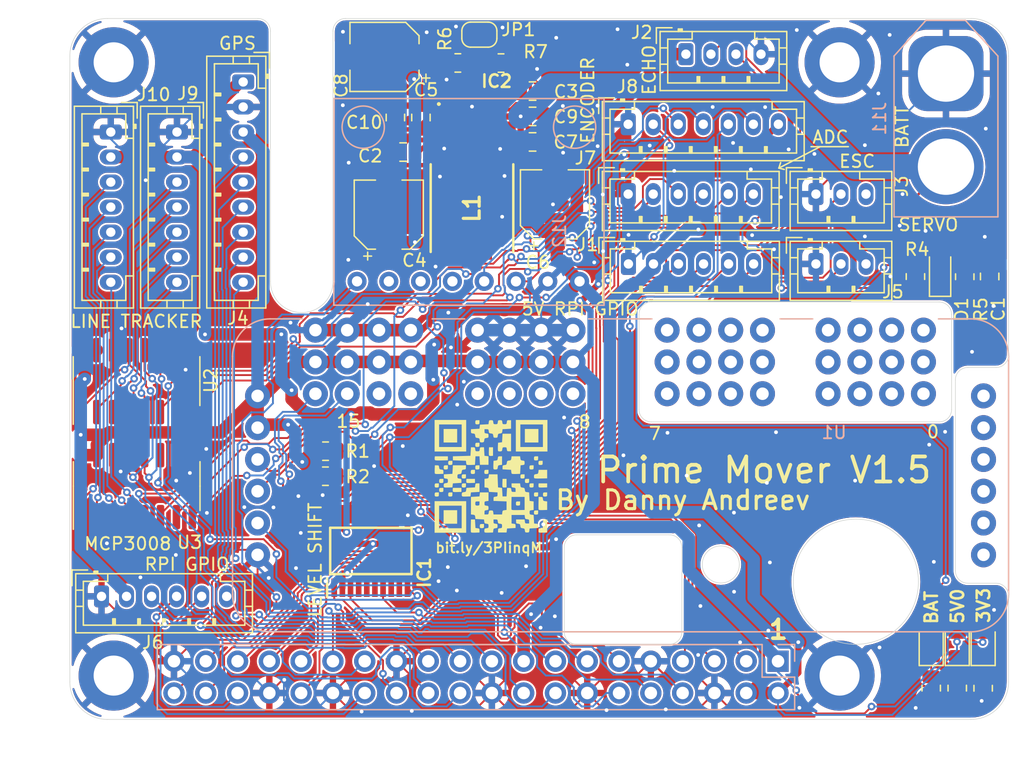
<source format=kicad_pcb>
(kicad_pcb (version 20211014) (generator pcbnew)
  (layers (0 "F.Cu" signal) (31 "B.Cu" signal) (34 "B.Paste" user) (35 "F.Paste" user) (36 "B.SilkS" user "B.Silkscreen") (37 "F.SilkS" user "F.Silkscreen") (38 "B.Mask" user) (39 "F.Mask" user) (44 "Edge.Cuts" user))
  (net 0 "")
  (net 1 "GND")
  (net 2 "/MCP3008/ADC1_CH6")
  (net 3 "/MCP3008/ADC1_CH5")
  (net 4 "/MCP3008/ADC0_CH7")
  (net 5 "/MCP3008/ADC0_CH6")
  (net 6 "VBAT_Read")
  (net 7 "/Accelerometer MPU6050/AD0")
  (net 8 "/Accelerometer MPU6050/XCL")
  (net 9 "/Accelerometer MPU6050/XDA")
  (net 10 "I2C_SDA")
  (net 11 "I2C_SCL")
  (net 12 "+5V")
  (net 13 "GPS_RST")
  (net 14 "GPS_RX")
  (net 15 "GPS_TX")
  (net 16 "GPS_RI")
  (net 17 "GPS_PWR")
  (net 18 "GPS_DTR")
  (net 19 "+3V3")
  (net 20 "GPIO1")
  (net 21 "GPIO0")
  (net 22 "LX")
  (net 23 "BST")
  (net 24 "+BATT")
  (net 25 "ECHO_5V")
  (net 26 "TRIG_5V")
  (net 27 "PWM_ESC")
  (net 28 "PWM_Servo")
  (net 29 "BIAS")
  (net 30 "ENC_OUT")
  (net 31 "DIR")
  (net 32 "PGO")
  (net 33 "LVL_OE")
  (net 34 "SPI_CS_ADC0")
  (net 35 "SPI_CS_ADC1")
  (net 36 "SPI_CLK")
  (net 37 "SPI_MISO")
  (net 38 "SPI_MOSI")
  (net 39 "GPIO26")
  (net 40 "TRIG_3V3")
  (net 41 "ECHO_3V3")
  (net 42 "PWM_~{OE}")
  (net 43 "GPIO27")
  (net 44 "PWM_ESC_5V")
  (net 45 "PWM_Servo_5V")
  (net 46 "GPIO21")
  (net 47 "GPIO20")
  (net 48 "GPIO19")
  (net 49 "GPIO16")
  (net 50 "/MCP3008/ADC0_CH5")
  (net 51 "FB")
  (net 54 "Net-(IC2-Pad17)")
  (net 55 "B6")
  (net 56 "B5")
  (net 57 "B4")
  (net 58 "B3")
  (net 61 "Net-(J9-Pad3)")
  (net 62 "Net-(J9-Pad4)")
  (net 63 "Net-(J9-Pad5)")
  (net 64 "Net-(J9-Pad6)")
  (net 65 "Net-(J9-Pad7)")
  (net 66 "Net-(J10-Pad3)")
  (net 67 "Net-(J10-Pad4)")
  (net 68 "Net-(J10-Pad5)")
  (net 69 "Net-(J10-Pad6)")
  (net 70 "Net-(J10-Pad7)")
  (net 107 "Net-(D2-Pad1)")
  (net 108 "Net-(D3-Pad1)")
  (net 109 "Net-(D4-Pad1)")
  (footprint "Jumper:SolderJumper-2_P1.3mm_Open_RoundedPad1.0x1.5mm" (layer "F.Cu") (at 10.22 -26.71)
    (fp_text reference "JP1")
    (fp_text value "Jumper_2_Bridged")
  )
  (footprint "Capacitor_SMD:C_0805_2012Metric" (layer "F.Cu") (at 14.47 -18.14)
    (fp_text reference "C7")
    (fp_text value "4.7uF")
  )
  (footprint "Connector_JST:JST_PH_B6B-PH-K_1x06_P2.00mm_Vertical" (layer "F.Cu") (at 22.11 -13.97)
    (fp_text reference "J7")
    (fp_text value "Conn_01x06_Male")
  )
  (footprint "Capacitor_SMD:CP_Elec_5x5.3" (layer "F.Cu") (at 2.64 -24.93 180)
    (fp_text reference "C8")
    (fp_text value "22uF")
  )
  (footprint "NTS0308EPWJ:SOP65P640X110-20N" (layer "F.Cu") (at 1.55 14.54 90)
    (fp_text reference "IC1")
    (fp_text value "NTS0308EPWJ" hide)
  )
  (footprint "Capacitor_SMD:CP_Elec_5x5.3" (layer "F.Cu") (at 16.26 -13.15 90)
    (fp_text reference "C6")
    (fp_text value "22uF")
  )
  (footprint "Capacitor_SMD:CP_Elec_5x5.3" (layer "F.Cu") (at 2.98 -12.33 90)
    (fp_text reference "C4")
    (fp_text value "22uF")
  )
  (footprint "Package_SO:SOIC-16_3.9x9.9mm_P1.27mm" (layer "F.Cu") (at -17.17 0.97 90)
    (fp_text reference "U2")
    (fp_text value "MCP3008")
  )
  (footprint "LOGO" (layer "F.Cu") (at 11.17 8.6)
    (fp_text reference "G***" hide)
    (fp_text value "LOGO" hide)
  )
  (footprint "Connector_JST:JST_PH_B7B-PH-K_1x07_P2.00mm_Vertical" (layer "F.Cu") (at -13.94 -18.93 -90)
    (fp_text reference "J9")
    (fp_text value "Conn_01x07_Male")
  )
  (footprint "Connector_JST:JST_PH_B6B-PH-K_1x06_P2.00mm_Vertical" (layer "F.Cu") (at -19.97 18.17)
    (fp_text reference "J6")
    (fp_text value "Conn_01x06_Male")
  )
  (footprint "Connector_JST:JST_PH_B7B-PH-K_1x07_P2.00mm_Vertical" (layer "F.Cu") (at -19.23 -18.93 -90)
    (fp_text reference "J10")
    (fp_text value "Conn_01x07_Male")
  )
  (footprint "MountingHole:MountingHole_3.2mm_M3_DIN965_Pad" (layer "F.Cu") (at -19 -24.5)
    (fp_text reference "H1" hide)
    (fp_text value "MountingHole_Pad")
  )
  (footprint "Connector_JST:JST_PH_B7B-PH-K_1x07_P2.00mm_Vertical" (layer "F.Cu") (at 22.11 -19.55)
    (fp_text reference "J8")
    (fp_text value "Conn_01x07_Male")
  )
  (footprint "Package_SO:SOIC-16_3.9x9.9mm_P1.27mm" (layer "F.Cu") (at -17.16 9.36 90)
    (fp_text reference "U3")
    (fp_text value "MCP3008")
  )
  (footprint "Capacitor_SMD:C_0805_2012Metric" (layer "F.Cu") (at 5.55 -20.09 90)
    (fp_text reference "C5")
    (fp_text value "4.7uF")
  )
  (footprint "MountingHole:MountingHole_3.2mm_M3_DIN965_Pad" (layer "F.Cu") (at 39 24.5)
    (fp_text reference "H4" hide)
    (fp_text value "MountingHole_Pad")
  )
  (footprint "Resistor_SMD:R_0805_2012Metric" (layer "F.Cu") (at 46.32 25.5 90)
    (fp_text reference "R8" hide)
    (fp_text value "10k")
  )
  (footprint "LED_SMD:LED_0805_2012Metric" (layer "F.Cu") (at 46.32 22.01 90)
    (fp_text reference "D2" hide)
    (fp_text value "LED")
  )
  (footprint "Resistor_SMD:R_0805_2012Metric" (layer "F.Cu") (at 8.5 -24.45)
    (fp_text reference "R6")
    (fp_text value "R")
  )
  (footprint "MWSA0605S-150MT:INDPM7066X500N" (layer "F.Cu") (at 9.63 -12.85 -90)
    (fp_text reference "L1")
    (fp_text value "1uH" hide)
  )
  (footprint "Connector_JST:JST_PH_B4B-PH-K_1x04_P2.00mm_Vertical" (layer "F.Cu") (at 26.72 -25.15)
    (fp_text reference "J2")
    (fp_text value "Conn_01x04_Male")
  )
  (footprint "Resistor_SMD:R_0805_2012Metric" (layer "F.Cu") (at 11.95 -24.44)
    (fp_text reference "R7")
    (fp_text value "R")
  )
  (footprint "Capacitor_SMD:C_0805_2012Metric" (layer "F.Cu") (at 3.51 -20.09 90)
    (fp_text reference "C10")
    (fp_text value "1.0uF")
  )
  (footprint "MountingHole:MountingHole_3.2mm_M3_DIN965_Pad" (layer "F.Cu") (at 39 -24.5)
    (fp_text reference "H3" hide)
    (fp_text value "MountingHole_Pad")
  )
  (footprint "Connector_JST:JST_PH_B9B-PH-K_1x09_P2.00mm_Vertical" (layer "F.Cu") (at -8.65 -22.93 -90)
    (fp_text reference "J4")
    (fp_text value "Conn_01x09_Male")
  )
  (footprint "Resistor_SMD:R_0805_2012Metric" (layer "F.Cu") (at 50.47 25.51 90)
    (fp_text reference "R10" hide)
    (fp_text value "1k2")
  )
  (footprint "LolomoloKiCADLib:PCA9685 HW170" (layer "F.Cu") (at 21.5 8.5 180)
    (fp_text reference "U1")
    (fp_text value "PCA9685")
  )
  (footprint "Resistor_SMD:R_0805_2012Metric" (layer "F.Cu") (at -2.08 8.57)
    (fp_text reference "R2")
    (fp_text value "4k7")
  )
  (footprint "Connector_JST:JST_PH_B6B-PH-K_1x06_P2.00mm_Vertical" (layer "F.Cu") (at 22.13 -8.39)
    (fp_text reference "J1")
    (fp_text value "Conn_01x06_Male")
  )
  (footprint "Resistor_SMD:R_0805_2012Metric" (layer "F.Cu") (at 45.06 -7.3825 -90)
    (fp_text reference "R4")
    (fp_text value "4.7k")
  )
  (footprint "LED_SMD:LED_0805_2012Metric" (layer "F.Cu") (at 50.47 22.01 90)
    (fp_text reference "D4" hide)
    (fp_text value "LED")
  )
  (footprint "Resistor_SMD:R_0805_2012Metric" (layer "F.Cu") (at -2.07 6.57)
    (fp_text reference "R1")
    (fp_text value "4k7")
  )
  (footprint "MountingHole:MountingHole_3.2mm_M3_DIN965_Pad" (layer "F.Cu") (at -19 24.5)
    (fp_text reference "H2" hide)
    (fp_text value "MountingHole_Pad")
  )
  (footprint "Resistor_SMD:R_0805_2012Metric" (layer "F.Cu") (at 48.4 25.5 90)
    (fp_text reference "R9" hide)
    (fp_text value "3k3")
  )
  (footprint "Connector_JST:JST_PH_B3B-PH-K_1x03_P2.00mm_Vertical" (layer "F.Cu") (at 37.11 -13.97)
    (fp_text reference "J3")
    (fp_text value "Conn_01x03_Male")
  )
  (footprint "MAX20404AFOC_VY+:MAX20404AFOCVY" (layer "F.Cu") (at 9.63 -20.22)
    (fp_text reference "IC2")
    (fp_text value "MAX20404AFOC_VY+" hide)
  )
  (footprint "LED_SMD:LED_0805_2012Metric" (layer "F.Cu") (at 48.4 22.01 90)
    (fp_text reference "D3" hide)
    (fp_text value "LED")
  )
  (footprint "Capacitor_SMD:C_0805_2012Metric" (layer "F.Cu") (at 14.47 -20.18)
    (fp_text reference "C9")
    (fp_text value "1.0uF")
  )
  (footprint "Resistor_SMD:R_0805_2012Metric" (layer "F.Cu") (at 49 -7.37 90)
    (fp_text reference "R5")
    (fp_text value "1.5k")
  )
  (footprint "Capacitor_SMD:C_0805_2012Metric" (layer "F.Cu") (at 50.99 -7.39 90)
    (fp_text reference "C1")
    (fp_text value "0.1uF")
  )
  (footprint "Connector_JST:JST_PH_B3B-PH-K_1x03_P2.00mm_Vertical" (layer "F.Cu") (at 37.11 -8.39)
    (fp_text reference "J5")
    (fp_text value "Conn_01x03_Male")
  )
  (footprint "Diode_SMD:D_SOD-323_HandSoldering" (layer "F.Cu") (at 47.03 -7.7 90)
    (fp_text reference "D1")
    (fp_text value "3V6")
  )
  (footprint "Capacitor_SMD:C_0805_2012Metric" (layer "F.Cu") (at 4.13 -17.33)
    (fp_text reference "C2")
    (fp_text value "0.1uF")
  )
  (footprint "Capacitor_SMD:C_0805_2012Metric" (layer "F.Cu") (at 14.47 -22.2)
    (fp_text reference "C3")
    (fp_text value "2.2uF")
  )
  (footprint "Connector_AMASS:AMASS_XT60-M_1x02_P7.20mm_Vertical" (layer "B.Cu") (at 47.5 -23.6 -90)
    (fp_text reference "J11")
    (fp_text value "Conn_01x02_Male")
  )
  (footprint "Connector_PinSocket_2.54mm:PinSocket_2x20_P2.54mm_Vertical" (layer "B.Cu") (at 34.08 23.35 90)
    (fp_text reference "R3" hide)
    (fp_text value "Raspberry_Pi_2_3")
  )
  (footprint "RascalHat:MPU-6050-Module" (layer "B.Cu") (at 18.275 -7 90)
    (fp_text reference "J12")
    (fp_text value "Conn_01x08_Male")
  )
  (gr_line (start 37.45 -17.76) (end 34.15 -16.05) (layer "F.SilkS") (width 0.12))
  (gr_line (start 34.15 -16.05) (end 34.58 -15.94) (layer "F.SilkS") (width 0.12))
  (gr_line (start 34.15 -16.05) (end 34.29 -16.49) (layer "F.SilkS") (width 0.12))
  (gr_line (start 36.72 -17.76) (end 39.7 -17.76) (layer "F.SilkS") (width 0.12))
  (gr_arc (start 49.5 -28) (mid 51.62132 -27.12132) (end 52.5 -25) (layer "Edge.Cuts") (width 0.05))
  (gr_line (start 52.5 -25) (end 52.5 -1.12) (layer "Edge.Cuts") (width 0.05))
  (gr_line (start -6.475 -27) (end -6.475 -7) (layer "Edge.Cuts") (width 0.05))
  (gr_arc (start 26.4 21) (mid 26.107106 21.707106) (end 25.4 22) (layer "Edge.Cuts") (width 0.05))
  (gr_circle (center 29.51 15.62) (end 30.93 16.04) (layer "Edge.Cuts") (width 0.05) (fill none))
  (gr_arc (start -1.475 -7) (mid -3.975 -4.5) (end -6.475 -7) (layer "Edge.Cuts") (width 0.05))
  (gr_arc (start 22.97 -4.35) (mid 23.262893 -5.057106) (end 23.97 -5.35) (layer "Edge.Cuts") (width 0.05))
  (gr_arc (start -19.5 28) (mid -21.62132 27.12132) (end -22.5 25) (layer "Edge.Cuts") (width 0.05))
  (gr_arc (start 17 14.25) (mid 17.292893 13.542894) (end 18 13.25) (layer "Edge.Cuts") (width 0.05))
  (gr_arc (start 47.95 3.23) (mid 47.657107 3.937106) (end 46.95 4.23) (layer "Edge.Cuts") (width 0.05))
  (gr_line (start -7.475 -28) (end -19.5 -28) (layer "Edge.Cuts") (width 0.05))
  (gr_line (start 52.5 25) (end 52.5 18.12) (layer "Edge.Cuts") (width 0.05))
  (gr_arc (start 18 22) (mid 17.292894 21.707106) (end 17 21) (layer "Edge.Cuts") (width 0.05))
  (gr_circle (center 40.3 17) (end 45.3 17) (layer "Edge.Cuts") (width 0.05) (fill none))
  (gr_line (start 23.97 -5.35) (end 46.95 -5.35) (layer "Edge.Cuts") (width 0.05))
  (gr_line (start 49.25 -0.12) (end 51.5 -0.12) (layer "Edge.Cuts") (width 0.05))
  (gr_line (start 25.4 13.25) (end 18 13.25) (layer "Edge.Cuts") (width 0.05))
  (gr_arc (start -22.5 -25) (mid -21.62132 -27.12132) (end -19.5 -28) (layer "Edge.Cuts") (width 0.05))
  (gr_line (start 46.95 4.23) (end 23.97 4.23) (layer "Edge.Cuts") (width 0.05))
  (gr_line (start -19.5 28) (end 49.5 28) (layer "Edge.Cuts") (width 0.05))
  (gr_line (start 22.97 -4.35) (end 22.97 3.23) (layer "Edge.Cuts") (width 0.05))
  (gr_arc (start 51.5 17.12) (mid 52.207106 17.412894) (end 52.5 18.12) (layer "Edge.Cuts") (width 0.05))
  (gr_line (start 48.25 16.12) (end 48.25 0.88) (layer "Edge.Cuts") (width 0.05))
  (gr_line (start 17 14.25) (end 17 21) (layer "Edge.Cuts") (width 0.05))
  (gr_arc (start 48.25 0.88) (mid 48.542894 0.172894) (end 49.25 -0.12) (layer "Edge.Cuts") (width 0.05))
  (gr_line (start -1.475 -27) (end -1.475 -7) (layer "Edge.Cuts") (width 0.05))
  (gr_line (start 49.25 17.12) (end 51.5 17.12) (layer "Edge.Cuts") (width 0.05))
  (gr_arc (start 52.5 25) (mid 51.62132 27.12132) (end 49.5 28) (layer "Edge.Cuts") (width 0.05))
  (gr_line (start 18 22) (end 25.4 22) (layer "Edge.Cuts") (width 0.05))
  (gr_arc (start 25.4 13.25) (mid 26.107106 13.542894) (end 26.4 14.25) (layer "Edge.Cuts") (width 0.05))
  (gr_line (start 26.4 21) (end 26.4 14.25) (layer "Edge.Cuts") (width 0.05))
  (gr_arc (start 49.25 17.12) (mid 48.542894 16.827106) (end 48.25 16.12) (layer "Edge.Cuts") (width 0.05))
  (gr_line (start -22.5 -25) (end -22.5 25) (layer "Edge.Cuts") (width 0.05))
  (gr_arc (start -1.475 -27) (mid -1.182106 -27.707106) (end -0.475 -28) (layer "Edge.Cuts") (width 0.05))
  (gr_line (start 47.95 3.23) (end 47.95 -4.35) (layer "Edge.Cuts") (width 0.05))
  (gr_arc (start -7.475 -28) (mid -6.767894 -27.707106) (end -6.475 -27) (layer "Edge.Cuts") (width 0.05))
  (gr_arc (start 52.5 -1.12) (mid 52.207106 -0.412894) (end 51.5 -0.12) (layer "Edge.Cuts") (width 0.05))
  (gr_line (start -0.475 -28) (end 49.5 -28) (layer "Edge.Cuts") (width 0.05))
  (gr_arc (start 46.95 -5.35) (mid 47.657106 -5.057106) (end 47.95 -4.35) (layer "Edge.Cuts") (width 0.05))
  (gr_arc (start 23.97 4.23) (mid 23.262894 3.937106) (end 22.97 3.23) (layer "Edge.Cuts") (width 0.05))
  (gr_text "15" (at -0.24 4.18) (layer "F.SilkS") (effects (font (size 1 1))))
  (gr_text "5V0" (at 48.42 18.95 90) (layer "F.SilkS") (effects (font (size 1 1) (thickness 0.2))))
  (gr_text "ENCODER" (at 18.88 -21.46 90) (layer "F.SilkS") (effects (font (size 1 1))))
  (gr_text "LEVEL SHIFT" (at -2.9 15.25 90) (layer "F.SilkS") (effects (font (size 1 1))))
  (gr_text "SERVO" (at 46.1 -11.53) (layer "F.SilkS") (effects (font (size 1 1))))
  (gr_text "RPI GPIO" (at -13.14 15.61) (layer "F.SilkS") (effects (font (size 1 1))))
  (gr_text "1" (at 34.1 20.83) (layer "F.SilkS") (effects (font (size 1.5 1.5) (thickness 0.3))))
  (gr_text "BAT" (at 46.33 19.06 90) (layer "F.SilkS") (effects (font (size 1 1) (thickness 0.2))))
  (gr_text "ECHO" (at 23.79 -23.89 90) (layer "F.SilkS") (effects (font (size 1 1))))
  (gr_text "5V RPI GPIO" (at 18.27 -4.79) (layer "F.SilkS") (effects (font (size 1 1))))
  (gr_text "GPS" (at -9.11 -26.01) (layer "F.SilkS") (effects (font (size 1 1))))
  (gr_text "7" (at 24.24 5.16) (layer "F.SilkS") (effects (font (size 1 1))))
  (gr_text "LINE TRACKER" (at -17.18 -3.8) (layer "F.SilkS") (effects (font (size 1 1))))
  (gr_text "MCP3008" (at -17.87 13.97) (layer "F.SilkS") (effects (font (size 1 1))))
  (gr_text "3V3" (at 50.5 18.89 90) (layer "F.SilkS") (effects (font (size 1 1) (thickness 0.2))))
  (gr_text "bit.ly/3PIinqM" (at 10.97 14.29) (layer "F.SilkS") (effects (font (size 0.8 0.8))))
  (gr_text "Prime Mover V1.5" (at 32.97 8.08) (layer "F.SilkS") (effects (font (size 2 2) (thickness 0.3))))
  (gr_text "By Danny Andreev	" (at 31.16 10.48) (layer "F.SilkS") (effects (font (size 1.5 1.5) (thickness 0.25))))
  (gr_text "BATT" (at 43.99 -19.34 90) (layer "F.SilkS") (effects (font (size 1 1))))
  (gr_text "ESC" (at 40.4 -16.59) (layer "F.SilkS") (effects (font (size 1 1))))
  (gr_text "8" (at 18.64 4.23) (layer "F.SilkS") (effects (font (size 1 1))))
  (gr_text "ADC" (at 38.27 -18.52) (layer "F.SilkS") (effects (font (size 1 1))))
  (gr_text "0" (at 46.46 5.03) (layer "F.SilkS") (effects (font (size 1 1))))
  (segment (start 37.11 -13.97) (end 37.11 -14.18) (width 0.15) (layer "F.Cu") (net 1))
  (segment (start 18.5 -22.2) (end 19.66 -21.04) (width 0.15) (layer "F.Cu") (net 1))
  (segment (start 25.11 27.2) (end 25.11 24.54) (width 0.15) (layer "F.Cu") (net 1))
  (segment (start 0 27.37) (end 0.81 27.37) (width 0.15) (layer "F.Cu") (net 1))
  (segment (start 2.253731 24.815489) (end -0.405489 24.815489) (width 0.15) (layer "F.Cu") (net 1))
  (segment (start 8.834522 -22.74) (end 6.59 -22.74) (width 0.35) (layer "F.Cu") (net 1))
  (segment (start 2.2 -3.1) (end 4.74 -3.1) (width 1) (layer "F.Cu") (net 1))
  (segment (start 15.42 -22.2) (end 15.42 -20.18) (width 0.35) (layer "F.Cu") (net 1))
  (segment (start 15.42 -20.18) (end 15.42 -18.14) (width 0.35) (layer "F.Cu") (net 1))
  (segment (start 7.589011 -4.35) (end 7.74 -4.500989) (width 0.5) (layer "F.Cu") (net 1))
  (segment (start -11.41 14.45) (end -12.19 13.67) (width 0.15) (layer "F.Cu") (net 1))
  (segment (start 35.684511 26.964511) (end 35.79 27.07) (width 0.15) (layer "F.Cu") (net 1))
  (segment (start 8.88 -22.694522) (end 8.454522 -23.12) (width 0.35) (layer "F.Cu") (net 1))
  (segment (start 2.302743 24.864501) (end 2.253731 24.815489) (width 0.15) (layer "F.Cu") (net 1))
  (segment (start -11.55 12.61) (end -11.55 11.5) (width 0.15) (layer "F.Cu") (net 1))
  (segment (start 4.74 -3.1) (end 5.61 -3.1) (width 0.5) (layer "F.Cu") (net 1))
  (segment (start 20.38 27.26) (end 25.05 27.26) (width 0.15) (layer "F.Cu") (net 1))
  (segment (start 27.925489 24.815489) (end 29 25.89) (width 0.15) (layer "F.Cu") (net 1))
  (segment (start 23.710411 27.2) (end 25.11 27.2) (width 0.15) (layer "F.Cu") (net 1))
  (segment (start -0.405489 24.815489) (end -1.48 25.89) (width 0.15) (layer "F.Cu") (net 1))
  (segment (start 20.08 -14.88) (end 20.64 -15.44) (width 0.15) (layer "F.Cu") (net 1))
  (segment (start 14.44548 -17.16548) (end 12.29452 -17.16548) (width 0.2) (layer "F.Cu") (net 1))
  (segment (start 4.82 27.32) (end 9.79 27.32) (width 0.15) (layer "F.Cu") (net 1))
  (segment (start -6.61 16.7) (end -5.22 16.7) (width 0.2) (layer "F.Cu") (net 1))
  (segment (start 8.343 -18.543) (end 7.41 -17.61) (width 0.35) (layer "F.Cu") (net 1))
  (segment (start 29 25.89) (end 30.074511 26.964511) (width 0.15) (layer "F.Cu") (net 1))
  (segment (start 12.294511 24.815489) (end 17.765489 24.815489) (width 0.15) (layer "F.Cu") (net 1))
  (segment (start 12.8625 -24.44) (end 13.18 -24.44) (width 0.35) (layer "F.Cu") (net 1))
  (segment (start 22.139826 -10.714011) (end 21.409195 -10.714011) (width 0.5) (layer "F.Cu") (net 1))
  (segment (start -19.075 -1.505) (end -19.075 -2.535) (width 0.15) (layer "F.Cu") (net 1))
  (segment (start 16.26 -13.31) (end 16.1 -13.15) (width 0.15) (layer "F.Cu") (net 1))
  (segment (start -14.18 23.35) (end -14.79 23.35) (width 0.15) (layer "F.Cu") (net 1))
  (segment (start 19.66 -21.93) (end 19.66 -21.04) (width 0.15) (layer "F.Cu") (net 1))
  (segment (start -19.075 -5.643953) (end -16.44 -8.278953) (width 0.15) (layer "F.Cu") (net 1))
  (segment (start 10.917 -18.543) (end 11.88 -17.58) (width 0.35) (layer "F.Cu") (net 1))
  (segment (start 19.67 -17.8) (end 20.59 -17.8) (width 0.15) (layer "F.Cu") (net 1))
  (segment (start 4.77 27.37) (end 4.82 27.32) (width 0.15) (layer "F.Cu") (net 1))
  (segment (start 8.88 -22.694522) (end 8.834522 -22.74) (width 0.35) (layer "F.Cu") (net 1))
  (segment (start -19.075 -1.739651) (end -19.075 -1.505) (width 0.15) (layer "F.Cu") (net 1))
  (segment (start -4.24 12.91) (end -4.24 10.16) (width 0.2) (layer "F.Cu") (net 1))
  (segment (start -16.44 -8.278953) (end -16.44 -15.08) (width 0.15) (layer "F.Cu") (net 1))
  (segment (start -19.075 -1.505) (end -19.075 -5.643953) (width 0.15) (layer "F.Cu") (net 1))
  (segment (start -18.44 7.51) (end -19.065 6.885) (width 0.15) (layer "F.Cu") (net 1))
  (segment (start 18.84 25.89) (end 20.305489 24.424511) (width 0.15) (layer "F.Cu") (net 1))
  (segment (start 4.124511 -13.385489) (end 2.98 -14.53) (width 1) (layer "F.Cu") (net 1))
  (segment (start 18.84 25.89) (end 17.47 27.26) (width 0.15) (layer "F.Cu") (net 1))
  (segment (start -4.87 -3.7) (end -12.04 -3.7) (width 0.15) (layer "F.Cu") (net 1))
  (segment (start 8.884062 17.28049) (end 8.84 17.28049) (width 0.15) (layer "F.Cu") (net 1))
  (segment (start 20.38 27.26) (end 20.21 27.26) (width 0.15) (layer "F.Cu") (net 1))
  (segment (start 2.98 -14.53) (end 3.82 -15.37) (width 0.35) (layer "F.Cu") (net 1))
  (segment (start 10.1545 -20.97) (end 9.64 -20.97) (width 0.35) (layer "F.Cu") (net 1))
  (segment (start 25.11 24.54) (end 23.92 23.35) (width 0.15) (layer "F.Cu") (net 1))
  (segment (start 8.84 17.28049) (end 8.84 17.24) (width 0.15) (layer "F.Cu") (net 1))
  (segment (start -5.5045 24.8345) (end -5.366717 24.8345) (width 0.15) (layer "F.Cu") (net 1))
  (segment (start 16.26 -15.35) (end 16.91 -16) (width 0.15) (layer "F.Cu") (net 1))
  (segment (start 20.305489 24.424511) (end 22.845489 24.424511) (width 0.15) (layer "F.Cu") (net 1))
  (segment (start 15.42 -18.14) (end 15.42 -16.19) (width 0.35) (layer "F.Cu") (net 1))
  (segment (start 4.50431 11.63131) (end 4.50431 11.691394) (width 0.15) (layer "F.Cu") (net 1))
  (segment (start 4.475 11.602) (end 4.50431 11.63131) (width 0.15) (layer "F.Cu") (net 1))
  (segment (start -12.725 -0.465) (end -12.725 -1.505) (width 0.15) (layer "F.Cu") (net 1))
  (segment (start -19.075 -2.535) (end -18.37 -3.24) (width 0.15) (layer "F.Cu") (net 1))
  (segment (start 6.59 -22.74) (end 5.54 -21.69) (width 0.35) (layer "F.Cu") (net 1))
  (segment (start 3.82 -15.37) (end 7.07 -15.37) (width 0.35) (layer "F.Cu") (net 1))
  (segment (start -18.110131 -2.70452) (end -19.075 -1.739651) (width 0.15) (layer "F.Cu") (net 1))
  (segment (start 20.21 27.26) (end 18.84 25.89) (width 0.15) (layer "F.Cu") (net 1))
  (segment (start 3.6 23.35) (end 3.6 24.35) (width 0.15) (layer "F.Cu") (net 1))
  (segment (start -11.74 12.8) (end -11.55 12.61) (width 0.15) (layer "F.Cu") (net 1))
  (segment (start -12.91 7.08) (end -12.715 6.885) (width 0.15) (layer "F.Cu") (net 1))
  (segment (start 22.11 -13.97) (end 20.64 -15.44) (width 1) (layer "F.Cu") (net 1))
  (segment (start 3.51 -21.86) (end 0.44 -24.93) (width 0.35) (layer "F.Cu") (net 1))
  (segment (start 21.409195 -10.714011) (end 20.10599 -9.410806) (width 0.5) (layer "F.Cu") (net 1))
  (segment (start 1.76 -5.64) (end 1.76 -7.327626) (width 0.5) (layer "F.Cu") (net 1))
  (segment (start 9.05951 17.714062) (end 9.05951 17.455938) (width 0.15) (layer "F.Cu") (net 1))
  (segment (start 17.29 27.26) (end 20.38 27.26) (width 0.15) (layer "F.Cu") (net 1))
  (segment (start 10.4545 -20.67) (end 10.1545 -20.97) (width 0.35) (layer "F.Cu") (net 1))
  (segment (start 10.917 -19.12) (end 10.917 -18.543) (width 0.35) (layer "F.Cu") (net 1))
  (segment (start -15.64 9.66) (end -14.74 9.66) (width 0.15) (layer "F.Cu") (net 1))
  (segment (start -12.04 -3.7) (end -12.79 -2.95) (width 0.15) (layer "F.Cu") (net 1))
  (segment (start 0.81 27.37) (end 4.77 27.37) (width 0.15) (layer "F.Cu") (net 1))
  (segment (start 16.26 -15.35) (end 14.295489 -13.385489) (width 1) (layer "F.Cu") (net 1))
  (segment (start 13.18 -24.44) (end 15.42 -22.2) (width 0.35) (layer "F.Cu") (net 1))
  (segment (start 3.51 -21.04) (end 3.51 -21.86) (width 0.35) (layer "F.Cu") (net 1))
  (segment (start 1.3 -5.18) (end 1.76 -5.64) (width 0.5) (layer "F.Cu") (net 1))
  (segment (start -12.725 -1.739651) (end -13.689869 -2.70452) (width 0.15) (layer "F.Cu") (net 1))
  (segment (start 12.59 27.26) (end 17.29 27.26) (width 0.15) (layer "F.Cu") (net 1))
  (segment (start 16.26 -15.35) (end 16.26 -13.31) (width 0.15) (layer "F.Cu") (net 1))
  (segment (start 8.343 -19.12) (end 8.343 -18.543) (width 0.35) (layer "F.Cu") (net 1))
  (segment (start -10.09952 19.26952) (end -9.49952 19.26952) (width 0.15) (layer "F.Cu") (net 1))
  (segment (start 4.674511 22.275489) (end 7.794511 22.275489) (width 0.15) (layer "F.Cu") (net 1))
  (segment (start -14.79 23.35) (end -19.97 18.17) (width 0.15) (layer "F.Cu") (net 1))
  (segment (start 10.145489 24.815489) (end 11.22 25.89) (width 0.15) (layer "F.Cu") (net 1))
  (segment (start 22.845489 26.335078) (end 23.710411 27.2) (width 0.15) (layer "F.Cu") (net 1))
  (segment (start 8.88 -21.958) (end 8.88 -22.694522) (width 0.35) (layer "F.Cu") (net 1))
  (segment (start 8.7 -1.72) (end 7.95 -1.72) (width 0.15) (layer "F.Cu") (net 1))
  (segment (start -1.48 25.89) (end 0 27.37) (width 0.15) (layer "F.Cu") (net 1))
  (segment (start 25.11 27.2) (end 27.69 27.2) (width 0.15) (layer "F.Cu") (net 1))
  (segment (start 17.47 27.26) (end 17.29 27.26) (width 0.15) (layer "F.Cu") (net 1))
  (segment (start 23.92 23.35) (end 25.385489 24.815489) (width 0.15) (layer "F.Cu") (net 1))
  (segment (start 9.64 -20.97) (end 9.63 -20.96) (width 0.35) (layer "F.Cu") (net 1))
  (segment (start 15.42 -16.19) (end 16.26 -15.35) (width 0.35) (layer "F.Cu") (net 1))
  (segment (start 1.76 -7.327626) (end 0.367626 -8.72) (width 0.5) (layer "F.Cu") (net 1))
  (segment (start -18.44 8.19) (end -18.44 7.51) (width 0.15) (layer "F.Cu") (net 1))
  (segment (start 20.08 -13.94) (end 20.08 -14.88) (width 0.15) (layer "F.Cu") (net 1))
  (segment (start 8.84 21.23) (end 8.84 17.933572) (width 0.15) (layer "F.Cu") (net 1))
  (segment (start -13.689869 -2.70452) (end -18.110131 -2.70452) (width 0.15) (layer "F.Cu") (net 1))
  (segment (start -12.725 -1.505) (end -12.725 -1.739651) (width 0.15) (layer "F.Cu") (net 1))
  (segment (start 5.61 -3.1) (end 6.86 -4.35) (width 0.5) (layer "F.Cu") (net 1))
  (segment (start -14.18 23.35) (end -10.09952 19.26952) (width 0.15) (layer "F.Cu") (net 1))
  (segment (start -12.715 6.885) (end -12.095 6.885) (width 0.15) (layer "F.Cu") (net 1))
  (segment (start -12.79 -2.95) (end -12.79 -1.57) (width 0.15) (layer "F.Cu") (net 1))
  (segment (start 8.454522 -23.12) (end 7.6 -23.12) (width 0.35) (layer "F.Cu") (net 1))
  (segment (start 27.69 27.2) (end 29 25.89) (width 0.15) (layer "F.Cu") (net 1))
  (segment (start 9.05951 17.455938) (end 8.884062 17.28049) (width 0.15) (layer "F.Cu") (net 1))
  (segment (start 37.11 -14.18) (end 40.81 -17.88) (width 0.15) (layer "F.Cu") (net 1))
  (segment (start 20.64 -17.75) (end 22.11 -19.22) (width 1) (layer "F.Cu") (net 1))
  (segment (start -2.14 10.24) (end -2.3 10.08) (width 0.15) (layer "F.Cu") (net 1))
  (segment (start 3.6 23.35) (end 4.674511 22.275489) (width 0.15) (layer "F.Cu") (net 1))
  (segment (start 22.11 -19.22) (end 22.11 -19.55) (width 1) (layer "F.Cu") (net 1))
  (segment (start -12.19 13.25) (end -11.74 12.8) (width 0.15) (layer "F.Cu") (net 1))
  (segment (start -0.67 10.24) (end -0.98 10.24) (width 0.15) (layer "F.Cu") (net 1))
  (segment (start 25.05 27.26) (end 25.11 27.2) (width 0.15) (layer "F.Cu") (net 1))
  (segment (start 3.6 24.35) (end 3.085499 24.864501) (width 0.15) (layer "F.Cu") (net 1))
  (segment (start 3.6 23.35) (end 5.065489 24.815489) (width 0.15) (layer "F.Cu") (net 1))
  (segment (start -4.05 13.1) (end -4.24 12.91) (width 0.2) (layer "F.Cu") (net 1))
  (segment (start 7.794511 22.275489) (end 8.84 21.23) (width 0.15) (layer "F.Cu") (net 1))
  (segment (start 11.22 25.89) (end 12.294511 24.815489) (width 0.15) (layer "F.Cu") (net 1))
  (segment (start 23.92 23.35) (end 22.845489 24.424511) (width 0.15) (layer "F.Cu") (net 1))
  (segment (start 14.295489 -13.385489) (end 4.124511 -13.385489) (width 1) (layer "F.Cu") (net 1))
  (segment (start 20.59 -17.8) (end 20.64 -17.75) (width 0.15) (layer "F.Cu") (net 1))
  (segment (start 11.22 25.89) (end 12.59 27.26) (width 0.15) (layer "F.Cu") (net 1))
  (segment (start -12.91 8.31) (end -12.91 7.08) (width 0.15) (layer "F.Cu") (net 1))
  (segment (start -6.56 25.89) (end -5.5045 24.8345) (width 0.15) (layer "F.Cu") (net 1))
  (segment (start 0.367626 -8.72) (end -0.25 -8.72) (width 0.5) (layer "F.Cu") (net 1))
  (segment (start 11.242 -20.67) (end 10.4545 -20.67) (width 0.35) (layer "F.Cu") (net 1))
  (segment (start 15.42 -18.14) (end 14.44548 -17.16548) (width 0.2) (layer "F.Cu") (net 1))
  (segment (start 22.04 -24.31) (end 19.66 -21.93) (width 0.15) (layer "F.Cu") (net 1))
  (segment (start -12.19 13.67) (end -12.19 13.25) (width 0.15) (layer "F.Cu") (net 1))
  (segment (start 8.84 17.933572) (end 9.05951 17.714062) (width 0.15) (layer "F.Cu") (net 1))
  (segment (start 3.085499 24.864501) (end 2.302743 24.864501) (width 0.15) (layer "F.Cu") (net 1))
  (segment (start 20.64 -15.44) (end 20.64 -17.75) (width 1) (layer "F.Cu") (net 1))
  (segment (start -0.98 10.24) (end -2.14 10.24) (width 0.15) (layer "F.Cu") (net 1))
  (segment (start 25.385489 24.815489) (end 27.925489 24.815489) (width 0.15) (layer "F.Cu") (net 1))
  (segment (start 15.42 -22.2) (end 18.5 -22.2) (width 0.15) (layer "F.Cu") (net 1))
  (segment (start -7.9 14.45) (end -11.41 14.45) (width 0.15) (layer "F.Cu") (net 1))
  (segment (start 22.845489 24.424511) (end 22.845489 26.335078) (width 0.15) (layer "F.Cu") (net 1))
  (segment (start -9.49952 19.26952) (end -7.5 17.27) (width 0.15) (layer "F.Cu") (net 1))
  (segment (start -7.5 14.85) (end -7.9 14.45) (width 0.15) (layer "F.Cu") (net 1))
  (segment (start -5.22 16.7) (end -4.43 15.91) (width 0.2) (layer "F.Cu") (net 1))
  (segment (start -13.25 0.06) (end -12.725 -0.465) (width 0.15) (layer "F.Cu") (net 1))
  (segment (start 20.10599 -9.224512) (end 19.396467 -8.514989) (width 0.15) (layer "F.Cu") (net 1))
  (segment (start 30.074511 26.964511) (end 35.684511 26.964511) (width 0.15) (layer "F.Cu") (net 1))
  (segment (start -12.095 6.885) (end -11.6 6.39) (width 0.15) (layer "F.Cu") (net 1))
  (segment (start 16.91 -16) (end 16.91 -17.28) (width 0.15) (layer "F.Cu") (net 1))
  (segment (start 5.065489 24.815489) (end 10.145489 24.815489) (width 0.15) (layer "F.Cu") (net 1))
  (segment (start 9.79 27.32) (end 11.22 25.89) (width 0.15) (layer "F.Cu") (net 1))
  (segment (start 10.08 -3.1) (end 8.7 -1.72) (width 0.15) (layer "F.Cu") (net 1))
  (segment (start 17.765489 24.815489) (end 18.84 25.89) (width 0.15) (layer "F.Cu") (net 1))
  (segment (start -19.065 6.885) (end -19.065 7.965) (width 0.15) (layer "F.Cu") (net 1))
  (segment (start 20.10599 -9.410806) (end 20.10599 -9.224512) (width 0.15) (layer "F.Cu") (net 1))
  (segment (start -0.34 -3.1) (end 2.2 -3.1) (width 1) (layer "F.Cu") (net 1))
  (segment (start -17.72 9.31) (end -15.99 9.31) (width 0.15) (layer "F.Cu") (net 1))
  (segment (start 40.81 -17.88) (end 41.02 -17.88) (width 0.15) (layer "F.Cu") (net 1))
  (segment (start -15.99 9.31) (end -15.64 9.66) (width 0.15) (layer "F.Cu") (net 1))
  (segment (start -19.065 7.965) (end -17.72 9.31) (width 0.15) (layer "F.Cu") (net 1))
  (segment (start -2.88 -3.1) (end -0.34 -3.1) (width 1) (layer "F.Cu") (net 1))
  (segment (start -14.74 9.66) (end -14 8.92) (width 0.15) (layer "F.Cu") (net 1))
  (segment (start -7.5 17.27) (end -7.5 14.85) (width 0.15) (layer "F.Cu") (net 1))
  (segment (start -12.79 -1.57) (end -12.725 -1.505) (width 0.15) (layer "F.Cu") (net 1))
  (segment (start 3.51 -21.04) (end 5.55 -21.04) (width 0.35) (layer "F.Cu") (net 1))
  (segment (start 1.81 7.76) (end -0.67 10.24) (width 0.15) (layer "F.Cu") (net 1))
  (segment (start 8.434062 17.714062) (end 8.42 17.7) (width 0.15) (layer "F.Cu") (net 1))
  (segment (start 6.86 -4.35) (end 7.589011 -4.35) (width 0.5) (layer "F.Cu") (net 1))
  (segment (start 12.29452 -17.16548) (end 11.88 -17.58) (width 0.2) (layer "F.Cu") (net 1))
  (segment (start 9.05951 17.714062) (end 8.434062 17.714062) (width 0.15) (layer "F.Cu") (net 1))
  (via (at -11.55 11.5) (size 0.6) (drill 0.3) (layers "F.Cu" "B.Cu") (net 1))
  (via (at 15.11 20.67) (size 0.6) (drill 0.3) (layers "F.Cu" "B.Cu") (net 1))
  (via (at 12 17.89) (size 0.6) (drill 0.3) (layers "F.Cu" "B.Cu") (net 1))
  (via (at 40.24 8.92) (size 0.6) (drill 0.3) (layers "F.Cu" "B.Cu") (net 1))
  (via (at 44.03 -13.97) (size 0.6) (drill 0.3) (layers "F.Cu" "B.Cu") (net 1))
  (via (at -14 8.92) (size 0.6) (drill 0.3) (layers "F.Cu" "B.Cu") (net 1))
  (via (at -18.44 8.19) (size 0.6) (drill 0.3) (layers "F.Cu" "B.Cu") (net 1))
  (via (at 7.6 -23.12) (size 0.6) (drill 0.3) (layers "F.Cu" "B.Cu") (net 1))
  (via (at 0.81 27.37) (size 0.6) (drill 0.3) (layers "F.Cu" "B.Cu") (net 1))
  (via (at 8.35 -27.36) (size 0.6) (drill 0.3) (layers "F.Cu" "B.Cu") (net 1))
  (via (at 51.29 -5.03) (size 0.6) (drill 0.3) (layers "F.Cu" "B.Cu") (net 1))
  (via (at 33.43 15.46) (size 0.6) (drill 0.3) (layers "F.Cu" "B.Cu") (net 1))
  (via (at 8.45 2.85) (size 0.6) (drill 0.3) (layers "F.Cu" "B.Cu") (net 1))
  (via (at 46.53 15.41) (size 0.6) (drill 0.3) (layers "F.Cu" "B.Cu") (net 1))
  (via (at 21.73 6.9) (size 0.6) (drill 0.3) (layers "F.Cu" "B.Cu") (net 1))
  (via (at 33.76 -9.56) (size 0.6) (drill 0.3) (layers "F.Cu" "B.Cu") (net 1))
  (via (at 11.88 -17.58) (size 0.6) (drill 0.3) (layers "F.Cu" "B.Cu") (net 1))
  (via (at -14.03 14.86) (size 0.6) (drill 0.3) (layers "F.Cu" "B.Cu") (net 1))
  (via (at 14.83 -23.97) (size 0.6) (drill 0.3) (layers "F.Cu" "B.Cu") (net 1))
  (via (at 21.26 -27.14) (size 0.6) (drill 0.3) (layers "F.Cu" "B.Cu") (net 1))
  (via (at 42.1 -22.01) (size 0.6) (drill 0.3) (layers "F.Cu" "B.Cu") (net 1))
  (via (at 16.91 -17.28) (size 0.6) (drill 0.3) (layers "F.Cu" "B.Cu") (net 1))
  (via (at -12.91 8.31) (size 0.6) (drill 0.3) (layers "F.Cu" "B.Cu") (net 1))
  (via (at -0.68 -26.94) (size 0.6) (drill 0.3) (layers "F.Cu" "B.Cu") (net 1))
  (via (at 22.04 -24.31) (size 0.6) (drill 0.3) (layers "F.Cu" "B.Cu") (net 1))
  (via (at 20.08 -13.94) (size 0.6) (drill 0.3) (layers "F.Cu" "B.Cu") (net 1))
  (via (at 41.02 -17.88) (size 0.6) (drill 0.3) (layers "F.Cu" "B.Cu") (net 1))
  (via (at 7.07 -15.37) (size 0.6) (drill 0.3) (layers "F.Cu" "B.Cu") (net 1))
  (via (at 31.05 21.84) (size 0.6) (drill 0.3) (layers "F.Cu" "B.Cu") (net 1))
  (via (at 30.57 17.8) (size 0.6) (drill 0.3) (layers "F.Cu" "B.Cu") (net 1))
  (via (at 6.959162 16.95551) (size 0.6) (drill 0.3) (layers "F.Cu" "B.Cu") (net 1))
  (via (at 43.06 -7.39) (size 0.6) (drill 0.3) (layers "F.Cu" "B.Cu") (net 1))
  (via (at 50.35 26.52) (size 0.6) (drill 0.3) (layers "F.Cu" "B.Cu") (net 1))
  (via (at 12.23 -15.42) (size 0.6) (drill 0.3) (layers "F.Cu" "B.Cu") (net 1))
  (via (at -18.37 -3.24) (size 0.6) (drill 0.3) (layers "F.Cu" "B.Cu") (net 1))
  (via (at 13.95 15.76) (size 0.6) (drill 0.3) (layers "F.Cu" "B.Cu") (net 1))
  (via (at 1.81 7.76) (size 0.6) (drill 0.3) (layers "F.Cu" "B.Cu") (net 1))
  (via (at 30.56 11.48) (size 0.6) (drill 0.3) (layers "F.Cu" "B.Cu") (net 1))
  (via (at 25.11 27.2) (size 0.6) (drill 0.3) (layers "F.Cu" "B.Cu") (net 1))
  (via (at 30.49 -18.06) (size 0.6) (drill 0.3) (layers "F.Cu" "B.Cu") (net 1))
  (via (at 28.86 -20.93) (size 0.6) (drill 0.3) (layers "F.Cu" "B.Cu") (net 1))
  (via (at -4.05 13.1) (size 0.6) (drill 0.3) (layers "F.Cu" "B.Cu") (net 1))
  (via (at 46.16 6.05) (size 0.6) (drill 0.3) (layers "F.Cu" "B.Cu") (net 1))
  (via (at 51.34 19.25) (size 0.6) (drill 0.3) (layers "F.Cu" "B.Cu") (net 1))
  (via (at 35.79 27.07) (size 0.6) (drill 0.3) (layers "F.Cu" "B.Cu") (net 1))
  (via (at 31.91 -15.95) (size 0.6) (drill 0.3) (layers "F.Cu" "B.Cu") (net 1))
  (via (at 16.25 19.76) (size 0.6) (drill 0.3) (layers "F.Cu" "B.Cu") (net 1))
  (via (at 20.38 27.26) (size 0.6) (drill 0.3) (layers "F.Cu" "B.Cu") (net 1))
  (via (at -19.54 13.93) (size 0.6) (drill 0.3) (layers "F.Cu" "B.Cu") (net 1))
  (via (at -5.366717 24.8345) (size 0.6) (drill 0.3) (layers "F.Cu" "B.Cu") (net 1))
  (via (at 4.50431 11.691394) (size 0.6) (drill 0.3) (layers "F.Cu" "B.Cu") (net 1))
  (via (at 8.978092 1.018848) (size 0.6) (drill 0.3) (layers "F.Cu" "B.Cu") (net 1))
  (via (at 7.7 15.83) (size 0.6) (drill 0.3) (layers "F.Cu" "B.Cu") (net 1))
  (via (at 27.78 12.5) (size 0.6) (drill 0.3) (layers "F.Cu" "B.Cu") (net 1))
  (via (at 23.83 -17.85) (size 0.6) (drill 0.3) (layers "F.Cu" "B.Cu") (net 1))
  (via (at 41.02 -10.59) (size 0.6) (drill 0.3) (layers "F.Cu" "B.Cu") (net 1))
  (via (at 7.74 -4.500989) (size 0.6) (drill 0.3) (layers "F.Cu" "B.Cu") (net 1))
  (via (at 26.78 8.52) (size 0.6) (drill 0.3) (layers "F.Cu" "B.Cu") (net 1))
  (via (at 27.7 22.85) (size 0.6) (drill 0.3) (layers "F.Cu" "B.Cu") (net 1))
  (via (at -16.86 16.65) (size 0.6) (drill 0.3) (layers "F.Cu" "B.Cu") (net 1))
  (via (at -0.22 -16.48) (size 0.6) (drill 0.3) (layers "F.Cu" "B.Cu") (net 1))
  (via (at 19.396467 -8.514989) (size 0.6) (drill 0.3) (layers "F.Cu" "B.Cu") (net 1))
  (via (at 35.58 -27.08) (size 0.6) (drill 0.3) (layers "F.Cu" "B.Cu") (net 1))
  (via (at 9.63 -20.96) (size 0.6) (drill 0.3) (layers "F.Cu" "B.Cu") (net 1))
  (via (at 25.79 -15.83) (size 0.6) (drill 0.3) (layers "F.Cu" "B.Cu") (net 1))
  (via (at 20.10599 -9.410806) (size 0.6) (drill 0.3) (layers "F.Cu" "B.Cu") (net 1))
  (via (at 12.04 -12.16) (size 0.6) (drill 0.3) (layers "F.Cu" "B.Cu") (net 1))
  (via (at 33.92 5.0545) (size 0.6) (drill 0.3) (layers "F.Cu" "B.Cu") (net 1))
  (via (at 8.42 17.7) (size 0.6) (drill 0.3) (layers "F.Cu" "B.Cu") (net 1))
  (via (at 34.93 -17.54) (size 0.6) (drill 0.3) (layers "F.Cu" "B.Cu") (net 1))
  (via (at 27.88 18.94) (size 0.6) (drill 0.3) (layers "F.Cu" "B.Cu") (net 1))
  (via (at -16.44 -15.08) (size 0.6) (drill 0.3) (layers "F.Cu" "B.Cu") (net 1))
  (via (at 33.31 20.9) (size 0.6) (drill 0.3) (layers "F.Cu" "B.Cu") (net 1))
  (via (at 36.99 -17.18) (size 0.6) (drill 0.3) (layers "F.Cu" "B.Cu") (net 1))
  (via (at -13.25 0.06) (size 0.6) (drill 0.3) (layers "F.Cu" "B.Cu") (net 1))
  (via (at 16.89 -21.01) (size 0.6) (drill 0.3) (layers "F.Cu" "B.Cu") (net 1))
  (via (at 16.1 -13.15) (size 0.6) (drill 0.3) (layers "F.Cu" "B.Cu") (net 1))
  (via (at 7.95 -1.72) (size 0.6) (drill 0.3) (layers "F.Cu" "B.Cu") (net 1))
  (via (at 7.41 -17.61) (size 0.6) (drill 0.3) (layers "F.Cu" "B.Cu") (net 1))
  (via (at 25.25 5.1) (size 0.6) (drill 0.3) (layers "F.Cu" "B.Cu") (net 1))
  (via (at -4.24 10.16) (size 0.6) (drill 0.3) (layers "F.Cu" "B.Cu") (net 1))
  (via (at 12.07 -27.28) (size 0.6) (drill 0.3) (layers "F.Cu" "B.Cu") (net 1))
  (via (at -0.25 -8.72) (size 0.6) (drill 0.3) (layers "F.Cu" "B.Cu") (net 1))
  (via (at 6.72 -8.18) (size 0.6) (drill 0.3) (layers "F.Cu" "B.Cu") (net 1))
  (via (at -6.61 16.7) (size 0.6) (drill 0.3) (layers "F.Cu" "B.Cu") (net 1))
  (via (at -0.69 -21.07) (size 0.6) (drill 0.3) (layers "F.Cu" "B.Cu") (net 1))
  (via (at 42.19 22.25) (size 0.6) (drill 0.3) (layers "F.Cu" "B.Cu") (net 1))
  (via (at 4.82 27.32) (size 0.6) (drill 0.3) (layers "F.Cu" "B.Cu") (net 1))
  (via (at 4.1 6.16) (size 0.6) (drill 0.3) (layers "F.Cu" "B.Cu") (net 1))
  (via (at 50.68 -19.2) (size 0.6) (drill 0.3) (layers "F.Cu" "B.Cu") (net 1))
  (via (at 45.08 27.08) (size 0.6) (drill 0.3) (layers "F.Cu" "B.Cu") (net 1))
  (via (at -2.3 10.08) (size 0.6) (drill 0.3) (layers "F.Cu" "B.Cu") (net 1))
  (via (at 16.36 -26.46) (size 0.6) (drill 0.3) (layers "F.Cu" "B.Cu") (net 1))
  (via (at 6.01 -26.9) (size 0.6) (drill 0.3) (layers "F.Cu" "B.Cu") (net 1))
  (via (at 33.05 -20.92) (size 0.6) (drill 0.3) (layers "F.Cu" "B.Cu") (net 1))
  (via (at 43.8 -11.45) (size 0.6) (drill 0.3) (layers "F.Cu" "B.Cu") (net 1))
  (via (at -11.6 6.39) (size 0.6) (drill 0.3) (layers "F.Cu" "B.Cu") (net 1))
  (via (at 50.6 -10.56) (size 0.6) (drill 0.3) (layers "F.Cu" "B.Cu") (net 1))
  (via (at 19.67 -17.8) (size 0.6) (drill 0.3) (layers "F.Cu" "B.Cu") (net 1))
  (via (at 19.66 -21.04) (size 0.6) (drill 0.3) (layers "F.Cu" "B.Cu") (net 1))
  (via (at 34.31 -13.73) (size 0.6) (drill 0.3) (layers "F.Cu" "B.Cu") (net 1))
  (via (at 43 -26.69) (size 0.6) (drill 0.3) (layers "F.Cu" "B.Cu") (net 1))
  (via (at -4.43 15.91) (size 0.6) (drill 0.3) (layers "F.Cu" "B.Cu") (net 1))
  (via (at 22.139826 -10.714011) (size 0.6) (drill 0.3) (layers "F.Cu" "B.Cu") (net 1))
  (via (at -8.56 11.04) (size 0.6) (drill 0.3) (layers "F.Cu" "B.Cu") (net 1))
  (via (at 16.99 3.88) (size 0.6) (drill 0.3) (layers "F.Cu" "B.Cu") (net 1))
  (via (at -4.87 -3.7) (size 0.6) (drill 0.3) (layers "F.Cu" "B.Cu") (net 1))
  (via (at 49.58 -1.37) (size 0.6) (drill 0.3) (layers "F.Cu" "B.Cu") (net 1))
  (via (at 33.19 9.1) (size 0.6) (drill 0.3) (layers "F.Cu" "B.Cu") (net 1))
  (via (at 47.43 5.02) (size 0.6) (drill 0.3) (layers "F.Cu" "B.Cu") (net 1))
  (via (at -6.23 11.06) (size 0.6) (drill 0.3) (layers "F.Cu" "B.Cu") (net 1))
  (via (at 1.3 -5.18) (size 0.6) (drill 0.3) (layers "F.Cu" "B.Cu") (net 1))
  (via (at 45.87 -11.03) (size 0.6) (drill 0.3) (layers "F.Cu" "B.Cu") (net 1))
  (segment (start 27.901047 -6.72) (end 28.95452 -7.773473) (width 0.15) (layer "B.Cu") (net 1))
  (segment (start 20.330979 -9.635795) (end 20.10599 -9.410806) (width 0.15) (layer "B.Cu") (net 1))
  (segment (start 23.56952 -26.24952) (end 23.32 -26) (width 0.15) (layer "B.Cu") (net 1))
  (segment (start 9.63 -19.83) (end 9.63 -20.96) (width 0.15) (layer "B.Cu") (net 1))
  (segment (start 9.63 -20.96) (end 9.63 -21.09) (width 0.15) (layer "B.Cu") (net 1))
  (segment (start 17.7 -3.1) (end 15.16 -3.1) (width 1) (layer "B.Cu") (net 1))
  (segment (start 23.32 -25.99) (end 22.04 -24.71) (width 0.15) (layer "B.Cu") (net 1))
  (segment (start -4.27 -3.1) (end -4.87 -3.7) (width 0.5) (layer "B.Cu") (net 1))
  (segment (start 7.67551 16.95551) (end 6.959162 16.95551) (width 0.15) (layer "B.Cu") (net 1))
  (segment (start 15.16 -3.1) (end 12.62 -3.1) (width 1) (layer "B.Cu") (net 1))
  (segment (start 7.74 -1.93) (end 7.74 -4.500989) (width 0.15) (layer "B.Cu") (net 1))
  (segment (start 21.73 -3.08) (end 21.53 -3.28) (width 0.15) (layer "B.Cu") (net 1))
  (segment (start -8.54 11.06) (end -8.56 11.04) (width 0.2) (layer "B.Cu") (net 1))
  (segment (start -16.44 -15.581047) (end -19.23 -18.371047) (width 0.15) (layer "B.Cu") (net 1))
  (segment (start 22.82 -6.07) (end 23.38 -6.07) (width 0.15) (layer "B.Cu") (net 1))
  (segment (start -11.94 -20.93) (end -8.65 -20.93) (width 0.15) (layer "B.Cu") (net 1))
  (segment (start -7.5 14.85) (end -7.5 15.81) (width 0.2) (layer "B.Cu") (net 1))
  (segment (start 19.15 -17.28) (end 19.67 -17.8) (width 0.15) (layer "B.Cu") (net 1))
  (segment (start -13.94 -18.93) (end -11.94 -20.93) (width 0.15) (layer "B.Cu") (net 1))
  (segment (start -6.23 11.06) (end -8.54 11.06) (width 0.2) (layer "B.Cu") (net 1))
  (segment (start -4.24 10.16) (end -5.14 11.06) (width 0.15) (layer "B.Cu") (net 1))
  (segment (start -5.14 11.06) (end -6.23 11.06) (width 0.15) (layer "B.Cu") (net 1))
  (segment (start 14.81 -5.57) (end 14.81 -6.125) (width 0.15) (layer "B.Cu") (net 1))
  (segment (start -18.86 7.77) (end -18.44 8.19) (width 0.15) (layer "B.Cu") (net 1))
  (segment (start 22.23 -5.59) (end 22.34 -5.59) (width 0.15) (layer "B.Cu") (net 1))
  (segment (start -4.16 10.08) (end -4.24 10.16) (width 0.15) (layer "B.Cu") (net 1))
  (segment (start 41.78 -17.88) (end 47.5 -23.6) (width 0.15) (layer "B.Cu") (net 1))
  (segment (start 24.03 -6.72) (end 27.901047 -6.72) (width 0.15) (layer "B.Cu") (net 1))
  (segment (start -14.18 23.35) (end -12.790489 24.739511) (width 0.15) (layer "B.Cu") (net 1))
  (segment (start -2.3 10.08) (end -4.16 10.08) (width 0.15) (layer "B.Cu") (net 1))
  (segment (start 28.93452 -11.28548) (end 27.85 -12.37) (width 0.15) (layer "B.Cu") (net 1))
  (segment (start -11.6 1.71) (end -13.25 0.06) (width 0.15) (layer "B.Cu") (net 1))
  (segment (start 22.11 -13.97) (end 22.13 -13.95) (width 1) (layer "B.Cu") (net 1))
  (segment (start 27.85 -12.37) (end 26.72 -12.37) (width 0.15) (layer "B.Cu") (net 1))
  (segment (start 32.72 -25.15) (end 31.62048 -26.24952) (width 0.15) (layer "B.Cu") (net 1))
  (segment (start 31.62048 -26.24952) (end 23.56952 -26.24952) (width 0.15) (layer "B.Cu") (net 1))
  (segment (start -12.790489 24.739511) (end -7.710489 24.739511) (width 0.15) (layer "B.Cu") (net 1))
  (segment (start 16.91 -17.28) (end 19.15 -17.28) (width 0.15) (layer "B.Cu") (net 1))
  (segment (start -0.34 -3.54) (end 1.3 -5.18) (width 0.5) (layer "B.Cu") (net 1))
  (segment (start 23.38 -6.07) (end 24.03 -6.72) (width 0.15) (layer "B.Cu") (net 1))
  (segment (start 21.53 -4.89) (end 22.23 -5.59) (width 0.15) (layer "B.Cu") (net 1))
  (segment (start 14.81 -6.125) (end 15.685 -7) (width 0.15) (layer "B.Cu") (net 1))
  (segment (start 23.32 -26) (end 23.32 -25.99) (width 0.15) (layer "B.Cu") (net 1))
  (segment (start 20.336458 -13.683542) (end 20.336458 -9.908577) (width 0.15) (layer "B.Cu") (net 1))
  (segment (start 15.16 -3.1) (end 15.16 -5.22) (width 0.15) (layer "B.Cu") (net 1))
  (segment (start 20.08 -13.94) (end 20.336458 -13.683542) (width 0.15) (layer "B.Cu") (net 1))
  (segment (start 6.959162 13.613704) (end 5.036852 11.691394) (width 0.15) (layer "B.Cu") (net 1))
  (segment (start 15.16 -5.22) (end 14.81 -5.57) (width 0.15) (layer "B.Cu") (net 1))
  (segment (start 11.88 -17.58) (end 9.63 -19.83) (width 0.15) (layer "B.Cu") (net 1))
  (segment (start -16.44 -16.43) (end -13.94 -18.93) (width 0.15) (layer "B.Cu") (net 1))
  (segment (start -11.6 6.39) (end -11.6 1.71) (width 0.15) (layer "B.Cu") (net 1))
  (segment (start -2.854022 27.264022) (end -4.58914 27.264021) (width 0.15) (layer "B.Cu") (net 1))
  (segment (start -4.58914 27.264021) (end -5.394022 26.459139) (width 0.15) (layer "B.Cu") (net 1))
  (segment (start -19.23 -18.371047) (end -19.23 -18.93) (width 0.15) (layer "B.Cu") (net 1))
  (segment (start 26.72 -12.37) (end 24.07 -9.72) (width 0.15) (layer "B.Cu") (net 1))
  (segment (start -11.55 11.5) (end -11.55 9.67) (width 0.15) (layer "B.Cu") (net 1))
  (segment (start -7.710489 24.739511) (end -6.56 25.89) (width 0.15) (layer "B.Cu") (net 1))
  (segment (start 22.04 -24.71) (end 22.04 -24.31) (width 0.15) (layer "B.Cu") (net 1))
  (segment (start 23.46 -9.72) (end 22.13 -8.39) (width 0.15) (layer "B.Cu") (net 1))
  (segment (start 41.02 -17.88) (end 41.78 -17.88) (width 0.15) (layer "B.Cu") (net 1))
  (segment (start -16.44 -15.08) (end -16.44 -15.581047) (width 0.15) (layer "B.Cu") (net 1))
  (segment (start 21.53 -3.28) (end 21.53 -4.89) (width 0.15) (layer "B.Cu") (net 1))
  (segment (start 21.15 -19.55) (end 22.11 -19.55) (width 0.15) (layer "B.Cu") (net 1))
  (segment (start -16.44 -15.08) (end -16.44 -16.43) (width 0.15) (layer "B.Cu") (net 1))
  (segment (start -4.43 15.91) (end -4.43 13.48) (width 0.2) (layer "B.Cu") (net 1))
  (segment (start 9.93 -12.16) (end 12.04 -12.16) (width 0.15) (layer "B.Cu") (net 1))
  (segment (start -13.52 8.92) (end -12.91 8.31) (width 0.15) (layer "B.Cu") (net 1))
  (segment (start 20.330979 -9.903098) (end 20.330979 -9.635795) (width 0.15) (layer "B.Cu") (net 1))
  (segment (start -11.55 9.67) (end -12.91 8.31) (width 0.15) (layer "B.Cu") (net 1))
  (segment (start -18.86 0.05) (end -18.86 7.77) (width 0.15) (layer "B.Cu") (net 1))
  (segment (start -7.5 15.81) (end -6.61 16.7) (width 0.2) (layer "B.Cu") (net 1))
  (segment (start -5.394022 24.861805) (end -5.366717 24.8345) (width 0.15) (layer "B.Cu") (net 1))
  (segment (start 24.07 -9.72) (end 23.46 -9.72) (width 0.15) (layer "B.Cu") (net 1))
  (segment (start 22.13 -10.723837) (end 22.139826 -10.714011) (width 1) (layer "B.Cu") (net 1))
  (segment (start 5.036852 11.691394) (end 4.50431 11.691394) (width 0.15) (layer "B.Cu") (net 1))
  (segment (start 19.66 -21.04) (end 21.15 -19.55) (width 0.15) (layer "B.Cu") (net 1))
  (segment (start 22.13 -13.95) (end 22.13 -10.723837) (width 1) (layer "B.Cu") (net 1))
  (segment (start 6.72 -8.95) (end 9.93 -12.16) (width 0.15) (layer "B.Cu") (net 1))
  (segment (start 20.336458 -9.908577) (end 20.330979 -9.903098) (width 0.15) (layer "B.Cu") (net 1))
  (segment (start -18.37 -0.44) (end -18.86 0.05) (width 0.15) (layer "B.Cu") (net 1))
  (segment (start 6.959162 16.95551) (end 6.959162 13.613704) (width 0.15) (layer "B.Cu") (net 1))
  (segment (start 22.13 -10.704185) (end 22.139826 -10.714011) (width 0.5) (layer "B.Cu") (net 1))
  (segment (start 33.75 -25.15) (end 41.02 -17.88) (width 0.15) (layer "B.Cu") (net 1))
  (segment (start 21.73 6.9) (end 21.73 -3.08) (width 0.15) (layer "B.Cu") (net 1))
  (segment (start 32.72 -25.15) (end 33.75 -25.15) (width 0.15) (layer "B.Cu") (net 1))
  (segment (start -1.48 25.89) (end -2.854022 27.264022) (width 0.15) (layer "B.Cu") (net 1))
  (segment (start -14 8.92) (end -13.52 8.92) (width 0.15) (layer "B.Cu") (net 1))
  (segment (start 9.63 -21.09) (end 7.6 -23.12) (width 0.15) (layer "B.Cu") (net 1))
  (segment (start -0.34 -3.1) (end -0.34 -3.54) (width 0.5) (layer "B.Cu") (net 1))
  (segment (start -18.37 -3.24) (end -18.37 -0.44) (width 0.15) (layer "B.Cu") (net 1))
  (segment (start 12.62 -3.1) (end 10.08 -3.1) (width 1) (layer "B.Cu") (net 1))
  (segment (start 28.95452 -7.773473) (end 28.95452 -11.28548) (width 0.15) (layer "B.Cu") (net 1))
  (segment (start -2.88 -3.1) (end -4.27 -3.1) (width 0.5) (layer "B.Cu") (net 1))
  (segment (start -5.394022 26.459139) (end -5.394022 24.861805) (width 0.15) (layer "B.Cu") (net 1))
  (segment (start 9.63 -19.83) (end 7.41 -17.61) (width 0.15) (layer "B.Cu") (net 1))
  (segment (start 6.72 -8.18) (end 6.72 -8.95) (width 0.15) (layer "B.Cu") (net 1))
  (segment (start -4.43 13.48) (end -4.05 13.1) (width 0.2) (layer "B.Cu") (net 1))
  (segment (start 28.95452 -11.28548) (end 28.93452 -11.28548) (width 0.15) (layer "B.Cu") (net 1))
  (segment (start 7.95 -1.72) (end 7.74 -1.93) (width 0.15) (layer "B.Cu") (net 1))
  (segment (start 8.42 17.7) (end 7.67551 16.95551) (width 0.15) (layer "B.Cu") (net 1))
  (segment (start 22.34 -5.59) (end 22.82 -6.07) (width 0.15) (layer "B.Cu") (net 1))
  (segment (start 22.13 -8.39) (end 22.13 -10.704185) (width 0.5) (layer "B.Cu") (net 1))
  (segment (start 12.528242 -9.43) (end 12.572743 -9.474501) (width 0.15) (layer "F.Cu") (net 2))
  (segment (start -5.564269 6.430697) (end -3.854061 4.720489) (width 0.15) (layer "F.Cu") (net 2))
  (segment (start 5.233489 -6.013489) (end 6.063489 -6.013489) (width 0.15) (layer "F.Cu") (net 2))
  (segment (start 6.66 -6.61) (end 6.66 -6.990138) (width 0.15) (layer "F.Cu") (net 2))
  (segment (start 6.66 -6.990138) (end 7.779862 -8.11) (width 0.15) (layer "F.Cu") (net 2))
  (segment (start -13.985 11.600349) (end -8.634688 6.250037) (width 0.15) (layer "F.Cu") (net 2))
  (segment (start -3.854061 4.720489) (end 0.080489 4.720489) (width 0.15) (layer "F.Cu") (net 2))
  (segment (start -6.290797 6.430697) (end -5.564269 6.430697) (width 0.15) (layer "F.Cu") (net 2))
  (segment (start -8.634688 6.250037) (end -8.56805 6.250037) (width 0.15) (layer "F.Cu") (net 2))
  (segment (start 13.767446 -9.50469) (end 13.85425 -9.591494) (width 0.15) (layer "F.Cu") (net 2))
  (segment (start 0.080489 4.720489) (end 0.32 4.96) (width 0.15) (layer "F.Cu") (net 2))
  (segment (start 12.35 -9.43) (end 12.528242 -9.43) (width 0.15) (layer "F.Cu") (net 2))
  (segment (start -13.985 11.835) (end -13.985 11.600349) (width 0.15) (layer "F.Cu") (net 2))
  (segment (start 13.763135 -9.509001) (end 13.767446 -9.50469) (width 0.15) (layer "F.Cu") (net 2))
  (segment (start 13.007257 -9.474501) (end 13.051758 -9.43) (width 0.15) (layer "F.Cu") (net 2))
  (segment (start 24.11 -13.97) (end 24.11 -13.695) (width 0.15) (layer "F.Cu") (net 2))
  (segment (start 10.3 -8.41) (end 11.33 -8.41) (width 0.15) (layer "F.Cu") (net 2))
  (segment (start 12.572743 -9.474501) (end 13.007257 -9.474501) (width 0.15) (layer "F.Cu") (net 2))
  (segment (start 3.91 -4.69) (end 5.233489 -6.013489) (width 0.15) (layer "F.Cu") (net 2))
  (segment (start 13.051758 -9.43) (end 13.24962 -9.43) (width 0.15) (layer "F.Cu") (net 2))
  (segment (start 13.85425 -9.591494) (end 13.985551 -9.591494) (width 0.15) (layer "F.Cu") (net 2))
  (segment (start 6.063489 -6.013489) (end 6.66 -6.61) (width 0.15) (layer "F.Cu") (net 2))
  (segment (start 13.24962 -9.43) (end 13.328621 -9.509001) (width 0.15) (layer "F.Cu") (net 2))
  (segment (start 10.100489 -8.210489) (end 10.3 -8.41) (width 0.15) (layer "F.Cu") (net 2))
  (segment (start 19.230489 -12.550489) (end 19.14 -12.46) (width 0.15) (layer "F.Cu") (net 2))
  (segment (start 24.11 -13.695) (end 22.965489 -12.550489) (width 0.15) (layer "F.Cu") (net 2))
  (segment (start 9.880489 -8.210489) (end 10.100489 -8.210489) (width 0.15) (layer "F.Cu") (net 2))
  (segment (start 9.78 -8.11) (end 9.880489 -8.210489) (width 0.15) (layer "F.Cu") (net 2))
  (segment (start 22.965489 -12.550489) (end 19.230489 -12.550489) (width 0.15) (layer "F.Cu") (net 2))
  (segment (start 13.328621 -9.509001) (end 13.763135 -9.509001) (width 0.15) (layer "F.Cu") (net 2))
  (segment (start 11.33 -8.41) (end 12.35 -9.43) (width 0.15) (layer "F.Cu") (net 2))
  (segment (start 7.779862 -8.11) (end 9.78 -8.11) (width 0.15) (layer "F.Cu") (net 2))
  (via (at -6.290797 6.430697) (size 0.6) (drill 0.3) (layers "F.Cu" "B.Cu") (net 2))
  (via (at 3.91 -4.69) (size 0.6) (drill 0.3) (layers "F.Cu" "B.Cu") (net 2))
  (via (at 13.985551 -9.591494) (size 0.6) (drill 0.3) (layers "F.Cu" "B.Cu") (net 2))
  (via (at -8.56805 6.250037) (size 0.6) (drill 0.3) (layers "F.Cu" "B.Cu") (net 2))
  (via (at 0.32 4.96) (size 0.6) (drill 0.3) (layers "F.Cu" "B.Cu") (net 2))
  (via (at 19.14 -12.46) (size 0.6) (drill 0.3) (layers "F.Cu" "B.Cu") (net 2))
  (segment (start 15.055804 -9.445088) (end 15.041369 -9.430653) (width 0.15) (layer "B.Cu") (net 2))
  (segment (start 3.424511 -4.204511) (end 3.91 -4.69) (width 0.15) (layer "B.Cu") (net 2))
  (segment (start 3.424511 -3.516232) (end 3.424511 -4.204511) (width 0.15) (layer "B.Cu") (net 2))
  (segment (start 0.32 4.96) (end 1.318242 4.96) (width 0.15) (layer "B.Cu") (net 2))
  (segment (start -8.323502 6.005489) (end -6.716005 6.005489) (width 0.15) (layer "B.Cu") (net 2))
  (segment (start -6.716005 6.005489) (end -6.290797 6.430697) (width 0.15) (layer "B.Cu") (net 2))
  (segment (start 14.210301 -9.430654) (end 14.049461 -9.591494) (width 0.15) (layer "B.Cu") (net 2))
  (segment (start 1.318242 4.96) (end 1.582743 4.695499) (width 0.15) (layer "B.Cu") (net 2))
  (segment (start -8.56805 6.250037) (end -8.323502 6.005489) (width 0.15) (layer "B.Cu") (net 2))
  (segment (start 14.793246 -9.430654) (end 14.210301 -9.430654) (width 0.15) (layer "B.Cu") (net 2))
  (segment (start 1.582743 4.695499) (end 1.684501 4.695499) (width 0.15) (layer "B.Cu") (net 2))
  (segment (start 15.041369 -9.430653) (end 14.793246 -9.430654) (width 0.15) (layer "B.Cu") (net 2))
  (segment (start 14.049461 -9.591494) (end 13.985551 -9.591494) (width 0.15) (layer "B.Cu") (net 2))
  (segment (start 1.684501 4.695499) (end 3.424511 2.955489) (width 0.15) (layer "B.Cu") (net 2))
  (segment (start 19.14 -12.46) (end 18.116486 -12.46) (width 0.15) (layer "B.Cu") (net 2))
  (segment (start 3.424511 2.955489) (end 3.424511 -3.516232) (width 0.15) (layer "B.Cu") (net 2))
  (segment (start 15.101574 -9.445088) (end 15.055804 -9.445088) (width 0.15) (layer "B.Cu") (net 2))
  (segment (start 18.116486 -12.46) (end 15.101574 -9.445088) (width 0.15) (layer "B.Cu") (net 2))
  (segment (start 19.69 -12.85) (end 22.636072 -12.85) (width 0.15) (layer "F.Cu") (net 3))
  (segment (start 23.85 -15.17) (end 24.91 -15.17) (width 0.15) (layer "F.Cu") (net 3))
  (segment (start 12.658135 -5.717809) (end 12.421306 -5.48098) (width 0.15) (layer "F.Cu") (net 3))
  (segment (start -15.255 11.835) (end -15.255 11.600349) (width 0.15) (layer "F.Cu") (net 3))
  (segment (start -6.615979 5.97) (end -6.166469 5.52049) (width 0.15) (layer "F.Cu") (net 3))
  (segment (start 23.28548 -13.499408) (end 23.28548 -14.60548) (width 0.15) (layer "F.Cu") (net 3))
  (segment (start 19.11 -13.43) (end 19.69 -12.85) (width 0.15) (layer "F.Cu") (net 3))
  (segment (start -9.380187 5.725536) (end -8.350793 5.725536) (width 0.15) (layer "F.Cu") (net 3))
  (segment (start -3.94 4.36) (end 1.025596 4.36) (width 0.15) (layer "F.Cu") (net 3))
  (segment (start -15.255 11.600349) (end -9.380187 5.725536) (width 0.15) (layer "F.Cu") (net 3))
  (segment (start 6.396857 -5.48098) (end 5.6855 -4.769623) (width 0.15) (layer "F.Cu") (net 3))
  (segment (start 23.28548 -14.60548) (end 23.85 -15.17) (width 0.15) (layer "F.Cu") (net 3))
  (segment (start -8.106329 5.97) (end -6.615979 5.97) (width 0.15) (layer "F.Cu") (net 3))
  (segment (start -8.350793 5.725536) (end -8.106329 5.97) (width 0.15) (layer "F.Cu") (net 3))
  (segment (start 24.91 -15.17) (end 26.11 -13.97) (width 0.15) (layer "F.Cu") (net 3))
  (segment (start 12.421306 -5.48098) (end 6.396857 -5.48098) (width 0.15) (layer "F.Cu") (net 3))
  (segment (start -5.10049 5.52049) (end -3.94 4.36) (width 0.15) (layer "F.Cu") (net 3))
  (segment (start -6.166469 5.52049) (end -5.10049 5.52049) (width 0.15) (layer "F.Cu") (net 3))
  (segment (start 1.025596 4.36) (end 1.101041 4.435445) (width 0.15) (layer "F.Cu") (net 3))
  (segment (start 22.636072 -12.85) (end 23.28548 -13.499408) (width 0.15) (layer "F.Cu") (net 3))
  (via (at 1.101041 4.435445) (size 0.6) (drill 0.3) (layers "F.Cu" "B.Cu") (net 3))
  (via (at 12.658135 -5.717809) (size 0.6) (drill 0.3) (layers "F.Cu" "B.Cu") (net 3))
  (via (at 19.11 -13.43) (size 0.6) (drill 0.3) (layers "F.Cu" "B.Cu") (net 3))
  (via (at 5.6855 -4.769623) (size 0.6) (drill 0.3) (layers "F.Cu" "B.Cu") (net 3))
  (segment (start 0.97 4.304404) (end 0.97 -3.601721) (width 0.15) (layer "B.Cu") (net 3))
  (segment (start 13.607453 -9.955154) (end 13.082002 -9.955154) (width 0.15) (layer "B.Cu") (net 3))
  (segment (start 14.510052 -9.730164) (end 14.510052 -9.808751) (width 0.15) (layer "B.Cu") (net 3))
  (segment (start 14.510052 -9.808751) (end 14.202808 -10.115995) (width 0.15) (layer "B.Cu") (net 3))
  (segment (start 13.768294 -10.115995) (end 13.607453 -9.955154) (width 0.15) (layer "B.Cu") (net 3))
  (segment (start 12.254501 -6.487257) (end 12.254501 -6.121443) (width 0.15) (layer "B.Cu") (net 3))
  (segment (start 1.101041 4.435445) (end 0.97 4.304404) (width 0.15) (layer "B.Cu") (net 3))
  (segment (start 12.225581 -6.540105) (end 12.235388 -6.530298) (width 0.15) (layer "B.Cu") (net 3))
  (segment (start 12.158489 -9.070247) (end 12.158489 -6.676196) (width 0.15) (layer "B.Cu") (net 3))
  (segment (start 2.758279 -5.39) (end 5.065123 -5.39) (width 0.15) (layer "B.Cu") (net 3))
  (segment (start 12.601349 -9.474501) (end 12.562743 -9.474501) (width 0.15) (layer "B.Cu") (net 3))
  (segment (start 12.158489 -6.676196) (end 12.225581 -6.609104) (width 0.15) (layer "B.Cu") (net 3))
  (segment (start 14.917307 -9.730165) (end 14.510052 -9.730164) (width 0.15) (layer "B.Cu") (net 3))
  (segment (start 12.235388 -6.50637) (end 12.254501 -6.487257) (width 0.15) (layer "B.Cu") (net 3))
  (segment (start 5.065123 -5.39) (end 5.6855 -4.769623) (width 0.15) (layer "B.Cu") (net 3))
  (segment (start 12.254501 -6.121443) (end 12.658135 -5.717809) (width 0.15) (layer "B.Cu") (net 3))
  (segment (start 0.97 -3.601721) (end 2.758279 -5.39) (width 0.15) (layer "B.Cu") (net 3))
  (segment (start 19.11 -13.43) (end 18.617144 -13.43) (width 0.15) (layer "B.Cu") (net 3))
  (segment (start 12.235388 -6.530298) (end 12.235388 -6.50637) (width 0.15) (layer "B.Cu") (net 3))
  (segment (start 13.082002 -9.955154) (end 12.601349 -9.474501) (width 0.15) (layer "B.Cu") (net 3))
  (segment (start 12.225581 -6.609104) (end 12.225581 -6.540105) (width 0.15) (layer "B.Cu") (net 3))
  (segment (start 14.202808 -10.115995) (end 13.768294 -10.115995) (width 0.15) (layer "B.Cu") (net 3))
  (segment (start 12.562743 -9.474501) (end 12.158489 -9.070247) (width 0.15) (layer "B.Cu") (net 3))
  (segment (start 18.617144 -13.43) (end 14.917307 -9.730165) (width 0.15) (layer "B.Cu") (net 3))
  (segment (start 12.54 -8.29) (end 13.03 -8.29) (width 0.15) (layer "F.Cu") (net 4))
  (segment (start 20.54 -11.89) (end 18.893522 -10.243522) (width 0.15) (layer "F.Cu") (net 4))
  (segment (start 11.702726 -6.40649) (end 11.79 -6.493764) (width 0.15) (layer "F.Cu") (net 4))
  (segment (start 6.737224 -3.365503) (end 6.864746 -3.365503) (width 0.15) (layer "F.Cu") (net 4))
  (segment (start 11.79 -7.54) (end 12.54 -8.29) (width 0.15) (layer "F.Cu") (net 4))
  (segment (start 11.79 -6.493764) (end 11.79 -7.54) (width 0.15) (layer "F.Cu") (net 4))
  (segment (start -10.205489 0.925489) (end -6.821917 0.925489) (width 0.15) (layer "F.Cu") (net 4))
  (segment (start -4.322321 -1.574107) (end -4.309182 -1.574108) (width 0.15) (layer "F.Cu") (net 4))
  (segment (start 13.24 -8.678622) (end 13.545878 -8.9845) (width 0.15) (layer "F.Cu") (net 4))
  (segment (start -4.309182 -1.574108) (end -4.098779 -1.784511) (width 0.15) (layer "F.Cu") (net 4))
  (segment (start 17.891381 -10.243522) (end 17.641339 -10.493564) (width 0.15) (layer "F.Cu") (net 4))
  (segment (start -12.725 3.445) (end -10.205489 0.925489) (width 0.15) (layer "F.Cu") (net 4))
  (segment (start 18.893522 -10.243522) (end 17.891381 -10.243522) (width 0.15) (layer "F.Cu") (net 4))
  (segment (start 13.24 -8.5) (end 13.24 -8.678622) (width 0.15) (layer "F.Cu") (net 4))
  (segment (start 26.073572 -11.89) (end 20.54 -11.89) (width 0.15) (layer "F.Cu") (net 4))
  (segment (start -4.098779 -1.784511) (end 5.156232 -1.784511) (width 0.15) (layer "F.Cu") (net 4))
  (segment (start 13.03 -8.29) (end 13.24 -8.5) (width 0.15) (layer "F.Cu") (net 4))
  (segment (start 28.11 -13.926428) (end 26.073572 -11.89) (width 0.15) (layer "F.Cu") (net 4))
  (segment (start 5.156232 -1.784511) (end 6.737224 -3.365503) (width 0.15) (layer "F.Cu") (net 4))
  (segment (start 28.11 -13.97) (end 28.11 -13.926428) (width 0.15) (layer "F.Cu") (net 4))
  (segment (start -6.821917 0.925489) (end -4.322321 -1.574107) (width 0.15) (layer "F.Cu") (net 4))
  (via (at 13.545878 -8.9845) (size 0.6) (drill 0.3) (layers "F.Cu" "B.Cu") (net 4))
  (via (at 17.641339 -10.493564) (size 0.6) (drill 0.3) (layers "F.Cu" "B.Cu") (net 4))
  (via (at 11.702726 -6.40649) (size 0.6) (drill 0.3) (layers "F.Cu" "B.Cu") (net 4))
  (via (at 6.864746 -3.365503) (size 0.6) (drill 0.3) (layers "F.Cu" "B.Cu") (net 4))
  (segment (start 6.549511 -4.664841) (end 6.549511 -3.680738) (width 0.15) (layer "B.Cu") (net 4))
  (segment (start 8.805938 -5.02549) (end 6.910159 -5.025489) (width 0.15) (layer "B.Cu") (net 4))
  (segment (start 6.549511 -3.680738) (end 6.864746 -3.365503) (width 0.15) (layer "B.Cu") (net 4))
  (segment (start 14.89 -8.79) (end 13.740378 -8.79) (width 0.15) (layer "B.Cu") (net 4))
  (segment (start 9.054061 -5.025489) (end 8.805938 -5.02549) (width 0.15) (layer "B.Cu") (net 4))
  (segment (start 17.641339 -10.493564) (end 16.593564 -10.493564) (width 0.15) (layer "B.Cu") (net 4))
  (segment (start 16.593564 -10.493564) (end 14.89 -8.79) (width 0.15) (layer "B.Cu") (net 4))
  (segment (start 11.702726 -6.40649) (end 10.531725 -5.235489) (width 0.15) (layer "B.Cu") (net 4))
  (segment (start 6.910159 -5.025489) (end 6.549511 -4.664841) (width 0.15) (layer "B.Cu") (net 4))
  (segment (start 10.531725 -5.235489) (end 9.264061 -5.235489) (width 0.15) (layer "B.Cu") (net 4))
  (segment (start 9.264061 -5.235489) (end 9.054061 -5.025489) (width 0.15) (layer "B.Cu") (net 4))
  (segment (start 13.740378 -8.79) (end 13.545878 -8.9845) (width 0.15) (layer "B.Cu") (net 4))
  (segment (start -4.126 -2.615376) (end -4.126 -2.180862) (width 0.15) (layer "F.Cu") (net 5))
  (segment (start -11.274651 0.49) (end -13.995 3.210349) (width 0.15) (layer "F.Cu") (net 5))
  (segment (start 5.677551 -5.713979) (end 4.129071 -4.165499) (width 0.15) (layer "F.Cu") (net 5))
  (segment (start 18.448681 -9.944011) (end 18.063691 -9.559021) (width 0.15) (layer "F.Cu") (net 5))
  (segment (start 18.063691 -9.559021) (end 17.618567 -9.559021) (width 0.15) (layer "F.Cu") (net 5))
  (segment (start 12.13951 -6.710248) (end 12.227227 -6.622531) (width 0.15) (layer "F.Cu") (net 5))
  (segment (start 20.663572 -11.59) (end 19.017583 -9.944011) (width 0.15) (layer "F.Cu") (net 5))
  (segment (start 27.361654 -12.74451) (end 26.207144 -11.59) (width 0.15) (layer "F.Cu") (net 5))
  (segment (start 3.348242 -4.45) (end -3.261721 -4.45) (width 0.15) (layer "F.Cu") (net 5))
  (segment (start 11.17049 -6.013489) (end 8.271731 -6.013489) (width 0.15) (layer "F.Cu") (net 5))
  (segment (start 8.252743 -5.994501) (end 6.468073 -5.994501) (width 0.15) (layer "F.Cu") (net 5))
  (segment (start 6.187551 -5.713979) (end 5.677551 -5.713979) (width 0.15) (layer "F.Cu") (net 5))
  (segment (start 14.083052 -7.768514) (end 13.861077 -7.990489) (width 0.15) (layer "F.Cu") (net 5))
  (segment (start 8.271731 -6.013489) (end 8.252743 -5.994501) (width 0.15) (layer "F.Cu") (net 5))
  (segment (start 12.254501 -6.531996) (end 12.254501 -6.052743) (width 0.15) (layer "F.Cu") (net 5))
  (segment (start 12.083748 -5.88199) (end 12.254501 -6.052743) (width 0.15) (layer "F.Cu") (net 5))
  (segment (start 13.861077 -7.990489) (end 12.664061 -7.990489) (width 0.15) (layer "F.Cu") (net 5))
  (segment (start -6.811499 0.49) (end -11.274651 0.49) (width 0.15) (layer "F.Cu") (net 5))
  (segment (start 12.664061 -7.990489) (end 12.13951 -7.465938) (width 0.15) (layer "F.Cu") (net 5))
  (segment (start 28.88451 -12.74451) (end 27.361654 -12.74451) (width 0.15) (layer "F.Cu") (net 5))
  (segment (start 12.13951 -7.465938) (end 12.13951 -6.710248) (width 0.15) (layer "F.Cu") (net 5))
  (segment (start -4.126 -2.180862) (end -4.433244 -1.873618) (width 0.15) (layer "F.Cu") (net 5))
  (segment (start -4.139746 -3.571975) (end -4.139746 -2.629122) (width 0.15) (layer "F.Cu") (net 5))
  (segment (start 6.468073 -5.994501) (end 6.187551 -5.713979) (width 0.15) (layer "F.Cu") (net 5))
  (segment (start 30.11 -13.97) (end 28.88451 -12.74451) (width 0.15) (layer "F.Cu") (net 5))
  (segment (start 11.30199 -5.88199) (end 12.083748 -5.88199) (width 0.15) (layer "F.Cu") (net 5))
  (segment (start 19.017583 -9.944011) (end 18.448681 -9.944011) (width 0.15) (layer "F.Cu") (net 5))
  (segment (start 11.30199 -5.88199) (end 11.17049 -6.013489) (width 0.15) (layer "F.Cu") (net 5))
  (segment (start -13.995 3.210349) (end -13.995 3.445) (width 0.15) (layer "F.Cu") (net 5))
  (segment (start -4.139746 -2.629122) (end -4.126 -2.615376) (width 0.15) (layer "F.Cu") (net 5))
  (segment (start 4.129071 -4.165499) (end 3.632743 -4.165499) (width 0.15) (layer "F.Cu") (net 5))
  (segment (start 12.227227 -6.622531) (end 12.227227 -6.55927) (width 0.15) (layer "F.Cu") (net 5))
  (segment (start -3.261721 -4.45) (end -4.139746 -3.571975) (width 0.15) (layer "F.Cu") (net 5))
  (segment (start 26.207144 -11.59) (end 20.663572 -11.59) (width 0.15) (layer "F.Cu") (net 5))
  (segment (start 12.227227 -6.55927) (end 12.254501 -6.531996) (width 0.15) (layer "F.Cu") (net 5))
  (segment (start 3.632743 -4.165499) (end 3.348242 -4.45) (width 0.15) (layer "F.Cu") (net 5))
  (segment (start -4.447881 -1.873618) (end -6.811499 0.49) (width 0.15) (layer "F.Cu") (net 5))
  (segment (start -4.433244 -1.873618) (end -4.447881 -1.873618) (width 0.15) (layer "F.Cu") (net 5))
  (segment (start 17.618567 -9.559021) (end 17.425046 -9.3655) (width 0.15) (layer "F.Cu") (net 5))
  (via (at 17.425046 -9.3655) (size 0.6) (drill 0.3) (layers "F.Cu" "B.Cu") (net 5))
  (via (at 14.083052 -7.768514) (size 0.6) (drill 0.3) (layers "F.Cu" "B.Cu") (net 5))
  (segment (start 14.252365 -7.92049) (end 14.291876 -7.88098) (width 0.15) (layer "B.Cu") (net 5))
  (segment (start 14.828121 -7.880978) (end 14.968124 -7.88098) (width 0.15) (layer "B.Cu") (net 5))
  (segment (start 14.968124 -7.88098) (end 16.452644 -9.3655) (width 0.15) (layer "B.Cu") (net 5))
  (segment (start 16.452644 -9.3655) (end 17.425046 -9.3655) (width 0.15) (layer "B.Cu") (net 5))
  (segment (start 14.291876 -7.88098) (end 14.828121 -7.880978) (width 0.15) (layer "B.Cu") (net 5))
  (segment (start 14.083052 -7.768514) (end 14.235028 -7.92049) (width 0.15) (layer "B.Cu") (net 5))
  (segment (start 14.235028 -7.92049) (end 14.252365 -7.92049) (width 0.15) (layer "B.Cu") (net 5))
  (segment (start 49 -6.4575) (end 50.9725 -6.4575) (width 0.2) (layer "F.Cu") (net 6))
  (segment (start 15.54 -5.71) (end 15.55 -5.72) (width 0.15) (layer "F.Cu") (net 6))
  (segment (start -5.858467 7.148467) (end -3.73 5.02) (width 0.15) (layer "F.Cu") (net 6))
  (segment (start -3.73 5.02) (end -0.5 5.02) (width 0.15) (layer "F.Cu") (net 6))
  (segment (start 45.06 -6.47) (end 34.353689 -6.47) (width 0.15) (layer "F.Cu") (net 6))
  (segment (start -0.01 5.51) (end 1.48 5.51) (width 0.15) (layer "F.Cu") (net 6))
  (segment (start 27.768953 -15.07) (end 32.451047 -15.07) (width 0.15) (layer "F.Cu") (net 6))
  (segment (start 34.353689 -6.47) (end 34.350158 -6.466469) (width 0.15) (layer "F.Cu") (net 6))
  (segment (start 32.93452 -12.53452) (end 32.24 -11.84) (width 0.15) (layer "F.Cu") (net 6))
  (segment (start 45.06 -6.47) (end 47.01 -6.47) (width 0.2) (layer "F.Cu") (net 6))
  (segment (start 19.96 -12.24) (end 26 -12.24) (width 0.15) (layer "F.Cu") (net 6))
  (segment (start 1.8 5.19) (end 1.83 5.22) (width 0.15) (layer "F.Cu") (net 6))
  (segment (start 32.93452 -14.586527) (end 32.93452 -12.53452) (width 0.15) (layer "F.Cu") (net 6))
  (segment (start 1.83 5.22) (end 1.86 5.22) (width 0.15) (layer "F.Cu") (net 6))
  (segment (start -6.052792 7.148467) (end -5.858467 7.148467) (width 0.15) (layer "F.Cu") (net 6))
  (segment (start -0.5 5.02) (end -0.01 5.51) (width 0.15) (layer "F.Cu") (net 6))
  (segment (start 13.42 -5.71) (end 15.54 -5.71) (width 0.15) (layer "F.Cu") (net 6))
  (segment (start -8.395489 8.545489) (end -8.36 8.51) (width 0.15) (layer "F.Cu") (net 6))
  (segment (start 27.11 -14.411047) (end 27.768953 -15.07) (width 0.15) (layer "F.Cu") (net 6))
  (segment (start 32.451047 -15.07) (end 32.93452 -14.586527) (width 0.15) (layer "F.Cu") (net 6))
  (segment (start 50.9725 -6.4575) (end 50.99 -6.44) (width 0.2) (layer "F.Cu") (net 6))
  (segment (start 27.11 -13.35) (end 27.11 -14.411047) (width 0.15) (layer "F.Cu") (net 6))
  (segment (start 26 -12.24) (end 27.11 -13.35) (width 0.15) (layer "F.Cu") (net 6))
  (segment (start 48.9925 -6.45) (end 49 -6.4575) (width 0.2) (layer "F.Cu") (net 6))
  (segment (start -12.715 11.835) (end -9.425489 8.545489) (width 0.15) (layer "F.Cu") (net 6))
  (segment (start 47.03 -6.45) (end 48.9925 -6.45) (width 0.2) (layer "F.Cu") (net 6))
  (segment (start 47.01 -6.47) (end 47.03 -6.45) (width 0.2) (layer "F.Cu") (net 6))
  (segment (start 19.12 -11.4) (end 19.96 -12.24) (width 0.15) (layer "F.Cu") (net 6))
  (segment (start 1.48 5.51) (end 1.8 5.19) (width 0.15) (layer "F.Cu") (net 6))
  (segment (start -9.425489 8.545489) (end -8.395489 8.545489) (width 0.15) (layer "F.Cu") (net 6))
  (via (at 13.42 -5.71) (size 0.6) (drill 0.3) (layers "F.Cu" "B.Cu") (net 6))
  (via (at -6.052792 7.148467) (size 0.6) (drill 0.3) (layers "F.Cu" "B.Cu") (net 6))
  (via (at 34.350158 -6.466469) (size 0.6) (drill 0.3) (layers "F.Cu" "B.Cu") (net 6))
  (via (at -8.36 8.51) (size 0.6) (drill 0.3) (layers "F.Cu" "B.Cu") (net 6))
  (via (at 19.12 -11.4) (size 0.6) (drill 0.3) (layers "F.Cu" "B.Cu") (net 6))
  (via (at 32.24 -11.84) (size 0.6) (drill 0.3) (layers "F.Cu" "B.Cu") (net 6))
  (via (at 1.86 5.22) (size 0.6) (drill 0.3) (layers "F.Cu" "B.Cu") (net 6))
  (via (at 15.55 -5.72) (size 0.6) (drill 0.3) (layers "F.Cu" "B.Cu") (net 6))
  (segment (start -7.048279 8.51) (end -6.21 7.671721) (width 0.15) (layer "B.Cu") (net 6))
  (segment (start 7.155499 1.286259) (end 8.474501 -0.032743) (width 0.15) (layer "B.Cu") (net 6))
  (segment (start 7.155499 1.296222) (end 7.155499 1.286259) (width 0.15) (layer "B.Cu") (net 6))
  (segment (start 17.820351 -7.990489) (end 19.639429 -7.990489) (width 0.15) (layer "B.Cu") (net 6))
  (segment (start 17.238489 -7.158351) (end 17.238489 -7.408627) (width 0.15) (layer "B.Cu") (net 6))
  (segment (start 8.474501 -0.032743) (end 8.474501 -3.734501) (width 0.15) (layer "B.Cu") (net 6))
  (segment (start -6.21 7.305675) (end -6.052792 7.148467) (width 0.15) (layer "B.Cu") (net 6))
  (segment (start 3.75 3.21) (end 5.241721 3.21) (width 0.15) (layer "B.Cu") (net 6))
  (segment (start 9.58951 -4.84951) (end 12.55951 -4.84951) (width 0.15) (layer "B.Cu") (net 6))
  (segment (start 20.06 -8.41106) (end 20.06 -8.715038) (width 0.15) (layer "B.Cu") (net 6))
  (segment (start 32.02 -11.84) (end 31.24 -11.06) (width 0.15) (layer "B.Cu") (net 6))
  (segment (start 19.12 -9.888242) (end 19.12 -11.4) (width 0.15) (layer "B.Cu") (net 6))
  (segment (start 1.86 5.22) (end 1.86 5.1) (width 0.15) (layer "B.Cu") (net 6))
  (segment (start 8.474501 -3.734501) (end 9.58951 -4.84951) (width 0.15) (layer "B.Cu") (net 6))
  (segment (start 15.800138 -5.72) (end 17.238489 -7.158351) (width 0.15) (layer "B.Cu") (net 6))
  (segment (start -6.21 7.671721) (end -6.21 7.305675) (width 0.15) (layer "B.Cu") (net 6))
  (segment (start 32.24 -11.84) (end 32.02 -11.84) (width 0.15) (layer "B.Cu") (net 6))
  (segment (start 19.581489 -9.426753) (end 19.12 -9.888242) (width 0.15) (layer "B.Cu") (net 6))
  (segment (start 5.241721 3.21) (end 7.155499 1.296222) (width 0.15) (layer "B.Cu") (net 6))
  (segment (start 12.55951 -4.84951) (end 13.42 -5.71) (width 0.15) (layer "B.Cu") (net 6))
  (segment (start 1.86 5.1) (end 3.75 3.21) (width 0.15) (layer "B.Cu") (net 6))
  (segment (start 20.06 -8.715038) (end 19.581489 -9.193549) (width 0.15) (layer "B.Cu") (net 6))
  (segment (start 19.581489 -9.193549) (end 19.581489 -9.426753) (width 0.15) (layer "B.Cu") (net 6))
  (segment (start 34.350158 -7.849842) (end 34.350158 -6.466469) (width 0.15) (layer "B.Cu") (net 6))
  (segment (start 31.24 -10.26) (end 31.64 -9.86) (width 0.15) (layer "B.Cu") (net 6))
  (segment (start 32.34 -9.86) (end 34.350158 -7.849842) (width 0.15) (layer "B.Cu") (net 6))
  (segment (start -8.36 8.51) (end -7.048279 8.51) (width 0.15) (layer "B.Cu") (net 6))
  (segment (start 31.24 -11.06) (end 31.24 -10.26) (width 0.15) (layer "B.Cu") (net 6))
  (segment (start 17.238489 -7.408627) (end 17.820351 -7.990489) (width 0.15) (layer "B.Cu") (net 6))
  (segment (start 31.64 -9.86) (end 32.34 -9.86) (width 0.15) (layer "B.Cu") (net 6))
  (segment (start 15.55 -5.72) (end 15.800138 -5.72) (width 0.15) (layer "B.Cu") (net 6))
  (segment (start 19.639429 -7.990489) (end 20.06 -8.41106) (width 0.15) (layer "B.Cu") (net 6))
  (segment (start 30.27 22.08) (end 28.67 22.08) (width 0.15) (layer "F.Cu") (net 10))
  (segment (start 2.384501 5.385499) (end 2.384501 5.437257) (width 0.15) (layer "F.Cu") (net 10))
  (segment (start 8.74 11.59) (end 7.74 12.59) (width 0.15) (layer "F.Cu") (net 10))
  (segment (start 2.384501 5.437257) (end 1.251758 6.57) (width 0.15) (layer "F.Cu") (net 10))
  (segment (start 7.39 1.32) (end 7.64 1.57) (width 0.15) (layer "F.Cu") (net 10))
  (segment (start 1.251758 6.57) (end -1.1575 6.57) (width 0.15) (layer "F.Cu") (net 10))
  (segment (start -5.91 8.15) (end -5.033214 7.273214) (width 0.15) (layer "F.Cu") (net 10))
  (segment (start 27.24 20.65) (end 27.24 13.33) (width 0.15) (layer "F.Cu") (net 10))
  (segment (start 28.67 22.08) (end 27.24 20.65) (width 0.15) (layer "F.Cu") (net 10))
  (segment (start -6.58 8.15) (end -5.91 8.15) (width 0.15) (layer "F.Cu") (net 10))
  (segment (start -5.033214 6.806786) (end -3.572398 5.34597) (width 0.15) (layer "F.Cu") (net 10))
  (segment (start 24.92 -20.74) (end 26.11 -19.55) (width 0.15) (layer "F.Cu") (net 10))
  (segment (start 6.740586 12.59) (end 5.547612 11.397026) (width 0.15) (layer "F.Cu") (net 10))
  (segment (start 3.1 4.67) (end 2.384501 5.385499) (width 0.15) (layer "F.Cu") (net 10))
  (segment (start -7.5 7.23) (end -6.58 8.15) (width 0.15) (layer "F.Cu") (net 10))
  (segment (start 15.67 11.59) (end 8.74 11.59) (width 0.15) (layer "F.Cu") (net 10))
  (segment (start -5.033214 7.273214) (end -5.033214 6.806786) (width 0.15) (layer "F.Cu") (net 10))
  (segment (start 27.24 13.33) (end 25.63 11.72) (width 0.15) (layer "F.Cu") (net 10))
  (segment (start 24.92 -20.82) (end 24.92 -20.74) (width 0.15) (layer "F.Cu") (net 10))
  (segment (start -2.38153 5.34597) (end -1.1575 6.57) (width 0.15) (layer "F.Cu") (net 10))
  (segment (start 7.64 1.57) (end 7.71 1.57) (width 0.15) (layer "F.Cu") (net 10))
  (segment (start 7.74 12.59) (end 6.740586 12.59) (width 0.15) (layer "F.Cu") (net 10))
  (segment (start 7.39 0.31) (end 7.39 1.32) (width 0.15) (layer "F.Cu") (net 10))
  (segment (start -3.572398 5.34597) (end -2.38153 5.34597) (width 0.15) (layer "F.Cu") (net 10))
  (segment (start 31.54 23.35) (end 30.27 22.08) (width 0.15) (layer "F.Cu") (net 10))
  (segment (start 15.8 11.72) (end 15.67 11.59) (width 0.15) (layer "F.Cu") (net 10))
  (segment (start 25.63 11.72) (end 15.8 11.72) (width 0.15) (layer "F.Cu") (net 10))
  (via (at 24.92 -20.82) (size 0.6) (drill 0.3) (layers "F.Cu" "B.Cu") (net 10))
  (via (at 3.1 4.67) (size 0.6) (drill 0.3) (layers "F.Cu" "B.Cu") (net 10))
  (via (at 5.547612 11.397026) (size 0.6) (drill 0.3) (layers "F.Cu" "B.Cu") (net 10))
  (via (at 7.71 1.57) (size 0.6) (drill 0.3) (layers "F.Cu" "B.Cu") (net 10))
  (via (at 7.39 0.31) (size 0.6) (drill 0.3) (layers "F.Cu" "B.Cu") (net 10))
  (segment (start 12.47044 -9.774012) (end 12.438681 -9.774011) (width 0.15) (layer "B.Cu") (net 10))
  (segment (start 14.585228 -10.857752) (end 14.277984 -11.164996) (width 0.15) (layer "B.Cu") (net 10))
  (segment (start 3.1 4.67) (end 2.48 5.29) (width 0.15) (layer "B.Cu") (net 10))
  (segment (start 14.277984 -11.164996) (end 13.84347 -11.164996) (width 0.15) (layer "B.Cu") (net 10))
  (segment (start 6.675 -5.325) (end 6.25 -4.9) (width 0.15) (layer "B.Cu") (net 10))
  (segment (start 10.605 -8.07763) (end 10.605 -7) (width 0.15) (layer "B.Cu") (net 10))
  (segment (start 13.536226 -10.857752) (end 13.536226 -10.839798) (width 0.15) (layer "B.Cu") (net 10))
  (segment (start 14.5854 -10.794525) (end 14.5854 -10.823723) (width 0.15) (layer "B.Cu") (net 10))
  (segment (start 6.05 -4.25) (end 6.05 -3.35) (width 0.15) (layer "B.Cu") (net 10))
  (segment (start 14.5854 -10.823723) (end 14.585228 -10.823895) (width 0.15) (layer "B.Cu") (net 10))
  (segment (start 12.181131 -9.516461) (end 12.043831 -9.516461) (width 0.15) (layer "B.Cu") (net 10))
  (segment (start 6.25 -4.9) (end 6.25 -4.45) (width 0.15) (layer "B.Cu") (net 10))
  (segment (start 6.99 -2.69) (end 7.34 -2.34) (width 0.15) (layer "B.Cu") (net 10))
  (segment (start 13.84347 -11.164996) (end 13.536226 -10.857752) (width 0.15) (layer "B.Cu") (net 10))
  (segment (start 22.486072 -18.28) (end 21.31 -18.28) (width 0.15) (layer "B.Cu") (net 10))
  (segment (start 7.305292 1.57) (end 7.137646 1.737646) (width 0.15) (layer "B.Cu") (net 10))
  (segment (start 8.93 -5.325) (end 6.675 -5.325) (width 0.15) (layer "B.Cu") (net 10))
  (segment (start 18.84 -15.81) (end 18.84 -14.75) (width 0.15) (layer "B.Cu") (net 10))
  (segment (start 6.71 -2.69) (end 6.99 -2.69) (width 0.15) (layer "B.Cu") (net 10))
  (segment (start 2.48 7.68) (end 5.547612 10.747612) (width 0.15) (layer "B.Cu") (net 10))
  (segment (start 23.28548 -20.20548) (end 23.28548 -19.079408) (width 0.15) (layer "B.Cu") (net 10))
  (segment (start 14.590137 -10.789788) (end 14.5854 -10.794525) (width 0.15) (layer "B.Cu") (net 10))
  (segment (start 24.92 -20.82) (end 23.9 -20.82) (width 0.15) (layer "B.Cu") (net 10))
  (segment (start 6.05 -3.35) (end 6.71 -2.69) (width 0.15) (layer "B.Cu") (net 10))
  (segment (start 21.31 -18.28) (end 18.84 -15.81) (width 0.15) (layer "B.Cu") (net 10))
  (segment (start 13.536226 -10.839798) (end 12.47044 -9.774012) (width 0.15) (layer "B.Cu") (net 10))
  (segment (start 18.84 -14.75) (end 14.850869 -10.760869) (width 0.15) (layer "B.Cu") (net 10))
  (segment (start 7.34 -1.24) (end 7.34 0.26) (width 0.15) (layer "B.Cu") (net 10))
  (segment (start 12.438681 -9.774011) (end 12.181131 -9.516461) (width 0.15) (layer "B.Cu") (net 10))
  (segment (start 4.205293 4.67) (end 7.137646 1.737646) (width 0.15) (layer "B.Cu") (net 10))
  (segment (start 23.9 -20.82) (end 23.28548 -20.20548) (width 0.15) (layer "B.Cu") (net 10))
  (segment (start 23.28548 -19.079408) (end 22.486072 -18.28) (width 0.15) (layer "B.Cu") (net 10))
  (segment (start 10.605 -7) (end 8.93 -5.325) (width 0.15) (layer "B.Cu") (net 10))
  (segment (start 7.71 1.57) (end 7.305292 1.57) (width 0.15) (layer "B.Cu") (net 10))
  (segment (start 14.585228 -10.823895) (end 14.585228 -10.857752) (width 0.15) (layer "B.Cu") (net 10))
  (segment (start 2.48 5.29) (end 2.48 7.68) (width 0.15) (layer "B.Cu") (net 10))
  (segment (start 6.25 -4.45) (end 6.05 -4.25) (width 0.15) (layer "B.Cu") (net 10))
  (segment (start 7.34 0.26) (end 7.39 0.31) (width 0.15) (layer "B.Cu") (net 10))
  (segment (start 3.1 4.67) (end 4.205293 4.67) (width 0.15) (layer "B.Cu") (net 10))
  (segment (start 12.043831 -9.516461) (end 10.605 -8.07763) (width 0.15) (layer "B.Cu") (net 10))
  (segment (start 14.590137 -10.760869) (end 14.590137 -10.789788) (width 0.15) (layer "B.Cu") (net 10))
  (segment (start 5.547612 10.747612) (end 5.547612 11.397026) (width 0.15) (layer "B.Cu") (net 10))
  (segment (start 7.34 -2.34) (end 7.34 -1.24) (width 0.15) (layer "B.Cu") (net 10))
  (segment (start 14.850869 -10.760869) (end 14.590137 -10.760869) (width 0.15) (layer "B.Cu") (net 10))
  (segment (start -3.441552 5.64548) (end -4.69049 6.894418) (width 0.15) (layer "F.Cu") (net 11))
  (segment (start -2.25798 7.920948) (end -2.25798 7.229052) (width 0.15) (layer "F.Cu") (net 11))
  (segment (start -4.69049 7.394062) (end -5.745939 8.449511) (width 0.15) (layer "F.Cu") (net 11))
  (segment (start 14.510052 -9.808751) (end 14.299182 -10.019621) (width 0.15) (layer "F.Cu") (net 11))
  (segment (start -1.1675 8.57) (end -1.608928 8.57) (width 0.15) (layer "F.Cu") (net 11))
  (segment (start -1.608928 8.57) (end -2.25798 7.920948) (width 0.15) (layer "F.Cu") (net 11))
  (segment (start 14.96 -7.73737) (end 14.96 -9.333944) (width 0.15) (layer "F.Cu") (net 11))
  (segment (start 14.22263 -7) (end 14.96 -7.73737) (width 0.15) (layer "F.Cu") (net 11))
  (segment (start 26.940489 13.454061) (end 25.505939 12.019511) (width 0.15) (layer "F.Cu") (net 11))
  (segment (start -5.745939 8.449511) (end -6.179511 8.449511) (width 0.15) (layer "F.Cu") (net 11))
  (segment (start -2.523448 5.64548) (end -3.441552 5.64548) (width 0.15) (layer "F.Cu") (net 11))
  (segment (start 26.940489 21.290489) (end 26.940489 13.454061) (width 0.15) (layer "F.Cu") (net 11))
  (segment (start 14.299182 -10.019621) (end 14.299182 -10.40204) (width 0.15) (layer "F.Cu") (net 11))
  (segment (start 15.675938 12.01951) (end 15.545939 11.889511) (width 0.15) (layer "F.Cu") (net 11))
  (segment (start -2.24548 5.923448) (end -2.523448 5.64548) (width 0.15) (layer "F.Cu") (net 11))
  (segment (start 14.299182 -10.40204) (end 14.060727 -10.640495) (width 0.15) (layer "F.Cu") (net 11))
  (segment (start 15.545939 11.889511) (end 9.469511 11.889511) (width 0.15) (layer "F.Cu") (net 11))
  (segment (start -1.1675 8.57) (end -0.058244 8.57) (width 0.15) (layer "F.Cu") (net 11))
  (segment (start 14.510052 -9.783892) (end 14.510052 -9.808751) (width 0.15) (layer "F.Cu") (net 11))
  (segment (start -0.058244 8.57) (end 3.060878 5.450878) (width 0.15) (layer "F.Cu") (net 11))
  (segment (start 14.96 -9.333944) (end 14.510052 -9.783892) (width 0.15) (layer "F.Cu") (net 11))
  (segment (start -6.179511 8.449511) (end -7.5 9.77) (width 0.15) (layer "F.Cu") (net 11))
  (segment (start -4.69049 6.894418) (end -4.69049 7.394062) (width 0.15) (layer "F.Cu") (net 11))
  (segment (start 29 23.35) (end 26.940489 21.290489) (width 0.15) (layer "F.Cu") (net 11))
  (segment (start -2.25798 7.229052) (end -2.24548 7.216552) (width 0.15) (layer "F.Cu") (net 11))
  (segment (start 13.145 -7) (end 14.22263 -7) (width 0.15) (layer "F.Cu") (net 11))
  (segment (start 8.27 13.089022) (end 8.27 13.55) (width 0.15) (layer "F.Cu") (net 11))
  (segment (start 25.505939 12.019511) (end 15.675938 12.01951) (width 0.15) (layer "F.Cu") (net 11))
  (segment (start -2.24548 7.216552) (end -2.24548 5.923448) (width 0.15) (layer "F.Cu") (net 11))
  (segment (start 9.469511 11.889511) (end 8.27 13.089022) (width 0.15) (layer "F.Cu") (net 11))
  (via (at 14.060727 -10.640495) (size 0.6) (drill 0.3) (layers "F.Cu" "B.Cu") (net 11))
  (via (at 3.060878 5.450878) (size 0.6) (drill 0.3) (layers "F.Cu" "B.Cu") (net 11))
  (via (at 8.27 13.55) (size 0.6) (drill 0.3) (layers "F.Cu" "B.Cu") (net 11))
  (segment (start 22.610133 -17.980489) (end 21.454061 -17.980489) (width 0.15) (layer "B.Cu") (net 11))
  (segment (start 25.768953 -20.65) (end 25.095938 -19.976985) (width 0.15) (layer "B.Cu") (net 11))
  (segment (start 25.095938 -18.79951) (end 24.676428 -18.38) (width 0.15) (layer "B.Cu") (net 11))
  (segment (start 21.454061 -17.980489) (end 19.35951 -15.885938) (width 0.15) (layer "B.Cu") (net 11))
  (segment (start 13.470979 -4.530979) (end 14.26 -5.32) (width 0.15) (layer "B.Cu") (net 11))
  (segment (start 14.97493 -10.461358) (end 14.239864 -10.461358) (width 0.15) (layer "B.Cu") (net 11))
  (segment (start 19.35951 -15.885938) (end 19.35951 -14.845938) (width 0.15) (layer "B.Cu") (net 11))
  (segment (start 3.060878 5.450878) (end 4.57088 5.450878) (width 0.15) (layer "B.Cu") (net 11))
  (segment (start 3.060878 7.830878) (end 3.060878 5.450878) (width 0.15) (layer "B.Cu") (net 11))
  (segment (start 25.095938 -19.976985) (end 25.095938 -18.79951) (width 0.15) (layer "B.Cu") (net 11))
  (segment (start 14.26 -5.32) (end 14.26 -5.885) (width 0.15) (layer "B.Cu") (net 11))
  (segment (start 4.57088 5.450878) (end 8.439511 1.582247) (width 0.15) (layer "B.Cu") (net 11))
  (segment (start 8.27 13.55) (end 6.07 11.35) (width 0.15) (layer "B.Cu") (net 11))
  (segment (start 14.239864 -10.461358) (end 14.060727 -10.640495) (width 0.15) (layer "B.Cu") (net 11))
  (segment (start 24.676428 -18.38) (end 23.009644 -18.38) (width 0.15) (layer "B.Cu") (net 11))
  (segment (start 8.774011 -3.526867) (end 9.778123 -4.530979) (width 0.15) (layer "B.Cu") (net 11))
  (segment (start 27.01 -20.65) (end 25.768953 -20.65) (width 0.15) (layer "B.Cu") (net 11))
  (segment (start 8.439511 0.425819) (end 8.774011 0.091319) (width 0.15) (layer "B.Cu") (net 11))
  (segment (start 6.07 11.35) (end 6.07 10.84) (width 0.15) (layer "B.Cu") (net 11))
  (segment (start 8.774011 0.091319) (end 8.774011 -3.526867) (width 0.15) (layer "B.Cu") (net 11))
  (segment (start 14.26 -5.885) (end 13.145 -7) (width 0.15) (layer "B.Cu") (net 11))
  (segment (start 23.009644 -18.38) (end 22.610133 -17.980489) (width 0.15) (layer "B.Cu") (net 11))
  (segment (start 19.35951 -14.845938) (end 14.97493 -10.461358) (width 0.15) (layer "B.Cu") (net 11))
  (segment (start 9.778123 -4.530979) (end 13.470979 -4.530979) (width 0.15) (layer "B.Cu") (net 11))
  (segment (start 8.439511 1.582247) (end 8.439511 0.425819) (width 0.15) (layer "B.Cu") (net 11))
  (segment (start 28.11 -19.55) (end 27.01 -20.65) (width 0.15) (layer "B.Cu") (net 11))
  (segment (start 6.07 10.84) (end 3.060878 7.830878) (width 0.15) (layer "B.Cu") (net 11))
  (segment (start 7.5875 -24.45) (end 5.32 -24.45) (width 1) (layer "F.Cu") (net 12))
  (segment (start 31.56 -11.14) (end 32.01 -10.69) (width 1) (layer "F.Cu") (net 12))
  (segment (start -10.87 -20.98) (end -8.92 -22.93) (width 1) (layer "F.Cu") (net 12))
  (segment (start 27.72 -11.14) (end 31.56 -11.14) (width 1) (layer "F.Cu") (net 12))
  (segment (start -10.87 -18.675) (end -10.87 -20.98) (width 1) (layer "F.Cu") (net 12))
  (segment (start 2.98 -10.13) (end 5.07 -10.13) (width 1) (layer "F.Cu") (net 12))
  (segment (start -4.78 1.7) (end -4.78 2.412762) (width 1) (layer "F.Cu") (net 12))
  (segment (start 16.26 -10.95) (end 18.01 -12.7) (width 1) (layer "F.Cu") (net 12))
  (segment (start 16.26 -10.95) (end 16.239637 -10.970363) (width 1) (layer "F.Cu") (net 12))
  (segment (start 0.564177 3.629511) (end 0.707744 3.485944) (width 1) (layer "F.Cu") (net 12))
  (segment (start 4.84 -24.93) (end 4.84 -23.33) (width 1) (layer "F.Cu") (net 12))
  (segment (start 18.01 -12.7) (end 18.01 -17.697113) (width 1) (layer "F.Cu") (net 12))
  (segment (start 0.707744 3.485944) (end 1.494338 3.485944) (width 1) (layer "F.Cu") (net 12))
  (segment (start -5.66 -2.76) (end -5.61 -2.76) (width 1) (layer "F.Cu") (net 12))
  (segment (start -11.7 -2.76) (end -5.66 -2.76) (width 1) (layer "F.Cu") (net 12))
  (segment (start 33.100978 21.83) (end 35.7 21.83) (width 0.5) (layer "F.Cu") (net 12))
  (segment (start 10.090363 -10.970363) (end 9.25 -10.13) (width 1) (layer "F.Cu") (net 12))
  (segment (start 7.830938 -24.45) (end 8.855458 -23.42548) (width 0.35) (layer "F.Cu") (net 12))
  (segment (start 15.981469 -4.756469) (end 18.225 -7) (width 1) (layer "F.Cu") (net 12))
  (segment (start -19.23 -16.93) (end -13.94 -16.93) (width 1) (layer "F.Cu") (net 12))
  (segment (start -0.725 11.602) (end -0.725 12.705) (width 0.5) (layer "F.Cu") (net 12))
  (segment (start 25.462887 -25.15) (end 26.72 -25.15) (width 1) (layer "F.Cu") (net 12))
  (segment (start 1.494338 3.485944) (end 1.637905 3.629511) (width 1) (layer "F.Cu") (net 12))
  (segment (start 32.789511 24.640489) (end 32.789511 22.141467) (width 0.5) (layer "F.Cu") (net 12))
  (segment (start 14.591551 -11.728666) (end 13.556832 -11.728666) (width 1) (layer "F.Cu") (net 12))
  (segment (start 35.7 24.27) (end 35.7 21.83) (width 0.5) (layer "F.Cu") (net 12))
  (segment (start -3.563251 3.629511) (end -0.030489 3.629511) (width 1) (layer "F.Cu") (net 12))
  (segment (start 48.38 21.0925) (end 48.4 21.0725) (width 0.15) (layer "F.Cu") (net 12))
  (segment (start 1.637905 3.629511) (end 5.450489 3.629511) (width 1) (layer "F.Cu") (net 12))
  (segment (start 16.239637 -10.970363) (end 15.323204 -10.970363) (width 1) (layer "F.Cu") (net 12))
  (segment (start -4.78 2.412762) (end -3.563251 3.629511) (width 1) (layer "F.Cu") (net 12))
  (segment (start 16.409511 -8.815489) (end 18.225 -7) (width 1) (layer "F.Cu") (net 12))
  (segment (start 12.82518 -10.970363) (end 10.090363 -10.970363) (width 1) (layer "F.Cu") (net 12))
  (segment (start 9.25 -10.13) (end 5.07 -10.13) (width 1) (layer "F.Cu") (net 12))
  (segment (start 5.32 -24.45) (end 4.84 -24.93) (width 1) (layer "F.Cu") (net 12))
  (segment (start 48.38 21.79) (end 48.38 21.0925) (width 0.15) (layer "F.Cu") (net 12))
  (segment (start 18.01 -17.697113) (end 25.462887 -25.15) (width 1) (layer "F.Cu") (net 12))
  (segment (start 32.789511 22.141467) (end 33.100978 21.83) (width 0.5) (layer "F.Cu") (net 12))
  (segment (start -5.61 -2.76) (end -5.6 -2.77) (width 1) (layer "F.Cu") (net 12))
  (segment (start -0.725 12.705) (end -0.39 13.04) (width 0.5) (layer "F.Cu") (net 12))
  (segment (start 7.5875 -24.45) (end 7.830938 -24.45) (width 0.35) (layer "F.Cu") (net 12))
  (segment (start 12.118229 -4.756469) (end 12.158228 -4.71647) (width 1) (layer "F.Cu") (net 12))
  (segment (start 31.54 25.89) (end 34.08 25.89) (width 1) (layer "F.Cu") (net 12))
  (segment (start 12.328229 -4.756469) (end 15.981469 -4.756469) (width 1) (layer "F.Cu") (net 12))
  (segment (start 4.84 -23.33) (end 5.01 -23.16) (width 1) (layer "F.Cu") (net 12))
  (segment (start 12.158228 -4.71647) (end 12.288227 -4.716469) (width 1) (layer "F.Cu") (net 12))
  (segment (start 12.82518 -10.997013) (end 12.82518 -10.970363) (width 1) (layer "F.Cu") (net 12))
  (segment (start 5.450489 3.629511) (end 6.54 2.54) (width 1) (layer "F.Cu") (net 12))
  (segment (start -13.94 -16.93) (end -12.615 -16.93) (width 1) (layer "F.Cu") (net 12))
  (segment (start 6.61 -1.95) (end 6.792041 -1.95) (width 1) (layer "F.Cu") (net 12))
  (segment (start -8.92 -22.93) (end -8.65 -22.93) (width 1) (layer "F.Cu") (net 12))
  (segment (start 13.556832 -11.728666) (end 12.82518 -10.997013) (width 1) (layer "F.Cu") (net 12))
  (segment (start 16.26 -10.95) (end 16.409511 -10.800489) (width 1) (layer "F.Cu") (net 12))
  (segment (start 7.814247 -3.167009) (end 9.403707 -4.756469) (width 1) (layer "F.Cu") (net 12))
  (segment (start 34.08 25.89) (end 35.7 24.27) (width 0.5) (layer "F.Cu") (net 12))
  (segment (start 10.38 -22.89) (end 10.38 -21.958) (width 0.35) (layer "F.Cu") (net 12))
  (segment (start 15.323204 -10.997014) (end 14.591551 -11.728666) (width 1) (layer "F.Cu") (net 12))
  (segment (start 15.323204 -10.970363) (end 15.323204 -10.997014) (width 1) (layer "F.Cu") (net 12))
  (segment (start 12.288227 -4.716469) (end 12.328229 -4.756469) (width 1) (layer "F.Cu") (net 12))
  (segment (start -12.615 -16.93) (end -10.87 -18.675) (width 1) (layer "F.Cu") (net 12))
  (segment (start 8.855458 -23.42548) (end 9.84452 -23.42548) (width 0.35) (layer "F.Cu") (net 12))
  (segment (start 16.409511 -10.800489) (end 16.409511 -8.815489) (width 1) (layer "F.Cu") (net 12))
  (segment (start -0.030489 3.629511) (end 0.564177 3.629511) (width 1) (layer "F.Cu") (net 12))
  (segment (start 6.54 2.54) (end 6.54 0.86) (width 1) (layer "F.Cu") (net 12))
  (segment (start 7.814247 -2.972206) (end 7.814247 -3.167009) (width 1) (layer "F.Cu") (net 12))
  (segment (start 9.403707 -4.756469) (end 12.118229 -4.756469) (width 1) (layer "F.Cu") (net 12))
  (segment (start 31.54 25.89) (end 32.789511 24.640489) (width 0.5) (layer "F.Cu") (net 12))
  (segment (start 9.84452 -23.42548) (end 10.38 -22.89) (width 0.35) (layer "F.Cu") (net 12))
  (segment (start 6.792041 -1.95) (end 7.814247 -2.972206) (width 1) (layer "F.Cu") (net 12))
  (via (at 6.61 -1.95) (size 0.6) (drill 0.3) (layers "F.Cu" "B.Cu") (net 12))
  (via (at 48.38 21.79) (size 0.6) (drill 0.3) (layers "F.Cu" "B.Cu") (net 12))
  (via (at 6.54 0.86) (size 0.6) (drill 0.3) (layers "F.Cu" "B.Cu") (net 12))
  (via (at 32.01 -10.69) (size 0.6) (drill 0.3) (layers "F.Cu" "B.Cu") (net 12))
  (via (at 35.7 21.83) (size 0.6) (drill 0.3) (layers "F.Cu" "B.Cu") (net 12))
  (via (at -0.39 13.04) (size 0.6) (drill 0.3) (layers "F.Cu" "B.Cu") (net 12))
  (via (at -0.030489 3.629511) (size 0.6) (drill 0.3) (layers "F.Cu" "B.Cu") (net 12))
  (via (at -4.78 1.7) (size 0.6) (drill 0.3) (layers "F.Cu" "B.Cu") (net 12))
  (via (at -5.6 -2.77) (size 0.6) (drill 0.3) (layers "F.Cu" "B.Cu") (net 12))
  (via (at -11.7 -2.76) (size 0.6) (drill 0.3) (layers "F.Cu" "B.Cu") (net 12))
  (via (at 5.01 -23.16) (size 0.6) (drill 0.3) (layers "F.Cu" "B.Cu") (net 12))
  (via (at 27.72 -11.14) (size 0.6) (drill 0.3) (layers "F.Cu" "B.Cu") (net 12))
  (via (at 5.07 -10.13) (size 0.6) (drill 0.3) (layers "F.Cu" "B.Cu") (net 12))
  (segment (start 34.08 25.89) (end 34.08 27.092081) (width 0.15) (layer "B.Cu") (net 12))
  (segment (start 22.329897 -6.654511) (end 22.129897 -6.654511) (width 1) (layer "B.Cu") (net 12))
  (segment (start 34.08 27.092081) (end 34.627919 27.64) (width 0.15) (layer "B.Cu") (net 12))
  (segment (start 5.07 -23.1) (end 5.07 -10.13) (width 1) (layer "B.Cu") (net 12))
  (segment (start 22.469897 -6.794511) (end 22.329897 -6.654511) (width 1) (layer "B.Cu") (net 12))
  (segment (start -13.94 -16.93) (end -12.615 -16.93) (width 1) (layer "B.Cu") (net 12))
  (segment (start 18.225 -6.860386) (end 18.225 -7) (width 1) (layer "B.Cu") (net 12))
  (segment (start -12.615 -16.93) (end -11.7 -16.015) (width 1) (layer "B.Cu") (net 12))
  (segment (start 32.01 -10.69) (end 39.085 -10.69) (width 1) (layer "B.Cu") (net 12))
  (segment (start 41.11 -8.665) (end 41.11 -8.39) (width 1) (layer "B.Cu") (net 12))
  (segment (start -11.7 -16.015) (end -11.7 -2.8) (width 1) (layer "B.Cu") (net 12))
  (segment (start -0.39 3.989022) (end -0.030489 3.629511) (width 0.5) (layer "B.Cu") (net 12))
  (segment (start 20.65 8.1) (end 20.65 -4.575) (width 1) (layer "B.Cu") (net 12))
  (segment (start 43.21 27.64) (end 48.38 22.47) (width 0.15) (layer "B.Cu") (net 12))
  (segment (start 24.13 -8.432088) (end 26.837912 -11.14) (width 1) (layer "B.Cu") (net 12))
  (segment (start -5.6 0.88) (end -4.78 1.7) (width 1) (layer "B.Cu") (net 12))
  (segment (start 24.13 -8.39) (end 24.13 -8.115) (width 1) (layer "B.Cu") (net 12))
  (segment (start 24.13 -8.115) (end 22.809511 -6.794511) (width 1) (layer "B.Cu") (net 12))
  (segment (start 22.129897 -6.654511) (end 20.65 -5.174614) (width 1) (layer "B.Cu") (net 12))
  (segment (start -5.6 -2.77) (end -5.6 0.88) (width 1) (layer "B.Cu") (net 12))
  (segment (start 20.510386 -4.575) (end 18.225 -6.860386) (width 1) (layer "B.Cu") (net 12))
  (segment (start 48.38 22.47) (end 48.38 21.79) (width 0.15) (layer "B.Cu") (net 12))
  (segment (start 20.65 -4.575) (end 20.510386 -4.575) (width 1) (layer "B.Cu") (net 12))
  (segment (start 39.085 -10.69) (end 41.11 -8.665) (width 1) (layer "B.Cu") (net 12))
  (segment (start 6.54 0.86) (end 6.410499 0.730499) (width 1) (layer "B.Cu") (net 12))
  (segment (start 5.01 -23.16) (end 5.07 -23.1) (width 1) (layer "B.Cu") (net 12))
  (segment (start 6.410499 0.730499) (end 6.410499 -1.750499) (width 1) (layer "B.Cu") (net 12))
  (segment (start 23.99 11.44) (end 20.65 8.1) (width 1) (layer "B.Cu") (net 12))
  (segment (start 34.627919 27.64) (end 43.21 27.64) (width 0.15) (layer "B.Cu") (net 12))
  (segment (start 32.13658 15.215911) (end 28.360669 11.44) (width 1) (layer "B.Cu") (net 12))
  (segment (start 24.13 -8.39) (end 24.13 -8.432088) (width 1) (layer "B.Cu") (net 12))
  (segment (start 26.837912 -11.14) (end 27.72 -11.14) (width 1) (layer "B.Cu") (net 12))
  (segment (start 20.65 -5.174614) (end 20.65 -4.575) (width 1) (layer "B.Cu") (net 12))
  (segment (start 6.410499 -1.750499) (end 6.61 -1.95) (width 1) (layer "B.Cu") (net 12))
  (segment (start 22.809511 -6.794511) (end 22.469897 -6.794511) (width 1) (layer "B.Cu") (net 12))
  (segment (start 28.360669 11.44) (end 23.99 11.44) (width 1) (layer "B.Cu") (net 12))
  (segment (start -11.7 -2.8) (end -11.7 -2.76) (width 1) (layer "B.Cu") (net 12))
  (segment (start 32.13658 18.26658) (end 32.13658 15.215911) (width 1) (layer "B.Cu") (net 12))
  (segment (start -0.39 13.04) (end -0.39 3.989022) (width 0.5) (layer "B.Cu") (net 12))
  (segment (start 35.7 21.83) (end 32.13658 18.26658) (width 1) (layer "B.Cu") (net 12))
  (segment (start -11.14548 19.573724) (end -12.059394 20.487638) (width 0.15) (layer "F.Cu") (net 13))
  (segment (start -11.14548 17.028314) (end -11.14548 19.573724) (width 0.15) (layer "F.Cu") (net 13))
  (segment (start -9.249011 15.131845) (end -11.14548 17.028314) (width 0.15) (layer "F.Cu") (net 13))
  (via (at -12.059394 20.487638) (size 0.6) (drill 0.3) (layers "F.Cu" "B.Cu") (net 13))
  (via (at -9.249011 15.131845) (size 0.6) (drill 0.3) (layers "F.Cu" "B.Cu") (net 13))
  (segment (start -11.18 20.66) (end -11.887032 20.66) (width 0.15) (layer "B.Cu") (net 13))
  (segment (start -4.58914 24.724021) (end -5.003161 24.31) (width 0.15) (layer "B.Cu") (net 13))
  (segment (start -9.392061 6.591356) (end -9.384011 6.599406) (width 0.15) (layer "B.Cu") (net 13))
  (segment (start -5.003161 24.31) (end -6.000411 24.31) (width 0.15) (layer "B.Cu") (net 13))
  (segment (start -9.38 15.000856) (end -9.249011 15.131845) (width 0.15) (layer "B.Cu") (net 13))
  (segment (start -9.38 -5.925) (end -9.38 5.896657) (width 0.15) (layer "B.Cu") (net 13))
  (segment (start 4.674511 22.904922) (end 4.045078 22.275489) (width 0.15) (layer "B.Cu") (net 13))
  (segment (start 4.674511 25.324511) (end 4.674511 22.904922) (width 0.15) (layer "B.Cu") (net 13))
  (segment (start -9.247947 12.732435) (end -9.247945 14.407562) (width 0.15) (layer "B.Cu") (net 13))
  (segment (start -9.392062 5.908719) (end -9.392061 6.591356) (width 0.15) (layer "B.Cu") (net 13))
  (segment (start -9.384011 6.599406) (end -9.384011 12.596371) (width 0.15) (layer "B.Cu") (net 13))
  (segment (start -10.351501 21.586573) (end -10.398345 21.516302) (width 0.15) (layer "B.Cu") (net 13))
  (segment (start 2.325939 23.104472) (end 2.325939 23.570489) (width 0.15) (layer "B.Cu") (net 13))
  (segment (start -10.398347 21.516302) (end -10.456224 21.429478) (width 0.15) (layer "B.Cu") (net 13))
  (segment (start -6.130411 24.44) (end -9.529589 24.44) (width 0.15) (layer "B.Cu") (net 13))
  (segment (start 2.325939 23.570489) (end 2.150489 23.745939) (width 0.15) (layer "B.Cu") (net 13))
  (segment (start 4.88 26.149589) (end 4.88 25.53) (width 0.15) (layer "B.Cu") (net 13))
  (segment (start -10.3 23.66) (end -10.3 21.596877) (width 0.15) (layer "B.Cu") (net 13))
  (segment (start 5.694922 26.964511) (end 4.88 26.149589) (width 0.15) (layer "B.Cu") (net 13))
  (segment (start 1.960489 24.405939) (end 1.636428 24.73) (width 0.15) (layer "B.Cu") (net 13))
  (segment (start 2.150489 23.815939) (end 1.960489 24.005939) (width 0.15) (layer "B.Cu") (net 13))
  (segment (start -9.38 5.896657) (end -9.392062 5.908719) (width 0.15) (layer "B.Cu") (net 13))
  (segment (start -10.589719 21.295983) (end -10.589718 21.250282) (width 0.15) (layer "B.Cu") (net 13))
  (segment (start -9.529589 24.44) (end -10.3 23.669589) (width 0.15) (layer "B.Cu") (net 13))
  (segment (start -9.247945 14.407562) (end -9.38 14.539618) (width 0.15) (layer "B.Cu") (net 13))
  (segment (start -10.398345 21.516302) (end -10.398347 21.516302) (width 0.15) (layer "B.Cu") (net 13))
  (segment (start 1.960489 24.005939) (end 1.960489 24.405939) (width 0.15) (layer "B.Cu") (net 13))
  (segment (start -4.57 24.73) (end -4.575978 24.724022) (width 0.15) (layer "B.Cu") (net 13))
  (segment (start -10.456224 21.429478) (end -10.589719 21.295983) (width 0.15) (layer "B.Cu") (net 13))
  (segment (start 4.045078 22.275489) (end 3.154922 22.275489) (width 0.15) (layer "B.Cu") (net 13))
  (segment (start -9.384011 12.596371) (end -9.247947 12.732435) (width 0.15) (layer "B.Cu") (net 13))
  (segment (start -6.000411 24.31) (end -6.130411 24.44) (width 0.15) (layer "B.Cu") (net 13))
  (segment (start -8.65 -6.93) (end -8.65 -6.655) (width 0.15) (layer "B.Cu") (net 13))
  (segment (start 4.88 25.53) (end 4.674511 25.324511) (width 0.15) (layer "B.Cu") (net 13))
  (segment (start -10.3 21.596877) (end -10.351501 21.586573) (width 0.15) (layer "B.Cu") (net 13))
  (segment (start 2.150489 23.745939) (end 2.150489 23.815939) (width 0.15) (layer "B.Cu") (net 13))
  (segment (start -11.887032 20.66) (end -12.059394 20.487638) (width 0.15) (layer "B.Cu") (net 13))
  (segment (start -10.589718 21.250282) (end -11.18 20.66) (width 0.15) (layer "B.Cu") (net 13))
  (segment (start -8.65 -6.655) (end -9.38 -5.925) (width 0.15) (layer "B.Cu") (net 13))
  (segment (start -4.575978 24.724022) (end -4.58914 24.724021) (width 0.15) (layer "B.Cu") (net 13))
  (segment (start 3.154922 22.275489) (end 2.325939 23.104472) (width 0.15) (layer "B.Cu") (net 13))
  (segment (start -9.38 14.539618) (end -9.38 15.000856) (width 0.15) (layer "B.Cu") (net 13))
  (segment (start 1.636428 24.73) (end -4.57 24.73) (width 0.15) (layer "B.Cu") (net 13))
  (segment (start 8.68 25.89) (end 7.605489 26.964511) (width 0.15) (layer "B.Cu") (net 13))
  (segment (start 7.605489 26.964511) (end 5.694922 26.964511) (width 0.15) (layer "B.Cu") (net 13))
  (segment (start -9.69 12.713954) (end -9.69 6.716989) (width 0.15) (layer "B.Cu") (net 14))
  (segment (start 0.463572 19.45) (end 0.054061 19.859511) (width 0.15) (layer "B.Cu") (net 14))
  (segment (start 24.994511 24.424511) (end 20.934922 24.424511) (width 0.15) (layer "B.Cu") (net 14))
  (segment (start 20.934922 24.424511) (end 19.92 23.409589) (width 0.15) (layer "B.Cu") (net 14))
  (segment (start -2.922994 19.479809) (end -3.357508 19.479809) (width 0.15) (layer "B.Cu") (net 14))
  (segment (start 8.882184 19.678532) (end 6.724586 19.678531) (width 0.15) (layer "B.Cu") (net 14))
  (segment (start 12.992184 19.558532) (end 12.962184 19.588532) (width 0.15) (layer "B.Cu") (net 14))
  (segment (start -9.466268 15.656346) (end -9.77351 15.349104) (width 0.15) (layer "B.Cu") (net 14))
  (segment (start 19.92 23.409589) (end 19.92 22.910411) (width 0.15) (layer "B.Cu") (net 14))
  (segment (start 17.57 22.2) (end 16.91 21.54) (width 0.15) (layer "B.Cu") (net 14))
  (segment (start 16.91 21.54) (end 15.23 21.54) (width 0.15) (layer "B.Cu") (net 14))
  (segment (start 15.23 21.54) (end 13.248532 19.558532) (width 0.15) (layer "B.Cu") (net 14))
  (segment (start -6.499407 18.500593) (end -9.343654 15.656346) (width 0.15) (layer "B.Cu") (net 14))
  (segment (start -6.499407 19.410593) (end -6.499407 18.500593) (width 0.15) (layer "B.Cu") (net 14))
  (segment (start -3.357508 19.479809) (end -3.367317 19.47) (width 0.15) (layer "B.Cu") (net 14))
  (segment (start -9.69 5.783085) (end -9.69 -6.528953) (width 0.15) (layer "B.Cu") (net 14))
  (segment (start 6.724586 19.678531) (end 6.554588 19.508533) (width 0.15) (layer "B.Cu") (net 14))
  (segment (start -6.44 19.47) (end -6.499407 19.410593) (width 0.15) (layer "B.Cu") (net 14))
  (segment (start -9.773512 14.914588) (end -9.69 14.831076) (width 0.15) (layer "B.Cu") (net 14))
  (segment (start 19.92 22.910411) (end 19.209589 22.2) (width 0.15) (layer "B.Cu") (net 14))
  (segment (start -9.69 6.716989) (end -9.691572 6.715417) (width 0.15) (layer "B.Cu") (net 14))
  (segment (start 13.248532 19.558532) (end 12.992184 19.558532) (width 0.15) (layer "B.Cu") (net 14))
  (segment (start -9.547458 12.856496) (end -9.69 12.713954) (width 0.15) (layer "B.Cu") (net 14))
  (segment (start -9.69 14.426046) (end -9.547456 14.283501) (width 0.15) (layer "B.Cu") (net 14))
  (segment (start -9.749516 -6.588469) (end -9.749519 -7.830479) (width 0.15) (layer "B.Cu") (net 14))
  (segment (start -9.749519 -7.830479) (end -8.65 -8.93) (width 0.15) (layer "B.Cu") (net 14))
  (segment (start 0.054061 19.859511) (end -1.934062 19.85951) (width 0.15) (layer "B.Cu") (net 14))
  (segment (start 19.209589 22.2) (end 17.57 22.2) (width 0.15) (layer "B.Cu") (net 14))
  (segment (start -9.343654 15.656346) (end -9.466268 15.656346) (width 0.15) (layer "B.Cu") (net 14))
  (segment (start -9.691572 5.784657) (end -9.69 5.783085) (width 0.15) (layer "B.Cu") (net 14))
  (segment (start 12.962184 19.588532) (end 12.714061 19.588531) (width 0.15) (layer "B.Cu") (net 14))
  (segment (start 26.46 25.89) (end 24.994511 24.424511) (width 0.15) (layer "B.Cu") (net 14))
  (segment (start 5.60441 18.93302) (end 5.169895 18.933019) (width 0.15) (layer "B.Cu") (net 14))
  (segment (start -3.367317 19.47) (end -6.44 19.47) (width 0.15) (layer "B.Cu") (net 14))
  (segment (start -2.43 19.84) (end -2.8 19.47) (width 0.15) (layer "B.Cu") (net 14))
  (segment (start -2.913185 19.47) (end -2.922994 19.479809) (width 0.15) (layer "B.Cu") (net 14))
  (segment (start -9.547456 14.283501) (end -9.547458 12.856496) (width 0.15) (layer "B.Cu") (net 14))
  (segment (start -9.69 -6.528953) (end -9.749516 -6.588469) (width 0.15) (layer "B.Cu") (net 14))
  (segment (start 5.169895 18.933019) (end 4.652914 19.45) (width 0.15) (layer "B.Cu") (net 14))
  (segment (start 12.714061 19.588531) (end 8.972183 19.588533) (width 0.15) (layer "B.Cu") (net 14))
  (segment (start 6.554588 19.508533) (end 6.179921 19.508531) (width 0.15) (layer "B.Cu") (net 14))
  (segment (start -9.691572 6.715417) (end -9.691572 5.784657) (width 0.15) (layer "B.Cu") (net 14))
  (segment (start 6.179921 19.508531) (end 5.60441 18.93302) (width 0.15) (layer "B.Cu") (net 14))
  (segment (start 4.652914 19.45) (end 0.463572 19.45) (width 0.15) (layer "B.Cu") (net 14))
  (segment (start 8.972183 19.588533) (end 8.882184 19.678532) (width 0.15) (layer "B.Cu") (net 14))
  (segment (start -2.8 19.47) (end -2.913185 19.47) (width 0.15) (layer "B.Cu") (net 14))
  (segment (start -9.69 14.831076) (end -9.69 14.426046) (width 0.15) (layer "B.Cu") (net 14))
  (segment (start -9.77351 15.349104) (end -9.773512 14.914588) (width 0.15) (layer "B.Cu") (net 14))
  (segment (start -1.934062 19.85951) (end -1.953572 19.84) (width 0.15) (layer "B.Cu") (net 14))
  (segment (start -1.953572 19.84) (end -2.43 19.84) (width 0.15) (layer "B.Cu") (net 14))
  (segment (start -0.568124 20.17902) (end -0.587144 20.16) (width 0.15) (layer "B.Cu") (net 15))
  (segment (start 14.981876 22.13902) (end 13.03041 20.187554) (width 0.15) (layer "B.Cu") (net 15))
  (segment (start 0.150978 20.159022) (end 0.15 20.16) (width 0.15) (layer "B.Cu") (net 15))
  (segment (start 0.15 20.16) (end -0.052856 20.16) (width 0.15) (layer "B.Cu") (net 15))
  (segment (start -2.374061 20.139511) (end -2.554062 20.13951) (width 0.15) (layer "B.Cu") (net 15))
  (segment (start 6.476464 20.277553) (end 6.368911 20.17) (width 0.15) (layer "B.Cu") (net 15))
  (segment (start -10.049027 -6.464408) (end -10.049029 -7.954541) (width 0.15) (layer "B.Cu") (net 15))
  (segment (start -6.798917 19.574239) (end -6.798917 18.624655) (width 0.15) (layer "B.Cu") (net 15))
  (segment (start -6.593156 19.78) (end -6.798917 19.574239) (width 0.15) (layer "B.Cu") (net 15))
  (segment (start 13.03041 20.187554) (end 12.465938 20.187553) (width 0.15) (layer "B.Cu") (net 15))
  (segment (start -9.467715 15.955857) (end -9.59033 15.955856) (width 0.15) (layer "B.Cu") (net 15))
  (segment (start -9.991082 5.660595) (end -9.989511 5.659024) (width 0.15) (layer "B.Cu") (net 15))
  (segment (start -2.913572 19.78) (end -6.593156 19.78) (width 0.15) (layer "B.Cu") (net 15))
  (segment (start -9.991467 -9.588533) (end -8.65 -10.93) (width 0.15) (layer "B.Cu") (net 15))
  (segment (start -9.846968 12.980558) (end -9.989511 12.838015) (width 0.15) (layer "B.Cu") (net 15))
  (segment (start 0.178122 20.159022) (end 0.150978 20.159022) (width 0.15) (layer "B.Cu") (net 15))
  (segment (start 22.845489 24.815489) (end 18.7859 24.815489) (width 0.15) (layer "B.Cu") (net 15))
  (segment (start 17.374511 23.4041) (end 17.374511 22.894511) (width 0.15) (layer "B.Cu") (net 15))
  (segment (start -9.991463 -8.1224) (end -9.991467 -8.508356) (width 0.15) (layer "B.Cu") (net 15))
  (segment (start 12.465938 20.187553) (end 9.220305 20.187555) (width 0.15) (layer "B.Cu") (net 15))
  (segment (start 18.7859 24.815489) (end 17.374511 23.4041) (width 0.15) (layer "B.Cu") (net 15))
  (segment (start -9.991467 -8.012105) (end -9.991467 -8.012112) (width 0.15) (layer "B.Cu") (net 15))
  (segment (start -9.59033 15.955856) (end -10.073021 15.473165) (width 0.15) (layer "B.Cu") (net 15))
  (segment (start 17.374511 22.894511) (end 16.619022 22.139022) (width 0.15) (layer "B.Cu") (net 15))
  (segment (start -0.587144 20.16) (end -2.353572 20.16) (width 0.15) (layer "B.Cu") (net 15))
  (segment (start -0.052856 20.16) (end -0.071877 20.179021) (width 0.15) (layer "B.Cu") (net 15))
  (segment (start -2.353572 20.16) (end -2.374061 20.139511) (width 0.15) (layer "B.Cu") (net 15))
  (segment (start -9.989511 6.84105) (end -9.991083 6.839478) (width 0.15) (layer "B.Cu") (net 15))
  (segment (start -9.991082 6.591355) (end -9.991082 5.660595) (width 0.15) (layer "B.Cu") (net 15))
  (segment (start -2.554062 20.13951) (end -2.913572 19.78) (width 0.15) (layer "B.Cu") (net 15))
  (segment (start -9.989511 14.707015) (end -9.989511 14.301985) (width 0.15) (layer "B.Cu") (net 15))
  (segment (start -9.991467 -8.012112) (end -9.99146 -8.012119) (width 0.15) (layer "B.Cu") (net 15))
  (segment (start -0.071877 20.179021) (end -0.568124 20.17902) (width 0.15) (layer "B.Cu") (net 15))
  (segment (start 6.368911 20.17) (end 5.653533 20.17) (width 0.15) (layer "B.Cu") (net 15))
  (segment (start 9.220305 20.187555) (end 9.130306 20.277554) (width 0.15) (layer "B.Cu") (net 15))
  (segment (start -9.991467 -8.508356) (end -9.991467 -9.588533) (width 0.15) (layer "B.Cu") (net 15))
  (segment (start 0.557143 19.780001) (end 0.178122 20.159022) (width 0.15) (layer "B.Cu") (net 15))
  (segment (start 16.619022 22.139022) (end 14.981876 22.13902) (width 0.15) (layer "B.Cu") (net 15))
  (segment (start -9.991083 6.839478) (end -9.991082 6.591355) (width 0.15) (layer "B.Cu") (net 15))
  (segment (start -10.073021 15.473165) (end -10.073022 14.790526) (width 0.15) (layer "B.Cu") (net 15))
  (segment (start 23.92 25.89) (end 22.845489 24.815489) (width 0.15) (layer "B.Cu") (net 15))
  (segment (start -6.798917 18.624655) (end -9.467715 15.955857) (width 0.15) (layer "B.Cu") (net 15))
  (segment (start -9.989511 5.659024) (end -9.98951 -6.404891) (width 0.15) (layer "B.Cu") (net 15))
  (segment (start 5.501727 20.343563) (end 4.938165 19.780001) (width 0.15) (layer "B.Cu") (net 15))
  (segment (start 4.938165 19.780001) (end 0.557143 19.780001) (width 0.15) (layer "B.Cu") (net 15))
  (segment (start -10.049029 -7.954541) (end -9.991467 -8.012105) (width 0.15) (layer "B.Cu") (net 15))
  (segment (start -10.073022 14.790526) (end -9.989511 14.707015) (width 0.15) (layer "B.Cu") (net 15))
  (segment (start 5.653533 20.191757) (end 5.501727 20.343563) (width 0.15) (layer "B.Cu") (net 15))
  (segment (start 9.130306 20.277554) (end 6.476464 20.277553) (width 0.15) (layer "B.Cu") (net 15))
  (segment (start -9.989511 14.301985) (end -9.846967 14.159441) (width 0.15) (layer "B.Cu") (net 15))
  (segment (start 5.653533 20.17) (end 5.653533 20.191757) (width 0.15) (layer "B.Cu") (net 15))
  (segment (start -9.98951 -6.404891) (end -10.049027 -6.464408) (width 0.15) (layer "B.Cu") (net 15))
  (segment (start -9.846967 14.159441) (end -9.846968 12.980558) (width 0.15) (layer "B.Cu") (net 15))
  (segment (start -9.99146 -8.012119) (end -9.991463 -8.1224) (width 0.15) (layer "B.Cu") (net 15))
  (segment (start -9.989511 12.838015) (end -9.989511 6.84105) (width 0.15) (layer "B.Cu") (net 15))
  (segment (start -8.368703 19.234198) (end -8.47 19.132901) (width 0.15) (layer "B.Cu") (net 16))
  (segment (start 5.913412 20.779022) (end 5.594413 21.098021) (width 0.15) (layer "B.Cu") (net 16))
  (segment (start 9.348422 20.876576) (end 9.348419 20.876579) (width 0.15) (layer "B.Cu") (net 16))
  (segment (start -10.290979 -6.282788) (end -10.348538 -6.340347) (width 0.15) (layer "B.Cu") (net 16))
  (segment (start 5.409042 21.098021) (end 4.789445 20.478425) (width 0.15) (layer "B.Cu") (net 16))
  (segment (start 3.921281 20.478425) (end 3.822856 20.38) (width 0.15) (layer "B.Cu") (net 16))
  (segment (start 13.76 25.89) (end 12.685489 24.815489) (width 0.15) (layer "B.Cu") (net 16))
  (segment (start 10.65902 20.82902) (end 9.425984 20.82902) (width 0.15) (layer "B.Cu") (net 16))
  (segment (start 9.425984 20.82902) (end 9.378428 20.876576) (width 0.15) (layer "B.Cu") (net 16))
  (segment (start 6.228341 20.876574) (end 6.130788 20.779021) (width 0.15) (layer "B.Cu") (net 16))
  (segment (start -10.290979 12.960119) (end -10.290979 -6.282788) (width 0.15) (layer "B.Cu") (net 16))
  (segment (start 0.43 20.76) (end 0.194288 20.76) (width 0.15) (layer "B.Cu") (net 16))
  (segment (start 9.348419 20.876579) (end 8.927226 20.876576) (width 0.15) (layer "B.Cu") (net 16))
  (segment (start 0.81 20.38) (end 0.43 20.76) (width 0.15) (layer "B.Cu") (net 16))
  (segment (start -0.816248 20.77804) (end -0.83429 20.759999) (width 0.15) (layer "B.Cu") (net 16))
  (segment (start -9.714392 16.255366) (end -10.372532 15.597226) (width 0.15) (layer "B.Cu") (net 16))
  (segment (start -8.47 19.132901) (end -8.47 17.38) (width 0.15) (layer "B.Cu") (net 16))
  (segment (start -10.348541 -8.078603) (end -10.290974 -8.136173) (width 0.15) (layer "B.Cu") (net 16))
  (segment (start -10.290979 14.179881) (end -10.146478 14.03538) (width 0.15) (layer "B.Cu") (net 16))
  (segment (start 12.685489 22.855489) (end 10.65902 20.82902) (width 0.15) (layer "B.Cu") (net 16))
  (segment (start -2.601696 20.75902) (end -2.622187 20.738531) (width 0.15) (layer "B.Cu") (net 16))
  (segment (start -10.372532 15.597226) (end -10.372532 14.666464) (width 0.15) (layer "B.Cu") (net 16))
  (segment (start -10.290974 -8.136173) (end -10.290977 -8.384291) (width 0.15) (layer "B.Cu") (net 16))
  (segment (start -9.594633 16.255367) (end -9.714392 16.255366) (width 0.15) (layer "B.Cu") (net 16))
  (segment (start -3.160717 20.379999) (end -7.55 20.38) (width 0.15) (layer "B.Cu") (net 16))
  (segment (start -10.290978 -11.289022) (end -8.65 -12.93) (width 0.15) (layer "B.Cu") (net 16))
  (segment (start 12.685489 24.815489) (end 12.685489 22.855489) (width 0.15) (layer "B.Cu") (net 16))
  (segment (start 0.176244 20.778043) (end -0.816248 20.77804) (width 0.15) (layer "B.Cu") (net 16))
  (segment (start 9.378428 20.876576) (end 9.348422 20.876576) (width 0.15) (layer "B.Cu") (net 16))
  (segment (start 3.822856 20.38) (end 0.81 20.38) (width 0.15) (layer "B.Cu") (net 16))
  (segment (start -10.290979 14.584911) (end -10.290979 14.179881) (width 0.15) (layer "B.Cu") (net 16))
  (segment (start -2.570977 20.759021) (end -2.601696 20.75902) (width 0.15) (layer "B.Cu") (net 16))
  (segment (start -10.372532 14.666464) (end -10.290979 14.584911) (width 0.15) (layer "B.Cu") (net 16))
  (segment (start -7.55 20.38) (end -8.368702 19.561298) (width 0.15) (layer "B.Cu") (net 16))
  (segment (start 4.789445 20.478425) (end 3.921281 20.478425) (width 0.15) (layer "B.Cu") (net 16))
  (segment (start -0.83429 20.759999) (end -2.569998 20.76) (width 0.15) (layer "B.Cu") (net 16))
  (segment (start -10.146478 13.10462) (end -10.290979 12.960119) (width 0.15) (layer "B.Cu") (net 16))
  (segment (start 5.594413 21.098021) (end 5.409042 21.098021) (width 0.15) (layer "B.Cu") (net 16))
  (segment (start -10.290977 -8.384291) (end -10.290978 -11.289022) (width 0.15) (layer "B.Cu") (net 16))
  (segment (start -2.802186 20.73853) (end -3.160717 20.379999) (width 0.15) (layer "B.Cu") (net 16))
  (segment (start 8.927226 20.876576) (end 6.228341 20.876574) (width 0.15) (layer "B.Cu") (net 16))
  (segment (start -8.368702 19.561298) (end -8.368703 19.234198) (width 0.15) (layer "B.Cu") (net 16))
  (segment (start 0.194288 20.76) (end 0.176244 20.778043) (width 0.15) (layer "B.Cu") (net 16))
  (segment (start 6.130788 20.779021) (end 5.913412 20.779022) (width 0.15) (layer "B.Cu") (net 16))
  (segment (start -10.348538 -6.340347) (end -10.348541 -8.078603) (width 0.15) (layer "B.Cu") (net 16))
  (segment (start -8.47 17.38) (end -9.594633 16.255367) (width 0.15) (layer "B.Cu") (net 16))
  (segment (start -2.569998 20.76) (end -2.570977 20.759021) (width 0.15) (layer "B.Cu") (net 16))
  (segment (start -2.622187 20.738531) (end -2.802186 20.73853) (width 0.15) (layer "B.Cu") (net 16))
  (segment (start -10.146478 14.03538) (end -10.146478 13.10462) (width 0.15) (layer "B.Cu") (net 16))
  (segment (start -2.725767 21.058527) (end -2.725761 21.058527) (width 0.15) (layer "B.Cu") (net 17))
  (segment (start -3.284778 20.67951) (end -2.926247 21.038041) (width 0.15) (layer "B.Cu") (net 17))
  (segment (start -10.590487 -8.260229) (end -10.648052 -8.202664) (width 0.15) (layer "B.Cu") (net 17))
  (segment (start 10.51812 21.128531) (end 12.31 22.920411) (width 0.15) (layer "B.Cu") (net 17))
  (segment (start 12.31 22.920411) (end 12.31 25.959589) (width 0.15) (layer "B.Cu") (net 17))
  (segment (start 9.281044 21.397532) (end 9.550045 21.128531) (width 0.15) (layer "B.Cu") (net 17))
  (segment (start 0.554062 21.05951) (end 0.934061 20.679511) (width 0.15) (layer "B.Cu") (net 17))
  (segment (start -9.838454 16.554876) (end -9.718695 16.554877) (width 0.15) (layer "B.Cu") (net 17))
  (segment (start -2.695034 21.058536) (end -2.694059 21.059511) (width 0.15) (layer "B.Cu") (net 17))
  (segment (start 12.31 25.959589) (end 13.314922 26.964511) (width 0.15) (layer "B.Cu") (net 17))
  (segment (start -0.958351 21.05951) (end -0.940304 21.077557) (width 0.15) (layer "B.Cu") (net 17))
  (segment (start -8.65 -14.655) (end -10.590487 -12.714513) (width 0.15) (layer "B.Cu") (net 17))
  (segment (start -10.445989 13.476805) (end -10.445989 13.911319) (width 0.15) (layer "B.Cu") (net 17))
  (segment (start -10.445989 13.911319) (end -10.59049 14.05582) (width 0.15) (layer "B.Cu") (net 17))
  (segment (start -8.668213 19.35826) (end -8.668213 19.68536) (width 0.15) (layer "B.Cu") (net 17))
  (segment (start -9.718695 16.554877) (end -8.76951 17.504062) (width 0.15) (layer "B.Cu") (net 17))
  (segment (start -7.674061 20.679511) (end -3.284778 20.67951) (width 0.15) (layer "B.Cu") (net 17))
  (segment (start -10.590487 -12.714513) (end -10.590489 -11.413083) (width 0.15) (layer "B.Cu") (net 17))
  (segment (start -8.76951 17.504062) (end -8.769511 19.256962) (width 0.15) (layer "B.Cu") (net 17))
  (segment (start -10.648052 -8.202664) (end -10.648052 -8.20266) (width 0.15) (layer "B.Cu") (net 17))
  (segment (start 3.698792 20.679511) (end 3.797217 20.777936) (width 0.15) (layer "B.Cu") (net 17))
  (segment (start 5.284981 21.397532) (end 9.281044 21.397532) (width 0.15) (layer "B.Cu") (net 17))
  (segment (start -10.445988 13.228682) (end -10.445989 13.476805) (width 0.15) (layer "B.Cu") (net 17))
  (segment (start -2.694059 21.059511) (end -0.958351 21.05951) (width 0.15) (layer "B.Cu") (net 17))
  (segment (start 3.797217 20.777936) (end 4.665385 20.777936) (width 0.15) (layer "B.Cu") (net 17))
  (segment (start 15.225489 26.964511) (end 16.3 25.89) (width 0.15) (layer "B.Cu") (net 17))
  (segment (start 0.934061 20.679511) (end 3.698792 20.679511) (width 0.15) (layer "B.Cu") (net 17))
  (segment (start 0.300297 21.077557) (end 0.3003 21.077554) (width 0.15) (layer "B.Cu") (net 17))
  (segment (start 13.314922 26.964511) (end 15.225489 26.964511) (width 0.15) (layer "B.Cu") (net 17))
  (segment (start -10.648052 -8.20266) (end -10.648055 -8.202657) (width 0.15) (layer "B.Cu") (net 17))
  (segment (start 0.318348 21.05951) (end 0.554062 21.05951) (width 0.15) (layer "B.Cu") (net 17))
  (segment (start -10.672045 15.721284) (end -9.838454 16.554876) (width 0.15) (layer "B.Cu") (net 17))
  (segment (start -10.672045 14.145617) (end -10.672045 15.721284) (width 0.15) (layer "B.Cu") (net 17))
  (segment (start -10.59049 14.064062) (end -10.672045 14.145617) (width 0.15) (layer "B.Cu") (net 17))
  (segment (start -10.59049 14.05582) (end -10.59049 14.064062) (width 0.15) (layer "B.Cu") (net 17))
  (segment (start -8.668213 19.68536) (end -7.674061 20.679511) (width 0.15) (layer "B.Cu") (net 17))
  (segment (start 9.550045 21.128531) (end 10.51812 21.128531) (width 0.15) (layer "B.Cu") (net 17))
  (segment (start -10.590489 -11.413083) (end -10.590487 -8.260229) (width 0.15) (layer "B.Cu") (net 17))
  (segment (start 0.300306 21.077553) (end 0.318348 21.05951) (width 0.15) (layer "B.Cu") (net 17))
  (segment (start 4.665385 20.777936) (end 5.284981 21.397532) (width 0.15) (layer "B.Cu") (net 17))
  (segment (start -10.590489 -6.158726) (end -10.590489 13.084181) (width 0.15) (layer "B.Cu") (net 17))
  (segment (start -10.648051 -7.861492) (end -10.648049 -6.216286) (width 0.15) (layer "B.Cu") (net 17))
  (segment (start 0.3003 21.077554) (end 0.300306 21.077553) (width 0.15) (layer "B.Cu") (net 17))
  (segment (start -2.725749 21.058531) (end -2.725743 21.058537) (width 0.15) (layer "B.Cu") (net 17))
  (segment (start -10.648049 -6.216286) (end -10.590489 -6.158726) (width 0.15) (layer "B.Cu") (net 17))
  (segment (start -8.769511 19.256962) (end -8.668213 19.35826) (width 0.15) (layer "B.Cu") (net 17))
  (segment (start -8.65 -14.93) (end -8.65 -14.655) (width 0.15) (layer "B.Cu") (net 17))
  (segment (start -2.725761 21.058527) (end -2.725757 21.058531) (width 0.15) (layer "B.Cu") (net 17))
  (segment (start -10.590489 13.084181) (end -10.445988 13.228682) (width 0.15) (layer "B.Cu") (net 17))
  (segment (start -0.940304 21.077557) (end 0.300297 21.077557) (width 0.15) (layer "B.Cu") (net 17))
  (segment (start -2.725743 21.058537) (end -2.695034 21.058536) (width 0.15) (layer "B.Cu") (net 17))
  (segment (start -2.746253 21.03804) (end -2.725767 21.058527) (width 0.15) (layer "B.Cu") (net 17))
  (segment (start -10.648055 -8.202657) (end -10.648051 -7.861492) (width 0.15) (layer "B.Cu") (net 17))
  (segment (start -2.926247 21.038041) (end -2.746253 21.03804) (width 0.15) (layer "B.Cu") (net 17))
  (segment (start -2.725757 21.058531) (end -2.725749 21.058531) (width 0.15) (layer "B.Cu") (net 17))
  (segment (start -7.372528 19.620771) (end -9.130809 19.620771) (width 0.15) (layer "F.Cu") (net 18))
  (segment (start -9.130809 19.620771) (end -9.228781 19.718743) (width 0.15) (layer "F.Cu") (net 18))
  (via (at -9.228781 19.718743) (size 0.6) (drill 0.3) (layers "F.Cu" "B.Cu") (net 18))
  (via (at -7.372528 19.620771) (size 0.6) (drill 0.3) (layers "F.Cu" "B.Cu") (net 18))
  (segment (start 0.071206 20.45951) (end 0.052184 20.478532) (width 0.15) (layer "B.Cu") (net 18))
  (segment (start 0.052184 20.478532) (end -0.692186 20.47853) (width 0.15) (layer "B.Cu") (net 18))
  (segment (start 13.845938 21.93951) (end 12.745902 20.839474) (width 0.15) (layer "B.Cu") (net 18))
  (segment (start -10.89 13.94) (end -11.47 14.52) (width 0.15) (layer "B.Cu") (net 18))
  (segment (start -9.628473 17.07048) (end -9.12 17.578953) (width 0.15) (layer "B.Cu") (net 18))
  (segment (start 12.421265 20.487066) (end 9.344366 20.487066) (width 0.15) (layer "B.Cu") (net 18))
  (segment (start 15.766428 23.35) (end 14.355938 21.93951) (width 0.15) (layer "B.Cu") (net 18))
  (segment (start -0.711205 20.459511) (end -2.477634 20.45951) (width 0.15) (layer "B.Cu") (net 18))
  (segment (start -9.12 19.609962) (end -9.228781 19.718743) (width 0.15) (layer "B.Cu") (net 18))
  (segment (start -10.745499 13.352743) (end -10.745499 13.787257) (width 0.15) (layer "B.Cu") (net 18))
  (segment (start -10.947566 -8.326718) (end -10.947563 -7.98555) (width 0.15) (layer "B.Cu") (net 18))
  (segment (start 14.355938 21.93951) (end 13.845938 21.93951) (width 0.15) (layer "B.Cu") (net 18))
  (segment (start -10.89 -8.384286) (end -10.947566 -8.326718) (width 0.15) (layer "B.Cu") (net 18))
  (segment (start -8.65 -16.655) (end -10.89 -14.415) (width 0.15) (layer "B.Cu") (net 18))
  (segment (start 6.352403 20.577064) (end 6.24485 20.469511) (width 0.15) (layer "B.Cu") (net 18))
  (segment (start 5.501727 20.767135) (end 4.913506 20.178914) (width 0.15) (layer "B.Cu") (net 18))
  (segment (start -10.89 13.208242) (end -10.745499 13.352743) (width 0.15) (layer "B.Cu") (net 18))
  (segment (start 0.681205 20.079511) (end 0.301206 20.45951) (width 0.15) (layer "B.Cu") (net 18))
  (segment (start -8.65 -16.93) (end -8.65 -16.655) (width 0.15) (layer "B.Cu") (net 18))
  (segment (start -3.037633 20.079511) (end -6.913789 20.07951) (width 0.15) (layer "B.Cu") (net 18))
  (segment (start -10.94756 -6.092225) (end -10.89 -6.034665) (width 0.15) (layer "B.Cu") (net 18))
  (segment (start 4.168117 20.178915) (end 4.068714 20.079512) (width 0.15) (layer "B.Cu") (net 18))
  (segment (start 5.799352 20.46951) (end 5.501727 20.767135) (width 0.15) (layer "B.Cu") (net 18))
  (segment (start -11.47 15.912007) (end -10.311527 17.07048) (width 0.15) (layer "B.Cu") (net 18))
  (segment (start -10.89 -6.034665) (end -10.89 13.208242) (width 0.15) (layer "B.Cu") (net 18))
  (segment (start -10.947563 -7.98555) (end -10.94756 -6.092225) (width 0.15) (layer "B.Cu") (net 18))
  (segment (start -10.311527 17.07048) (end -9.628473 17.07048) (width 0.15) (layer "B.Cu") (net 18))
  (segment (start -6.913789 20.07951) (end -7.372528 19.620771) (width 0.15) (layer "B.Cu") (net 18))
  (segment (start 6.24485 20.469511) (end 5.799352 20.46951) (width 0.15) (layer "B.Cu") (net 18))
  (segment (start -2.678124 20.43902) (end -3.037633 20.079511) (width 0.15) (layer "B.Cu") (net 18))
  (segment (start -10.745499 13.787257) (end -10.89 13.931758) (width 0.15) (layer "B.Cu") (net 18))
  (segment (start 0.301206 20.45951) (end 0.071206 20.45951) (width 0.15) (layer "B.Cu") (net 18))
  (segment (start -2.498123 20.439021) (end -2.678124 20.43902) (width 0.15) (layer "B.Cu") (net 18))
  (segment (start -10.89 13.931758) (end -10.89 13.94) (width 0.15) (layer "B.Cu") (net 18))
  (segment (start 4.068714 20.079512) (end 0.681205 20.079511) (width 0.15) (layer "B.Cu") (net 18))
  (segment (start -2.477634 20.45951) (end -2.498123 20.439021) (width 0.15) (layer "B.Cu") (net 18))
  (segment (start 9.344366 20.487066) (end 9.254367 20.577065) (width 0.15) (layer "B.Cu") (net 18))
  (segment (start 12.745902 20.839474) (end 12.745902 20.811703) (width 0.15) (layer "B.Cu") (net 18))
  (segment (start 9.254367 20.577065) (end 6.352403 20.577064) (width 0.15) (layer "B.Cu") (net 18))
  (segment (start 4.913506 20.178914) (end 4.168117 20.178915) (width 0.15) (layer "B.Cu") (net 18))
  (segment (start -9.12 17.578953) (end -9.12 19.609962) (width 0.15) (layer "B.Cu") (net 18))
  (segment (start -10.89 -14.415) (end -10.89 -8.384286) (width 0.15) (layer "B.Cu") (net 18))
  (segment (start -11.47 14.52) (end -11.47 15.912007) (width 0.15) (layer "B.Cu") (net 18))
  (segment (start 16.3 23.35) (end 15.766428 23.35) (width 0.15) (layer "B.Cu") (net 18))
  (segment (start -0.692186 20.47853) (end -0.711205 20.459511) (width 0.15) (layer "B.Cu") (net 18))
  (segment (start 12.745902 20.811703) (end 12.421265 20.487066) (width 0.15) (layer "B.Cu") (net 18))
  (segment (start -2.9825 6.57) (end -3.07 6.57) (width 1) (layer "F.Cu") (net 19))
  (segment (start -7.021815 2.15) (end -7.5 2.15) (width 1) (layer "F.Cu") (net 19))
  (segment (start 15.16 -0.56) (end 12.62 -0.56) (width 1) (layer "F.Cu") (net 19))
  (segment (start -19.355212 5.06952) (end -20.335 6.049308) (width 1) (layer "F.Cu") (net 19))
  (segment (start -0.725 17.478) (end -0.725 16.366478) (width 0.5) (layer "F.Cu") (net 19))
  (segment (start -2.999501 8.577001) (end -2.9925 8.57) (width 0.5) (layer "F.Cu") (net 19))
  (segment (start 7.700755 13.97) (end 7.980256 14.249501) (width 0.5) (layer "F.Cu") (net 19))
  (segment (start -3.07 6.57) (end -3.93 7.43) (width 1) (layer "F.Cu") (net 19))
  (segment (start -0.725 17.478) (end -0.725 16.684431) (width 0.15) (layer "F.Cu") (net 19))
  (segment (start 37.174511 27.524511) (end 35.54 25.89) (width 0.15) (layer "F.Cu") (net 19))
  (segment (start -19.545692 5.26) (end -21.63 5.26) (width 1) (layer "F.Cu") (net 19))
  (segment (start -0.381558 16.340989) (end -0.332763 16.292194) (width 0.5) (layer "F.Cu") (net 19))
  (segment (start -2.9925 8.3675) (end -3.93 7.43) (width 1) (layer "F.Cu") (net 19))
  (segment (start 18.41 -5.46) (end 19.73 -6.78) (width 0.5) (layer "F.Cu") (net 19))
  (segment (start 18.27 -5.46) (end 18.41 -5.46) (width 0.5) (layer "F.Cu") (net 19))
  (segment (start 4.74 -0.56) (end 2.2 -0.56) (width 1) (layer "F.Cu") (net 19))
  (segment (start 15.700499 14.249501) (end 16.35 13.6) (width 0.5) (layer "F.Cu") (net 19))
  (segment (start -21.31 0.8) (end -21.31 -1.2) (width 1) (layer "F.Cu") (net 19))
  (segment (start -2.9925 8.57) (end -2.9925 8.3675) (width 1) (layer "F.Cu") (net 19))
  (segment (start 41.55 26.97) (end 40.995489 27.524511) (width 0.15) (layer "F.Cu") (net 19))
  (segment (start 10.08 -0.56) (end 10.000499 -0.639501) (width 1) (layer "F.Cu") (net 19))
  (segment (start 13.76 20.18) (end 14.35 19.59) (width 1) (layer "F.Cu") (net 19))
  (segment (start -7.26 4.45) (end -7.5 4.69) (width 1) (layer "F.Cu") (net 19))
  (segment (start 40.995489 27.524511) (end 37.174511 27.524511) (width 0.15) (layer "F.Cu") (net 19))
  (segment (start -20.335 6.049308) (end -20.335 6.885) (width 1) (layer "F.Cu") (net 19))
  (segment (start -2.999501 11.739021) (end -2.999501 8.577001) (width 0.5) (layer "F.Cu") (net 19))
  (segment (start 12.62 -0.56) (end 10.08 -0.56) (width 1) (layer "F.Cu") (net 19))
  (segment (start 1.72 13.97) (end -0.768522 13.97) (width 0.5) (layer "F.Cu") (net 19))
  (segment (start 4.819501 -0.639501) (end 4.74 -0.56) (width 1) (layer "F.Cu") (net 19))
  (segment (start -0.725 16.366478) (end -0.699511 16.340989) (width 0.5) (layer "F.Cu") (net 19))
  (segment (start -0.768522 13.97) (end -2.999501 11.739021) (width 0.5) (layer "F.Cu") (net 19))
  (segment (start -7.5 2.15) (end -7.5 4.69) (width 1) (layer "F.Cu") (net 19))
  (segment (start -7.5 2.15) (end -10.41952 5.06952) (width 1) (layer "F.Cu") (net 19))
  (segment (start -5.06 4.45) (end -7.26 4.45) (width 1) (layer "F.Cu") (net 19))
  (segment (start 50.47 21.0725) (end 50.47 21.8) (width 0.15) (layer "F.Cu") (net 19))
  (segment (start 17.7 -0.56) (end 15.16 -0.56) (width 1) (layer "F.Cu") (net 19))
  (segment (start -0.699511 16.340989) (end -0.381558 16.340989) (width 0.5) (layer "F.Cu") (net 19))
  (segment (start -20.345 -1.505) (end -21.005 -1.505) (width 1) (layer "F.Cu") (net 19))
  (segment (start -2.88 -0.56) (end -4.311815 -0.56) (width 1) (layer "F.Cu") (net 19))
  (segment (start -10.41952 5.06952) (end -19.355212 5.06952) (width 1) (layer "F.Cu") (net 19))
  (segment (start -2.9825 6.57) (end -2.9825 8.56) (width 1) (layer "F.Cu") (net 19))
  (segment (start -0.34 -0.56) (end -2.88 -0.56) (width 1) (layer "F.Cu") (net 19))
  (segment (start 35.54 25.89) (end 35.54 25.67) (width 0.15) (layer "F.Cu") (net 19))
  (segment (start 13.76 23.35) (end 13.76 20.18) (width 1) (layer "F.Cu") (net 19))
  (segment (start -21.005 -1.505) (end -21.31 -1.2) (width 1) (layer "F.Cu") (net 19))
  (segment (start -19.355212 5.06952) (end -19.545692 5.26) (width 1) (layer "F.Cu") (net 19))
  (segment (start 31.7 -17.14) (end 34.11 -19.55) (width 0.5) (layer "F.Cu") (net 19))
  (segment (start 21.8 -17.14) (end 31.7 -17.14) (width 0.5) (layer "F.Cu") (net 19))
  (segment (start -2.9825 8.56) (end -2.9925 8.57) (width 1) (layer "F.Cu") (net 19))
  (segment (start 7.980256 14.249501) (end 15.700499 14.249501) (width 0.5) (layer "F.Cu") (net 19))
  (segment (start -4.311815 -0.56) (end -7.021815 2.15) (width 1) (layer "F.Cu") (net 19))
  (segment (start 50.47 21.8) (end 50.44 21.83) (width 0.15) (layer "F.Cu") (net 19))
  (segment (start 10.000499 -0.639501) (end 4.819501 -0.639501) (width 1) (layer "F.Cu") (net 19))
  (segment (start -20.335 6.885) (end -21.605 6.885) (width 1) (layer "F.Cu") (net 19))
  (segment (start 1.72 13.97) (end 7.700755 13.97) (width 0.5) (layer "F.Cu") (net 19))
  (segment (start 2.2 -0.56) (end -0.34 -0.56) (width 1) (layer "F.Cu") (net 19))
  (segment (start -21.31 -1.2) (end -21.615 -1.505) (width 1) (layer "F.Cu") (net 19))
  (segment (start -0.725 16.684431) (end -0.332763 16.292194) (width 0.15) (layer "F.Cu") (net 19))
  (via (at 21.8 -17.14) (size 0.6) (drill 0.3) (layers "F.Cu" "B.Cu") (net 19))
  (via (at -3.93 7.43) (size 0.6) (drill 0.3) (layers "F.Cu" "B.Cu") (net 19))
  (via (at 41.55 26.97) (size 0.6) (drill 0.3) (layers "F.Cu" "B.Cu") (net 19))
  (via (at 50.44 21.83) (size 0.6) (drill 0.3) (layers "F.Cu" "B.Cu") (net 19))
  (via (at 19.73 -6.78) (size 0.6) (drill 0.3) (layers "F.Cu" "B.Cu") (net 19))
  (via (at 35.54 25.67) (size 0.6) (drill 0.3) (layers "F.Cu" "B.Cu") (net 19))
  (via (at -0.332763 16.292194) (size 0.6) (drill 0.3) (layers "F.Cu" "B.Cu") (net 19))
  (via (at -21.63 5.26) (size 0.6) (drill 0.3) (layers "F.Cu" "B.Cu") (net 19))
  (via (at 14.35 19.59) (size 0.6) (drill 0.3) (layers "F.Cu" "B.Cu") (net 19))
  (via (at -5.06 4.45) (size 0.6) (drill 0.3) (layers "F.Cu" "B.Cu") (net 19))
  (via (at 16.35 13.6) (size 0.6) (drill 0.3) (layers "F.Cu" "B.Cu") (net 19))
  (via (at -21.31 0.8) (size 0.6) (drill 0.3) (layers "F.Cu" "B.Cu") (net 19))
  (via (at 1.72 13.97) (size 0.6) (drill 0.3) (layers "F.Cu" "B.Cu") (net 19))
  (via (at 18.27 -5.46) (size 0.6) (drill 0.3) (layers "F.Cu" "B.Cu") (net 19))
  (segment (start 20.930969 -12.8319) (end 20.810969 -12.9519) (width 0.5) (layer "B.Cu") (net 19))
  (segment (start -7.5 -5.1) (end -7.04 -5.56) (width 1) (layer "B.Cu") (net 19))
  (segment (start 49.34 21.83) (end 48.59 21.08) (width 0.15) (layer "B.Cu") (net 19))
  (segment (start 19.350119 10.626252) (end 19.350119 1.090119) (width 1) (layer "B.Cu") (net 19))
  (segment (start 19.73 -6.78) (end 19.73 -7.41) (width 0.5) (layer "B.Cu") (net 19))
  (segment (start 20.830969 -10.292029) (end 20.83097 -10.520281) (width 0.5) (layer "B.Cu") (net 19))
  (segment (start -4.481477 5.028523) (end -5.06 4.45) (width 1) (layer "B.Cu") (net 19))
  (segment (start 19.73 -7.41) (end 20.82549 -8.50549) (width 0.5) (layer "B.Cu") (net 19))
  (segment (start 26.95 16.080275) (end 34.08 23.210275) (width 1) (layer "B.Cu") (net 19))
  (segment (start 26.95 13.51) (end 26.95 16.080275) (width 1) (layer "B.Cu") (net 19))
  (segment (start 47.65 21.64) (end 47.65 22.76) (width 0.15) (layer "B.Cu") (net 19))
  (segment (start -7.04 -17.362088) (end -8.607912 -18.93) (width 1) (layer "B.Cu") (net 19))
  (segment (start 48.59 21.08) (end 48.21 21.08) (width 0.15) (layer "B.Cu") (net 19))
  (segment (start 43.44 26.97) (end 41.55 26.97) (width 0.15) (layer "B.Cu") (net 19))
  (segment (start 17.35 12.62) (end 17.356371 12.62) (width 1) (layer "B.Cu") (net 19))
  (segment (start 16.35 17.59) (end 16.35 13.6) (width 1) (layer "B.Cu") (net 19))
  (segment (start 19.350119 1.090119) (end 17.7 -0.56) (width 1) (layer "B.Cu") (net 19))
  (segment (start -7.04 -5.56) (end -7.04 -17.362088) (width 1) (layer "B.Cu") (net 19))
  (segment (start -21.63 14.262887) (end -21.63 5.26) (width 1) (layer "B.Cu") (net 19))
  (segment (start 16.35 13.6) (end 16.37 13.6) (width 1) (layer "B.Cu") (net 19))
  (segment (start 20.82549 -10.28655) (end 20.830969 -10.292029) (width 0.5) (layer "B.Cu") (net 19))
  (segment (start 47.65 22.76) (end 43.44 26.97) (width 0.15) (layer "B.Cu") (net 19))
  (segment (start 34.08 24.21) (end 34.08 23.35) (width 0.15) (layer "B.Cu") (net 19))
  (segment (start 16.37 13.6) (end 17.35 12.62) (width 1) (layer "B.Cu") (net 19))
  (segment (start -0.332763 16.022763) (end 1.72 13.97) (width 0.5) (layer "B.Cu") (net 19))
  (segment (start -7.5 2.15) (end -7.5 -5.1) (width 1) (layer "B.Cu") (net 19))
  (segment (start 20.810969 -12.9519) (end 20.81097 -14.988102) (width 0.5) (layer "B.Cu") (net 19))
  (segment (start 21.11048 -16.45048) (end 21.8 -17.14) (width 0.5) (layer "B.Cu") (net 19))
  (segment (start 20.83097 -10.520281) (end 20.930969 -10.620279) (width 0.5) (layer "B.Cu") (net 19))
  (segment (start 14.35 19.59) (end 16.35 17.59) (width 1) (layer "B.Cu") (net 19))
  (segment (start 20.930969 -10.620279) (end 20.930969 -12.8319) (width 0.5) (layer "B.Cu") (net 19))
  (segment (start 26.06 12.62) (end 26.95 13.51) (width 1) (layer "B.Cu") (net 19))
  (segment (start -21.63 5.26) (end -21.63 1.12) (width 1) (layer "B.Cu") (net 19))
  (segment (start 20.81097 -14.988102) (end 21.11048 -15.287611) (width 0.5) (layer "B.Cu") (net 19))
  (segment (start -3.93 7.43) (end -4.481477 6.878523) (width 1) (layer "B.Cu") (net 19))
  (segment (start -8.607912 -18.93) (end -8.65 -18.93) (width 1) (layer "B.Cu") (net 19))
  (segment (start 19.099511 -1.959511) (end 19.099511 -4.630489) (width 0.5) (layer "B.Cu") (net 19))
  (segment (start -21.63 1.12) (end -21.31 0.8) (width 1) (layer "B.Cu") (net 19))
  (segment (start 50.44 21.83) (end 49.34 21.83) (width 0.15) (layer "B.Cu") (net 19))
  (segment (start -17.97 17.922887) (end -21.63 14.262887) (width 1) (layer "B.Cu") (net 19))
  (segment (start -4.481477 6.878523) (end -4.481477 5.028523) (width 1) (layer "B.Cu") (net 19))
  (segment (start -0.332763 16.292194) (end -0.332763 16.022763) (width 0.5) (layer "B.Cu") (net 19))
  (segment (start 17.356371 12.62) (end 19.350119 10.626252) (width 1) (layer "B.Cu") (net 19))
  (segment (start 35.54 25.67) (end 34.08 24.21) (width 0.15) (layer "B.Cu") (net 19))
  (segment (start -17.97 18.17) (end -17.97 17.922887) (width 1) (layer "B.Cu") (net 19))
  (segment (start 34.08 23.210275) (end 34.08 23.35) (width 1) (layer "B.Cu") (net 19))
  (segment (start 17.35 12.62) (end 26.06 12.62) (width 1) (layer "B.Cu") (net 19))
  (segment (start 17.7 -0.56) (end 19.099511 -1.959511) (width 0.5) (layer "B.Cu") (net 19))
  (segment (start 20.82549 -8.50549) (end 20.82549 -10.28655) (width 0.5) (layer "B.Cu") (net 19))
  (segment (start 21.11048 -15.287611) (end 21.11048 -16.45048) (width 0.5) (layer "B.Cu") (net 19))
  (segment (start 48.21 21.08) (end 47.65 21.64) (width 0.15) (layer "B.Cu") (net 19))
  (segment (start 19.099511 -4.630489) (end 18.27 -5.46) (width 0.5) (layer "B.Cu") (net 19))
  (segment (start -13.97 18.21) (end -15.58 19.82) (width 0.15) (layer "F.Cu") (net 20))
  (segment (start -13.97 18.17) (end -13.97 18.21) (width 0.15) (layer "F.Cu") (net 20))
  (via (at -15.58 19.82) (size 0.6) (drill 0.3) (layers "F.Cu" "B.Cu") (net 20))
  (segment (start -15.58 26.71) (end -14.72 27.57) (width 0.15) (layer "B.Cu") (net 20))
  (segment (start -9.55 27.57) (end -14.72 27.57) (width 0.15) (layer "B.Cu") (net 20))
  (segment (start -15.58 26.42) (end -15.58 26.71) (width 0.15) (layer "B.Cu") (net 20))
  (segment (start 1.06 25.89) (end -0.62 27.57) (width 0.15) (layer "B.Cu") (net 20))
  (segment (start -15.58 19.82) (end -15.58 26.42) (width 0.15) (layer "B.Cu") (net 20))
  (segment (start -0.62 27.57) (end -9.55 27.57) (width 0.15) (layer "B.Cu") (net 20))
  (segment (start -11.465938 19.95049) (end -14.18951 19.95049) (width 0.15) (layer "B.Cu") (net 21))
  (segment (start -14.18951 19.95049) (end -15.97 18.17) (width 0.15) (layer "B.Cu") (net 21))
  (segment (start -5.842908 22.267092) (end -9.195038 22.267092) (width 0.15) (layer "B.Cu") (net 21))
  (segment (start -10.314843 21.101585) (end -11.465938 19.95049) (width 0.15) (layer "B.Cu") (net 21))
  (segment (start -4.465078 24.424511) (end -5.485489 23.4041) (width 0.15) (layer "B.Cu") (net 21))
  (segment (start -5.485489 23.4041) (end -5.485489 22.624511) (width 0.15) (layer "B.Cu") (net 21))
  (segment (start -5.485489 22.624511) (end -5.842908 22.267092) (width 0.15) (layer "B.Cu") (net 21))
  (segment (start -10.290208 21.171922) (end -10.290208 21.13854) (width 0.15) (layer "B.Cu") (net 21))
  (segment (start -10.22346 21.23867) (end -10.290208 21.171922) (width 0.15) (layer "B.Cu") (net 21))
  (segment (start -9.195038 22.267092) (end -10.138365 21.323765) (width 0.15) (layer "B.Cu") (net 21))
  (segment (start -10.290208 21.13854) (end -10.314843 21.101585) (width 0.15) (layer "B.Cu") (net 21))
  (segment (start -10.171099 21.317217) (end -10.22346 21.23867) (width 0.15) (layer "B.Cu") (net 21))
  (segment (start -0.014511 24.424511) (end -4.465078 24.424511) (width 0.15) (layer "B.Cu") (net 21))
  (segment (start -10.138365 21.323765) (end -10.171099 21.317217) (width 0.15) (layer "B.Cu") (net 21))
  (segment (start 1.06 23.35) (end -0.014511 24.424511) (width 0.15) (layer "B.Cu") (net 21))
  (segment (start 8.154991 -16.28048) (end 9.62 -17.745489) (width 0.35) (layer "F.Cu") (net 22))
  (segment (start 4.22952 -16.28048) (end 8.154991 -16.28048) (width 0.35) (layer "F.Cu") (net 22))
  (segment (start 9.62 -15.36) (end 9.62 -17.745489) (width 1.5) (layer "F.Cu") (net 22))
  (segment (start 3.18 -17.33) (end 4.22952 -16.28048) (width 0.35) (layer "F.Cu") (net 22))
  (segment (start 9.63 -17.755489) (end 9.62 -17.745489) (width 0.35) (layer "F.Cu") (net 22))
  (segment (start 9.63 -18.87) (end 9.63 -17.755489) (width 0.35) (layer "F.Cu") (net 22))
  (segment (start 6.71 -19.956091) (end 6.71 -18.66) (width 0.35) (layer "F.Cu") (net 23))
  (segment (start 8.017 -20.67) (end 7.423909 -20.67) (width 0.35) (layer "F.Cu") (net 23))
  (segment (start 7.423909 -20.67) (end 6.71 -19.956091) (width 0.35) (layer "F.Cu") (net 23))
  (segment (start 5.38 -17.33) (end 5.08 -17.33) (width 0.35) (layer "F.Cu") (net 23))
  (segment (start 6.71 -18.66) (end 5.38 -17.33) (width 0.35) (layer "F.Cu") (net 23))
  (segment (start 45.06 -8.295) (end 45.06 -13.72) (width 0.2) (layer "F.Cu") (net 24))
  (segment (start 45.06 -8.295) (end 42.695 -8.295) (width 0.15) (layer "F.Cu") (net 24))
  (segment (start 8.753522 -20.17) (end 8.342 -20.17) (width 0.35) (layer "F.Cu") (net 24))
  (segment (start 10.918 -20.17) (end 11.9 -20.17) (width 0.35) (layer "F.Cu") (net 24))
  (segment (start 10.155 -20.269511) (end 10.254511 -20.17) (width 0.35) (layer "F.Cu") (net 24))
  (segment (start 47.48 16.88) (end 46.32 18.04) (width 0.15) (layer "F.Cu") (net 24))
  (segment (start 9.005489 -20.269511) (end 10.155 -20.269511) (width 0.35) (layer "F.Cu") (net 24))
  (segment (start 10.254511 -20.17) (end 10.918 -20.17) (width 0.35) (layer "F.Cu") (net 24))
  (segment (start 8.905978 -20.17) (end 9.005489 -20.269511) (width 0.35) (layer "F.Cu") (net 24))
  (segment (start 13.52 -18.15) (end 13.52 -20.17) (width 0.5) (layer "F.Cu") (net 24))
  (segment (start 8.342 -20.17) (end 8.905978 -20.17) (width 0.35) (layer "F.Cu") (net 24))
  (segment (start 5.55 -19.14) (end 5.55 -19.502507) (width 0.35) (layer "F.Cu") (net 24))
  (segment (start 5.55 -19.14) (end 3.51 -19.14) (width 0.35) (layer "F.Cu") (net 24))
  (segment (start 8.753522 -21.17) (end 8.779011 -21.144511) (width 0.35) (layer "F.Cu") (net 24))
  (segment (start 42.695 -8.295) (end 42.52 -8.12) (width 0.15) (layer "F.Cu") (net 24))
  (segment (start 46.32 18.04) (end 46.32 21.0725) (width 0.15) (layer "F.Cu") (net 24))
  (segment (start 5.55 -19.502507) (end 7.217493 -21.17) (width 0.35) (layer "F.Cu") (net 24))
  (segment (start 8.779011 -20.195489) (end 8.753522 -20.17) (width 0.35) (layer "F.Cu") (net 24))
  (segment (start 8.017 -21.17) (end 8.753522 -21.17) (width 0.35) (layer "F.Cu") (net 24))
  (segment (start 7.217493 -21.17) (end 8.017 -21.17) (width 0.35) (layer "F.Cu") (net 24))
  (segment (start 13.52 -20.17) (end 11.9 -20.17) (width 0.5) (layer "F.Cu") (net 24))
  (segment (start 8.779011 -21.144511) (end 8.779011 -20.195489) (width 0.35) (layer "F.Cu") (net 24))
  (segment (start 45.06 -13.72) (end 47.5 -16.16) (width 0.2) (layer "F.Cu") (net 24))
  (via (at 47.48 16.88) (size 0.6) (drill 0.3) (layers "F.Cu" "B.Cu") (net 24))
  (via (at 13.52 -20.18) (size 0.6) (drill 0.3) (layers "F.Cu" "B.Cu") (net 24))
  (via (at 42.52 -8.12) (size 0.6) (drill 0.3) (layers "F.Cu" "B.Cu") (net 24))
  (segment (start 40.249194 -16.16) (end 33.789194 -22.62) (width 2) (layer "B.Cu") (net 24))
  (segment (start 42.52 -8.12) (end 39.86 -5.46) (width 0.15) (layer "B.Cu") (net 24))
  (segment (start 33.789194 -22.62) (end 15.96 -22.62) (width 2) (layer "B.Cu") (net 24))
  (segment (start 15.96 -22.62) (end 13.52 -20.18) (width 2) (layer "B.Cu") (net 24))
  (segment (start 47.5 -16.16) (end 40.249194 -16.16) (width 2) (layer "B.Cu") (net 24))
  (segment (start 39.86 -5.46) (end 23.657144 -5.46) (width 0.15) (layer "B.Cu") (net 24))
  (segment (start 47.48 6.37) (end 47.48 16.88) (width 0.15) (layer "B.Cu") (net 24))
  (segment (start 23.32 4.53) (end 45.64 4.53) (width 0.15) (layer "B.Cu") (net 24))
  (segment (start 23.657144 -5.46) (end 23.598124 -5.40098) (width 0.15) (layer "B.Cu") (net 24))
  (segment (start 23.598124 -5.40098) (end 23.438123 -5.400979) (width 0.15) (layer "B.Cu") (net 24))
  (segment (start 22.77 3.98) (end 23.32 4.53) (width 0.15) (layer "B.Cu") (net 24))
  (segment (start 22.77 -4.732856) (end 22.77 3.98) (width 0.15) (layer "B.Cu") (net 24))
  (segment (start 23.438123 -5.400979) (end 22.77 -4.732856) (width 0.15) (layer "B.Cu") (net 24))
  (segment (start 45.64 4.53) (end 47.48 6.37) (width 0.15) (layer "B.Cu") (net 24))
  (segment (start -1.200011 10.539511) (end -0.545939 10.539511) (width 0.15) (layer "F.Cu") (net 25))
  (segment (start 19.551959 -4.759818) (end 19.621959 -4.829818) (width 0.15) (layer "F.Cu") (net 25))
  (segment (start -1.375 10.7145) (end -1.200011 10.539511) (width 0.15) (layer "F.Cu") (net 25))
  (segment (start 19.621959 -4.846255) (end 21.30548 -6.529776) (width 0.15) (layer "F.Cu") (net 25))
  (segment (start 35.54 -12.87) (end 35.54 -20.33) (width 0.15) (layer "F.Cu") (net 25))
  (segment (start 1.540149 8.453423) (end 14.936577 8.453423) (width 0.15) (layer "F.Cu") (net 25))
  (segment (start 21.30548 -9.211552) (end 21.983928 -9.89) (width 0.15) (layer "F.Cu") (net 25))
  (segment (start -0.545939 10.539511) (end 1.540149 8.453423) (width 0.15) (layer "F.Cu") (net 25))
  (segment (start 14.936577 8.453423) (end 19.561957 3.828043) (width 0.15) (layer "F.Cu") (net 25))
  (segment (start 19.621959 -4.829818) (end 19.621959 -4.846255) (width 0.15) (layer "F.Cu") (net 25))
  (segment (start 35.54 -20.33) (end 30.72 -25.15) (width 0.15) (layer "F.Cu") (net 25))
  (segment (start 19.551959 -3.263753) (end 19.551959 -4.759818) (width 0.15) (layer "F.Cu") (net 25))
  (segment (start 21.983928 -9.89) (end 32.56 -9.89) (width 0.15) (layer "F.Cu") (net 25))
  (segment (start 21.30548 -6.529776) (end 21.30548 -9.211552) (width 0.15) (layer "F.Cu") (net 25))
  (segment (start 32.56 -9.89) (end 35.54 -12.87) (width 0.15) (layer "F.Cu") (net 25))
  (segment (start 19.561957 3.828043) (end 19.561957 -3.253755) (width 0.15) (layer "F.Cu") (net 25))
  (segment (start -1.375 11.602) (end -1.375 10.7145) (width 0.15) (layer "F.Cu") (net 25))
  (segment (start 19.561957 -3.253755) (end 19.551959 -3.263753) (width 0.15) (layer "F.Cu") (net 25))
  (segment (start 19.92147 -4.705757) (end 19.85147 -4.635757) (width 0.15) (layer "F.Cu") (net 26))
  (segment (start 25.789442 -9.490489) (end 25.14 -8.841047) (width 0.15) (layer "F.Cu") (net 26))
  (segment (start 31.54452 -24.884433) (end 35.84951 -20.579443) (width 0.15) (layer "F.Cu") (net 26))
  (segment (start 19.85147 -4.635757) (end 19.85147 -3.387814) (width 0.15) (layer "F.Cu") (net 26))
  (segment (start 25.14 -7.958953) (end 24.471527 -7.29048) (width 0.15) (layer "F.Cu") (net 26))
  (segment (start 35.84951 -20.579443) (end 35.849511 -12.705939) (width 0.15) (layer "F.Cu") (net 26))
  (segment (start 1.886567 8.752933) (end -0.075 10.7145) (width 0.15) (layer "F.Cu") (net 26))
  (segment (start 15.060638 8.752934) (end 1.886567 8.752933) (width 0.15) (layer "F.Cu") (net 26))
  (segment (start 31.54452 -25.766527) (end 31.54452 -24.884433) (width 0.15) (layer "F.Cu") (net 26))
  (segment (start 32.634061 -9.490489) (end 25.789442 -9.490489) (width 0.15) (layer "F.Cu") (net 26))
  (segment (start -0.075 10.7145) (end -0.075 11.602) (width 0.15) (layer "F.Cu") (net 26))
  (segment (start 24.471527 -7.29048) (end 22.489764 -7.29048) (width 0.15) (layer "F.Cu") (net 26))
  (segment (start 28.72 -25.15) (end 29.88 -26.31) (width 0.15) (layer "F.Cu") (net 26))
  (segment (start 31.001047 -26.31) (end 31.54452 -25.766527) (width 0.15) (layer "F.Cu") (net 26))
  (segment (start 35.849511 -12.705939) (end 32.634061 -9.490489) (width 0.15) (layer "F.Cu") (net 26))
  (segment (start 25.14 -8.841047) (end 25.14 -7.958953) (width 0.15) (layer "F.Cu") (net 26))
  (segment (start 22.489764 -7.29048) (end 19.92147 -4.722186) (width 0.15) (layer "F.Cu") (net 26))
  (segment (start 19.861468 3.952104) (end 15.060638 8.752934) (width 0.15) (layer "F.Cu") (net 26))
  (segment (start 29.88 -26.31) (end 31.001047 -26.31) (width 0.15) (layer "F.Cu") (net 26))
  (segment (start 19.92147 -4.722186) (end 19.92147 -4.705757) (width 0.15) (layer "F.Cu") (net 26))
  (segment (start 19.861468 -3.377816) (end 19.861468 3.952104) (width 0.15) (layer "F.Cu") (net 26))
  (segment (start 19.85147 -3.387814) (end 19.861468 -3.377816) (width 0.15) (layer "F.Cu") (net 26))
  (segment (start -3.46 15.53) (end -5.47 13.52) (width 0.15) (layer "F.Cu") (net 27))
  (segment (start 3.175 16.5905) (end 1.452466 14.867966) (width 0.15) (layer "F.Cu") (net 27))
  (segment (start -1.830297 15.53) (end -3.46 15.53) (width 0.15) (layer "F.Cu") (net 27))
  (segment (start -5.47 9.135571) (end -5.641968 8.963603) (width 0.15) (layer "F.Cu") (net 27))
  (segment (start 3.175 17.478) (end 3.175 16.5905) (width 0.15) (layer "F.Cu") (net 27))
  (segment (start -1.168263 14.867966) (end -1.830297 15.53) (width 0.15) (layer "F.Cu") (net 27))
  (segment (start -5.47 13.52) (end -5.47 9.135571) (width 0.15) (layer "F.Cu") (net 27))
  (segment (start 1.452466 14.867966) (end -1.168263 14.867966) (width 0.15) (layer "F.Cu") (net 27))
  (via (at -5.641968 8.963603) (size 0.6) (drill 0.3) (layers "F.Cu" "B.Cu") (net 27))
  (segment (start -5.780745 8.824826) (end -5.641968 8.963603) (width 0.15) (layer "B.Cu") (net 27))
  (segment (start -5.766296 6.21344) (end -5.766296 6.693205) (width 0.15) (layer "B.Cu") (net 27))
  (segment (start -4.325978 3.425978) (end -5.484164 3.425978) (width 0.15) (layer "B.Cu") (net 27))
  (segment (start -5.484164 3.425978) (end -6.114021 4.055835) (width 0.15) (layer "B.Cu") (net 27))
  (segment (start -5.505499 6.954002) (end -5.505499 7.437257) (width 0.15) (layer "B.Cu") (net 27))
  (segment (start -5.52614 7.467671) (end -5.52658 7.468111) (width 0.15) (layer "B.Cu") (net 27))
  (segment (start -2.88 1.98) (end -4.325978 3.425978) (width 0.15) (layer "B.Cu") (net 27))
  (segment (start -5.52614 7.457898) (end -5.52614 7.467671) (width 0.15) (layer "B.Cu") (net 27))
  (segment (start -5.52658 7.468111) (end -5.52658 7.488361) (width 0.15) (layer "B.Cu") (net 27))
  (segment (start -5.780745 7.742526) (end -5.780745 8.824826) (width 0.15) (layer "B.Cu") (net 27))
  (segment (start -5.505499 7.437257) (end -5.52614 7.457898) (width 0.15) (layer "B.Cu") (net 27))
  (segment (start -5.52658 7.488361) (end -5.780745 7.742526) (width 0.15) (layer "B.Cu") (net 27))
  (segment (start -6.114021 5.865715) (end -5.766296 6.21344) (width 0.15) (layer "B.Cu") (net 27))
  (segment (start -6.114021 4.055835) (end -6.114021 5.865715) (width 0.15) (layer "B.Cu") (net 27))
  (segment (start -5.766296 6.693205) (end -5.505499 6.954002) (width 0.15) (layer "B.Cu") (net 27))
  (segment (start 3.825 16.5905) (end 1.802956 14.568456) (width 0.15) (layer "F.Cu") (net 28))
  (segment (start 3.825 17.478) (end 3.825 16.5905) (width 0.15) (layer "F.Cu") (net 28))
  (segment (start 1.802956 14.568456) (end -1.292325 14.568456) (width 0.15) (layer "F.Cu") (net 28))
  (segment (start -5.057336 13.492664) (end -5.057336 8.502664) (width 0.15) (layer "F.Cu") (net 28))
  (segment (start -1.292325 14.568456) (end -1.943869 15.22) (width 0.15) (layer "F.Cu") (net 28))
  (segment (start -3.33 15.22) (end -5.057336 13.492664) (width 0.15) (layer "F.Cu") (net 28))
  (segment (start -5.057336 8.502664) (end -4.962336 8.407664) (width 0.15) (layer "F.Cu") (net 28))
  (segment (start -1.943869 15.22) (end -3.33 15.22) (width 0.15) (layer "F.Cu") (net 28))
  (via (at -4.962336 8.407664) (size 0.6) (drill 0.3) (layers "F.Cu" "B.Cu") (net 28))
  (segment (start -5.228781 6.825889) (end -5.205988 6.848682) (width 0.15) (layer "B.Cu") (net 28))
  (segment (start -5.466786 6.569143) (end -5.22878 6.807149) (width 0.15) (layer "B.Cu") (net 28))
  (segment (start -5.22878 6.807149) (end -5.228781 6.825889) (width 0.15) (layer "B.Cu") (net 28))
  (segment (start -5.205988 6.848682) (end -5.205989 7.561319) (width 0.15) (layer "B.Cu") (net 28))
  (segment (start -0.34 1.98) (end -2.085489 3.725489) (width 0.15) (layer "B.Cu") (net 28))
  (segment (start -2.085489 3.725489) (end -5.360103 3.725489) (width 0.15) (layer "B.Cu") (net 28))
  (segment (start -5.205989 7.561319) (end -5.226485 7.581815) (width 0.15) (layer "B.Cu") (net 28))
  (segment (start -5.360103 3.725489) (end -5.81451 4.179896) (width 0.15) (layer "B.Cu") (net 28))
  (segment (start -5.466785 6.089379) (end -5.466786 6.569143) (width 0.15) (layer "B.Cu") (net 28))
  (segment (start -5.226485 8.143515) (end -4.962336 8.407664) (width 0.15) (layer "B.Cu") (net 28))
  (segment (start -5.46993 6.086234) (end -5.466785 6.089379) (width 0.15) (layer "B.Cu") (net 28))
  (segment (start -5.469929 6.084642) (end -5.46993 6.086234) (width 0.15) (layer "B.Cu") (net 28))
  (segment (start -5.81451 5.740061) (end -5.469929 6.084642) (width 0.15) (layer "B.Cu") (net 28))
  (segment (start -5.81451 4.179896) (end -5.81451 5.740061) (width 0.15) (layer "B.Cu") (net 28))
  (segment (start -5.226485 7.581815) (end -5.226485 8.143515) (width 0.15) (layer "B.Cu") (net 28))
  (segment (start 13.52 -22.2) (end 12.49 -21.17) (width 0.35) (layer "F.Cu") (net 29))
  (segment (start 11.87452 -23.84548) (end 13.52 -22.2) (width 0.35) (layer "F.Cu") (net 29))
  (segment (start 11.87452 -25.70548) (end 11.87452 -23.84548) (width 0.35) (layer "F.Cu") (net 29))
  (segment (start 10.87 -26.71) (end 11.87452 -25.70548) (width 0.35) (layer "F.Cu") (net 29))
  (segment (start 12.49 -21.17) (end 11.242 -21.17) (width 0.35) (layer "F.Cu") (net 29))
  (segment (start 20.480275 -6.585283) (end 18.952886 -5.057894) (width 0.15) (layer "F.Cu") (net 30))
  (segment (start 20.480275 -7.069918) (end 20.480275 -6.585283) (width 0.15) (layer "F.Cu") (net 30))
  (segment (start -1.48 19.65) (end -1.48 23.35) (width 0.15) (layer "F.Cu") (net 30))
  (segment (start 18.952886 3.227114) (end 18.02 4.16) (width 0.15) (layer "F.Cu") (net 30))
  (segment (start 18.952886 -5.057894) (end 18.952886 3.227114) (width 0.15) (layer "F.Cu") (net 30))
  (segment (start -1.8 19.33) (end -1.48 19.65) (width 0.15) (layer "F.Cu") (net 30))
  (via (at -1.8 19.33) (size 0.6) (drill 0.3) (layers "F.Cu" "B.Cu") (net 30))
  (via (at 20.480275 -7.069918) (size 0.6) (drill 0.3) (layers "F.Cu" "B.Cu") (net 30))
  (via (at 18.02 4.16) (size 0.6) (drill 0.3) (layers "F.Cu" "B.Cu") (net 30))
  (segment (start 18.22 10.703572) (end 18.22 4.62) (width 0.15) (layer "B.Cu") (net 30))
  (segment (start 21.563448 -15.06952) (end 21.88952 -15.06952) (width 0.15) (layer "B.Cu") (net 30))
  (segment (start 28.93452 -18.90452) (end 28.93452 -19.815567) (width 0.15) (layer "B.Cu") (net 30))
  (segment (start 21.30548 -8.28548) (end 21.30548 -10.323731) (width 0.15) (layer "B.Cu") (net 30))
  (segment (start 21.28548 -13.148448) (end 21.28548 -14.791552) (width 0.15) (layer "B.Cu") (net 30))
  (segment (start 25.66 -18.33) (end 28.36 -18.33) (width 0.15) (layer "B.Cu") (net 30))
  (segment (start 12.87455 19.259022) (end 15.62 16.513572) (width 0.15) (layer "B.Cu") (net 30))
  (segment (start 4.550831 19.128511) (end 5.045833 18.633509) (width 0.15) (layer "B.Cu") (net 30))
  (segment (start 0.361489 19.128511) (end 4.550831 19.128511) (width 0.15) (layer "B.Cu") (net 30))
  (segment (start 28.36 -18.33) (end 28.93452 -18.90452) (width 0.15) (layer "B.Cu") (net 30))
  (segment (start 21.40548 -13.028448) (end 21.28548 -13.148448) (width 0.15) (layer "B.Cu") (net 30))
  (segment (start 12.838123 19.289021) (end 12.868122 19.259022) (width 0.15) (layer "B.Cu") (net 30))
  (segment (start 20.480275 -7.460275) (end 21.30548 -8.28548) (width 0.15) (layer "B.Cu") (net 30))
  (segment (start 25.32 -18.5) (end 25.49 -18.5) (width 0.15) (layer "B.Cu") (net 30))
  (segment (start 5.045833 18.633509) (end 5.728471 18.633509) (width 0.15) (layer "B.Cu") (net 30))
  (segment (start 25.49 -18.5) (end 25.66 -18.33) (width 0.15) (layer "B.Cu") (net 30))
  (segment (start -1.8 19.33) (end -1.57 19.56) (width 0.15) (layer "B.Cu") (net 30))
  (segment (start 8.758123 19.379021) (end 8.848122 19.289022) (width 0.15) (layer "B.Cu") (net 30))
  (segment (start 31.01048 -20.64952) (end 32.11 -19.55) (width 0.15) (layer "B.Cu") (net 30))
  (segment (start 20.480275 -7.069918) (end 20.480275 -7.460275) (width 0.15) (layer "B.Cu") (net 30))
  (segment (start 6.303983 19.209021) (end 6.678649 19.209022) (width 0.15) (layer "B.Cu") (net 30))
  (segment (start 5.728471 18.633509) (end 6.303983 19.209021) (width 0.15) (layer "B.Cu") (net 30))
  (segment (start 15.62 16.513572) (end 15.62 13.303572) (width 0.15) (layer "B.Cu") (net 30))
  (segment (start 15.62 13.303572) (end 17.861786 11.061786) (width 0.15) (layer "B.Cu") (net 30))
  (segment (start 6.678649 19.209022) (end 6.848649 19.379022) (width 0.15) (layer "B.Cu") (net 30))
  (segment (start 28.93452 -19.815567) (end 29.768473 -20.64952) (width 0.15) (layer "B.Cu") (net 30))
  (segment (start 21.40548 -10.423731) (end 21.40548 -13.028448) (width 0.15) (layer "B.Cu") (net 30))
  (segment (start 12.868122 19.259022) (end 12.87455 19.259022) (width 0.15) (layer "B.Cu") (net 30))
  (segment (start -0.07 19.56) (end 0.361489 19.128511) (width 0.15) (layer "B.Cu") (net 30))
  (segment (start 6.848649 19.379022) (end 8.758123 19.379021) (width 0.15) (layer "B.Cu") (net 30))
  (segment (start 8.848122 19.289022) (end 12.838123 19.289021) (width 0.15) (layer "B.Cu") (net 30))
  (segment (start 17.861786 11.061786) (end 18.22 10.703572) (width 0.15) (layer "B.Cu") (net 30))
  (segment (start 29.768473 -20.64952) (end 31.01048 -20.64952) (width 0.15) (layer "B.Cu") (net 30))
  (segment (start 21.28548 -14.791552) (end 21.563448 -15.06952) (width 0.15) (layer "B.Cu") (net 30))
  (segment (start 21.30548 -10.323731) (end 21.40548 -10.423731) (width 0.15) (layer "B.Cu") (net 30))
  (segment (start -1.57 19.56) (end -0.07 19.56) (width 0.15) (layer "B.Cu") (net 30))
  (segment (start 18.22 4.62) (end 18.22 4.36) (width 0.15) (layer "B.Cu") (net 30))
  (segment (start 21.88952 -15.06952) (end 25.32 -18.5) (width 0.15) (layer "B.Cu") (net 30))
  (segment (start 18.22 4.36) (end 18.02 4.16) (width 0.15) (layer "B.Cu") (net 30))
  (segment (start -2.314501 22.334501) (end -2.314501 19.557257) (width 0.15) (layer "F.Cu") (net 31))
  (segment (start -2.324501 19.112743) (end -2.049502 18.837744) (width 0.15) (layer "F.Cu") (net 31))
  (segment (start 5.388082 10.869725) (end 5.388243 10.869564) (width 0.15) (layer "F.Cu") (net 31))
  (segment (start 5.478243 11.923915) (end 5.476097 11.921769) (width 0.15) (layer "F.Cu") (net 31))
  (segment (start 5.823054 10.869861) (end 16.010139 10.869861) (width 0.15) (layer "F.Cu") (net 31))
  (segment (start -2.049502 18.648625) (end -2.014639 18.613762) (width 0.15) (layer "F.Cu") (net 31))
  (segment (start 5.367989 10.869996) (end 5.36826 10.869725) (width 0.15) (layer "F.Cu") (net 31))
  (segment (start 5.661519 11.934505) (end 5.608243 11.934505) (width 0.15) (layer "F.Cu") (net 31))
  (segment (start 5.330355 11.921527) (end 5.023111 11.614283) (width 0.15) (layer "F.Cu") (net 31))
  (segment (start -2.554511 22.574511) (end -2.314501 22.334501) (width 0.15) (layer "F.Cu") (net 31))
  (segment (start 5.548184 11.931783) (end 5.528243 11.931783) (width 0.15) (layer "F.Cu") (net 31))
  (segment (start -2.070264 18.123623) (end -2.070264 16.953904) (width 0.15) (layer "F.Cu") (net 31))
  (segment (start 5.476097 11.921769) (end 5.458243 11.921769) (width 0.15) (layer "F.Cu") (net 31))
  (segment (start 5.355914 10.872525) (end 5.358443 10.869996) (width 0.15) (layer "F.Cu") (net 31))
  (segment (start 16.010139 10.869861) (end 22.257751 4.622249) (width 0.15) (layer "F.Cu") (net 31))
  (segment (start 5.358443 10.869996) (end 5.367989 10.869996) (width 0.15) (layer "F.Cu") (net 31))
  (segment (start 5.36826 10.869725) (end 5.388082 10.869725) (width 0.15) (layer "F.Cu") (net 31))
  (segment (start 5.023111 11.179769) (end 5.330355 10.872525) (width 0.15) (layer "F.Cu") (net 31))
  (segment (start 5.60558 11.931842) (end 5.548243 11.931842) (width 0.15) (layer "F.Cu") (net 31))
  (segment (start -2.324501 19.547257) (end -2.324501 19.112743) (width 0.15) (layer "F.Cu") (net 31))
  (segment (start 5.458243 11.921769) (end 5.458001 11.921527) (width 0.15) (layer "F.Cu") (net 31))
  (segment (start 5.330355 10.872525) (end 5.355914 10.872525) (width 0.15) (layer "F.Cu") (net 31))
  (segment (start 5.458001 11.921527) (end 5.330355 11.921527) (width 0.15) (layer "F.Cu") (net 31))
  (segment (start -4.02 25.89) (end -2.554511 24.424511) (width 0.15) (layer "F.Cu") (net 31))
  (segment (start -2.049502 18.837744) (end -2.049502 18.648625) (width 0.15) (layer "F.Cu") (net 31))
  (segment (start 5.023111 11.614283) (end 5.023111 11.179769) (width 0.15) (layer "F.Cu") (net 31))
  (segment (start 5.548243 11.931842) (end 5.548184 11.931783) (width 0.15) (layer "F.Cu") (net 31))
  (segment (start 5.690999 12.649001) (end 5.690999 11.963985) (width 0.15) (layer "F.Cu") (net 31))
  (segment (start 5.822757 10.869564) (end 5.823054 10.869861) (width 0.15) (layer "F.Cu") (net 31))
  (segment (start -2.014639 18.613762) (end -2.014639 18.179248) (width 0.15) (layer "F.Cu") (net 31))
  (segment (start 5.690999 11.963985) (end 5.661519 11.934505) (width 0.15) (layer "F.Cu") (net 31))
  (segment (start -2.554511 24.424511) (end -2.554511 22.574511) (width 0.15) (layer "F.Cu") (net 31))
  (segment (start -2.014639 18.179248) (end -2.070264 18.123623) (width 0.15) (layer "F.Cu") (net 31))
  (segment (start 22.257751 4.622249) (end 22.257751 -3.403209) (width 0.15) (layer "F.Cu") (net 31))
  (segment (start 5.466474 12.873526) (end 5.690999 12.649001) (width 0.15) (layer "F.Cu") (net 31))
  (segment (start 22.257751 -3.403209) (end 22.2455 -3.41546) (width 0.15) (layer "F.Cu") (net 31))
  (segment (start 5.528243 11.931783) (end 5.520375 11.923915) (width 0.15) (layer "F.Cu") (net 31))
  (segment (start 5.608243 11.934505) (end 5.60558 11.931842) (width 0.15) (layer "F.Cu") (net 31))
  (segment (start 5.388243 10.869564) (end 5.822757 10.869564) (width 0.15) (layer "F.Cu") (net 31))
  (segment (start -2.314501 19.557257) (end -2.324501 19.547257) (width 0.15) (layer "F.Cu") (net 31))
  (segment (start 5.520375 11.923915) (end 5.478243 11.923915) (width 0.15) (layer "F.Cu") (net 31))
  (via (at -2.070264 16.953904) (size 0.6) (drill 0.3) (layers "F.Cu" "B.Cu") (net 31))
  (via (at 22.2455 -3.41546) (size 0.6) (drill 0.3) (layers "F.Cu" "B.Cu") (net 31))
  (via (at 5.347951 12.873526) (size 0.6) (drill 0.3) (layers "F.Cu" "B.Cu") (net 31))
  (segment (start 22.2455 -4.631928) (end 23.314062 -5.70049) (width 0.15) (layer "B.Cu") (net 31))
  (segment (start 23.314062 -5.70049) (end 23.474062 -5.70049) (width 0.15) (layer "B.Cu") (net 31))
  (segment (start 23.474062 -5.70049) (end 23.549511 -5.775939) (width 0.15) (layer "B.Cu") (net 31))
  (segment (start 29.254031 -7.649412) (end 29.254031 -18.694031) (width 0.15) (layer "B.Cu") (net 31))
  (segment (start 27.380558 -5.775939) (end 29.254031 -7.649412) (width 0.15) (layer "B.Cu") (net 31))
  (segment (start 29.254031 -18.694031) (end 30.11 -19.55) (width 0.15) (layer "B.Cu") (net 31))
  (segment (start 5.254425 12.78) (end 2.160498 12.78) (width 0.15) (layer "B.Cu") (net 31))
  (segment (start 2.160498 12.78) (end -2.013406 16.953904) (width 0.15) (layer "B.Cu") (net 31))
  (segment (start 23.549511 -5.775939) (end 27.380558 -5.775939) (width 0.15) (layer "B.Cu") (net 31))
  (segment (start -2.013406 16.953904) (end -2.070264 16.953904) (width 0.15) (layer "B.Cu") (net 31))
  (segment (start 22.2455 -3.41546) (end 22.2455 -4.631928) (width 0.15) (layer "B.Cu") (net 31))
  (segment (start 5.347951 12.873526) (end 5.254425 12.78) (width 0.15) (layer "B.Cu") (net 31))
  (segment (start -3.208511 18.611489) (end -3.47 18.35) (width 0.15) (layer "F.Cu") (net 32))
  (segment (start 21.004776 -9.33442) (end 21.859867 -10.189511) (width 0.15) (layer "F.Cu") (net 32))
  (segment (start 19.252422 -4.900299) (end 21.004776 -6.652653) (width 0.15) (layer "F.Cu") (net 32))
  (segment (start 19.262446 -3.129694) (end 19.252448 -3.139692) (width 0.15) (layer "F.Cu") (net 32))
  (segment (start 19.252422 -4.224121) (end 19.252422 -4.900299) (width 0.15) (layer "F.Cu") (net 32))
  (segment (start 19.252448 -3.139692) (end 19.252448 -4.224095) (width 0.15) (layer "F.Cu") (net 32))
  (segment (start 21.859867 -10.189511) (end 23.797755 -10.189511) (width 0.15) (layer "F.Cu") (net 32))
  (segment (start -3.208511 19.131489) (end -3.208511 18.611489) (width 0.15) (layer "F.Cu") (net 32))
  (segment (start 21.004776 -6.652653) (end 21.004776 -9.33442) (width 0.15) (layer "F.Cu") (net 32))
  (segment (start 19.262446 3.659312) (end 19.262446 -3.129694) (width 0.15) (layer "F.Cu") (net 32))
  (segment (start -6.56 23.35) (end -3.208511 19.998511) (width 0.15) (layer "F.Cu") (net 32))
  (segment (start 17.59 4.92) (end 18.001758 4.92) (width 0.15) (layer "F.Cu") (net 32))
  (segment (start -3.208511 19.998511) (end -3.208511 19.598511) (width 0.15) (layer "F.Cu") (net 32))
  (segment (start 25.411798 -18.248202) (end 25.411798 -17.850042) (width 0.15) (layer "F.Cu") (net 32))
  (segment (start -3.208511 19.598511) (end -3.208511 19.131489) (width 0.15) (layer "F.Cu") (net 32))
  (segment (start 19.252448 -4.224095) (end 19.252422 -4.224121) (width 0.15) (layer "F.Cu") (net 32))
  (segment (start 23.797755 -10.189511) (end 24.176304 -10.56806) (width 0.15) (layer "F.Cu") (net 32))
  (segment (start 18.001758 4.92) (end 19.262446 3.659312) (width 0.15) (layer "F.Cu") (net 32))
  (segment (start 24.11 -19.55) (end 25.411798 -18.248202) (width 0.15) (layer "F.Cu") (net 32))
  (via (at -3.47 18.35) (size 0.6) (drill 0.3) (layers "F.Cu" "B.Cu") (net 32))
  (via (at 17.59 4.92) (size 0.6) (drill 0.3) (layers "F.Cu" "B.Cu") (net 32))
  (via (at 25.411798 -17.850042) (size 0.6) (drill 0.3) (layers "F.Cu" "B.Cu") (net 32))
  (via (at 24.176304 -10.56806) (size 0.6) (drill 0.3) (layers "F.Cu" "B.Cu") (net 32))
  (segment (start 17.85 10.65) (end 17.85 10.35) (width 0.15) (layer "B.Cu") (net 32))
  (segment (start 4.682105 18.079022) (end 4.735949 18.025178) (width 0.15) (layer "B.Cu") (net 32))
  (segment (start 5.784951 17.891752) (end 5.784951 17.948523) (width 0.15) (layer "B.Cu") (net 32))
  (segment (start 12.744061 18.959511) (end 12.750489 18.959511) (width 0.15) (layer "B.Cu") (net 32))
  (segment (start -3.47 18.35) (end -3.199022 18.079022) (width 0.15) (layer "B.Cu") (net 32))
  (segment (start 6.745939 18.909511) (end 6.80271 18.909511) (width 0.15) (layer "B.Cu") (net 32))
  (segment (start 24.93452 -17.372764) (end 24.93452 -11.326276) (width 0.15) (layer "B.Cu") (net 32))
  (segment (start 8.634062 19.07951) (end 8.724061 18.989511) (width 0.15) (layer "B.Cu") (net 32))
  (segment (start 15.32 13.18) (end 17.85 10.65) (width 0.15) (layer "B.Cu") (net 32))
  (segment (start 8.724061 18.989511) (end 12.714062 18.98951) (width 0.15) (layer "B.Cu") (net 32))
  (segment (start 5.784951 17.948523) (end 6.745939 18.909511) (width 0.15) (layer "B.Cu") (net 32))
  (segment (start 15.32 16.39) (end 15.32 13.18) (width 0.15) (layer "B.Cu") (net 32))
  (segment (start 6.97271 19.079511) (end 8.634062 19.07951) (width 0.15) (layer "B.Cu") (net 32))
  (segment (start 5.477707 17.584508) (end 5.784951 17.891752) (width 0.15) (layer "B.Cu") (net 32))
  (segment (start 5.043193 17.584508) (end 5.477707 17.584508) (width 0.15) (layer "B.Cu") (net 32))
  (segment (start 17.85 5.18) (end 17.59 4.92) (width 0.15) (layer "B.Cu") (net 32))
  (segment (start 12.750489 18.959511) (end 15.32 16.39) (width 0.15) (layer "B.Cu") (net 32))
  (segment (start 6.80271 18.909511) (end 6.97271 19.079511) (width 0.15) (layer "B.Cu") (net 32))
  (segment (start 4.735949 18.025178) (end 4.735949 17.891752) (width 0.15) (layer "B.Cu") (net 32))
  (segment (start 4.735949 17.891752) (end 5.043193 17.584508) (width 0.15) (layer "B.Cu") (net 32))
  (segment (start 12.714062 18.98951) (end 12.744061 18.959511) (width 0.15) (layer "B.Cu") (net 32))
  (segment (start -3.199022 18.079022) (end 4.682105 18.079022) (width 0.15) (layer "B.Cu") (net 32))
  (segment (start 25.411798 -17.850042) (end 24.93452 -17.372764) (width 0.15) (layer "B.Cu") (net 32))
  (segment (start 17.85 10.35) (end 17.85 5.18) (width 0.15) (layer "B.Cu") (net 32))
  (segment (start 24.93452 -11.326276) (end 24.176304 -10.56806) (width 0.15) (layer "B.Cu") (net 32))
  (segment (start 4.475 17.478) (end 5.106009 18.109009) (width 0.15) (layer "F.Cu") (net 33))
  (segment (start -2.682326 18.650366) (end -2.682326 18.603522) (width 0.15) (layer "F.Cu") (net 33))
  (segment (start 5.106009 18.109009) (end 5.26045 18.109009) (width 0.15) (layer "F.Cu") (net 33))
  (segment (start -4.02 23.35) (end -2.684012 22.014012) (width 0.15) (layer "F.Cu") (net 33))
  (segment (start -2.684011 18.828681) (end -2.614012 18.758682) (width 0.15) (layer "F.Cu") (net 33))
  (segment (start -2.614011 18.718681) (end -2.682326 18.650366) (width 0.15) (layer "F.Cu") (net 33))
  (segment (start -2.614012 18.758682) (end -2.614011 18.718681) (width 0.15) (layer "F.Cu") (net 33))
  (segment (start -2.684012 22.014012) (end -2.684011 18.828681) (width 0.15) (layer "F.Cu") (net 33))
  (via (at 5.26045 18.109009) (size 0.6) (drill 0.3) (layers "F.Cu" "B.Cu") (net 33))
  (via (at -2.682326 18.603522) (size 0.6) (drill 0.3) (layers "F.Cu" "B.Cu") (net 33))
  (segment (start -2.517825 18.439021) (end 4.816749 18.439021) (width 0.15) (layer "B.Cu") (net 33))
  (segment (start 4.921772 18.333998) (end 5.035461 18.333998) (width 0.15) (layer "B.Cu") (net 33))
  (segment (start 4.816749 18.439021) (end 4.921772 18.333998) (width 0.15) (layer "B.Cu") (net 33))
  (segment (start -2.682326 18.603522) (end -2.517825 18.439021) (width 0.15) (layer "B.Cu") (net 33))
  (segment (start 5.035461 18.333998) (end 5.26045 18.109009) (width 0.15) (layer "B.Cu") (net 33))
  (segment (start 2.52 23.290411) (end -0.66 20.110411) (width 0.15) (layer "F.Cu") (net 34))
  (segment (start -13.995 0.715) (end -14.64 1.36) (width 0.15) (layer "F.Cu") (net 34))
  (segment (start -11.3 13.6) (end -7.018279 13.6) (width 0.15) (layer "F.Cu") (net 34))
  (segment (start 2.52 24.34) (end 2.52 23.290411) (width 0.15) (layer "F.Cu") (net 34))
  (segment (start -0.66 19.43) (end -1.06 19.03) (width 0.15) (layer "F.Cu") (net 34))
  (segment (start -13.995 -1.505) (end -13.995 0.715) (width 0.15) (layer "F.Cu") (net 34))
  (segment (start -0.66 20.110411) (end -0.66 19.43) (width 0.15) (layer "F.Cu") (net 34))
  (segment (start -6 14.618279) (end -6 14.79) (width 0.15) (layer "F.Cu") (net 34))
  (segment (start -7.018279 13.6) (end -6 14.618279) (width 0.15) (layer "F.Cu") (net 34))
  (via (at -6 14.79) (size 0.6) (drill 0.3) (layers "F.Cu" "B.Cu") (net 34))
  (via (at -14.64 1.36) (size 0.6) (drill 0.3) (layers "F.Cu" "B.Cu") (net 34))
  (via (at -11.3 13.6) (size 0.6) (drill 0.3) (layers "F.Cu" "B.Cu") (net 34))
  (via (at 2.52 24.34) (size 0.6) (drill 0.3) (layers "F.Cu" "B.Cu") (net 34))
  (via (at -1.06 19.03) (size 0.6) (drill 0.3) (layers "F.Cu" "B.Cu") (net 34))
  (segment (start -1.32 18.77) (end -1.06 19.03) (width 0.15) (layer "B.Cu") (net 34))
  (segment (start -11.3 12.79) (end -11.3 13.6) (width 0.15) (layer "B.Cu") (net 34))
  (segment (start -6 16.621758) (end -3.493735 19.128023) (width 0.15) (layer "B.Cu") (net 34))
  (segment (start -6 14.79) (end -6 16.621758) (width 0.15) (layer "B.Cu") (net 34))
  (segment (start -2.465069 19.128023) (end -2.107046 18.77) (width 0.15) (layer "B.Cu") (net 34))
  (segment (start -14.64 8.583818) (end -14.936334 8.880152) (width 0.15) (layer "B.Cu") (net 34))
  (segment (start -14.64 1.36) (end -14.64 8.583818) (width 0.15) (layer "B.Cu") (net 34))
  (segment (start -2.107046 18.77) (end -1.32 18.77) (width 0.15) (layer "B.Cu") (net 34))
  (segment (start -14.936334 9.153666) (end -11.3 12.79) (width 0.15) (layer "B.Cu") (net 34))
  (segment (start -3.493735 19.128023) (end -2.465069 19.128023) (width 0.15) (layer "B.Cu") (net 34))
  (segment (start -14.936334 8.880152) (end -14.936334 9.153666) (width 0.15) (layer "B.Cu") (net 34))
  (segment (start 3.6 25.89) (end 2.52 24.81) (width 0.15) (layer "B.Cu") (net 34))
  (segment (start 2.52 24.81) (end 2.52 24.34) (width 0.15) (layer "B.Cu") (net 34))
  (segment (start -13.985 8.193242) (end -13.985 6.885) (width 0.15) (layer "F.Cu") (net 35))
  (segment (start -13.475499 8.702743) (end -13.985 8.193242) (width 0.15) (layer "F.Cu") (net 35))
  (segment (start -14.298242 9.96) (end -13.475499 9.137257) (width 0.15) (layer "F.Cu") (net 35))
  (segment (start -16.99 9.96) (end -14.298242 9.96) (width 0.15) (layer "F.Cu") (net 35))
  (segment (start -13.475499 9.137257) (end -13.475499 8.702743) (width 0.15) (layer "F.Cu") (net 35))
  (via (at -16.99 9.96) (size 0.6) (drill 0.3) (layers "F.Cu" "B.Cu") (net 35))
  (segment (start -0.692163 22.275596) (end -0.692167 22.2756) (width 0.15) (layer "B.Cu") (net 35))
  (segment (start -12.43559 19.569029) (end -13.094031 18.910588) (width 0.15) (layer "B.Cu") (net 35))
  (segment (start -0.616246 22.308042) (end -0.648693 22.275595) (width 0.15) (layer "B.Cu") (net 35))
  (segment (start -3.383088 22.275489) (end -3.700534 21.958043) (width 0.15) (layer "B.Cu") (net 35))
  (segment (start 1.331881 21.975979) (end 1.032247 22.275613) (width 0.15) (layer "B.Cu") (net 35))
  (segment (start -0.692167 22.2756) (end -1.436549 22.2756) (width 0.15) (layer "B.Cu") (net 35))
  (segment (start 4.974022 24.724022) (end 4.974022 22.780865) (width 0.15) (layer "B.Cu") (net 35))
  (segment (start -13.094031 14.136685) (end -16.99 10.240716) (width 0.15) (layer "B.Cu") (net 35))
  (segment (start -11.403826 19.56903) (end -12.43559 19.569029) (width 0.15) (layer "B.Cu") (net 35))
  (segment (start -3.700534 21.958043) (end -9.080515 21.958043) (width 0.15) (layer "B.Cu") (net 35))
  (segment (start 1.032247 22.275613) (end 0.782247 22.275613) (width 0.15) (layer "B.Cu") (net 35))
  (segment (start 6.14 25.89) (end 4.974022 24.724022) (width 0.15) (layer "B.Cu") (net 35))
  (segment (start -9.080515 21.958043) (end -9.990698 21.04786) (width 0.15) (layer "B.Cu") (net 35))
  (segment (start 0.782247 22.275613) (end 0.749818 22.308042) (width 0.15) (layer "B.Cu") (net 35))
  (segment (start -1.43666 22.275489) (end -3.383088 22.275489) (width 0.15) (layer "B.Cu") (net 35))
  (segment (start -13.094031 18.910588) (end -13.094031 14.136685) (width 0.15) (layer "B.Cu") (net 35))
  (segment (start -0.648693 22.275595) (end -0.692163 22.275596) (width 0.15) (layer "B.Cu") (net 35))
  (segment (start -10.122073 20.850783) (end -11.403826 19.56903) (width 0.15) (layer "B.Cu") (net 35))
  (segment (start 0.749818 22.308042) (end -0.616246 22.308042) (width 0.15) (layer "B.Cu") (net 35))
  (segment (start 4.169136 21.975979) (end 1.331881 21.975979) (width 0.15) (layer "B.Cu") (net 35))
  (segment (start -9.990698 21.04786) (end -10.122073 20.850783) (width 0.15) (layer "B.Cu") (net 35))
  (segment (start -1.436549 22.2756) (end -1.43666 22.275489) (width 0.15) (layer "B.Cu") (net 35))
  (segment (start -16.99 10.240716) (end -16.99 9.96) (width 0.15) (layer "B.Cu") (net 35))
  (segment (start 4.974022 22.780865) (end 4.169136 21.975979) (width 0.15) (layer "B.Cu") (net 35))
  (segment (start -17.805 -1.505) (end -17.805 -0.405004) (width 0.15) (layer "F.Cu") (net 36))
  (segment (start -16.413976 0.98602) (end -16.413976 1.388364) (width 0.15) (layer "F.Cu") (net 36))
  (segment (start -17.795 6.885) (end -17.795 8.315) (width 0.15) (layer "F.Cu") (net 36))
  (segment (start -17.795 8.315) (end -17.46 8.65) (width 0.15) (layer "F.Cu") (net 36))
  (segment (start -17.805 -0.405004) (end -16.413976 0.98602) (width 0.15) (layer "F.Cu") (net 36))
  (segment (start -16.413976 1.388364) (end -16.052777 1.749563) (width 0.15) (layer "F.Cu") (net 36))
  (via (at -17.46 8.65) (size 0.6) (drill 0.3) (layers "F.Cu" "B.Cu") (net 36))
  (via (at -16.052777 1.749563) (size 0.6) (drill 0.3) (layers "F.Cu" "B.Cu") (net 36))
  (segment (start -15.889021 7.079021) (end -15.889021 1.913319) (width 0.15) (layer "B.Cu") (net 36))
  (segment (start -3.097935 21.957063) (end -3.09793 21.957068) (width 0.15) (layer "B.Cu") (net 36))
  (segment (start -16.465499 9.644501) (end -16.465499 10.341645) (width 0.15) (layer "B.Cu") (net 36))
  (segment (start -0.524632 21.976084) (end -0.492184 22.008532) (width 0.15) (layer "B.Cu") (net 36))
  (segment (start -12.368533 15.142183) (end -12.368533 17.127486) (width 0.15) (layer "B.Cu") (net 36))
  (segment (start -11.266905 19.269519) (end -10.35229 20.184136) (width 0.15) (layer "B.Cu") (net 36))
  (segment (start -12.398532 14.408612) (end -12.398531 15.112185) (width 0.15) (layer "B.Cu") (net 36))
  (segment (start -3.57647 21.658532) (end -3.298433 21.936573) (width 0.15) (layer "B.Cu") (net 36))
  (segment (start -9.810297 20.778503) (end -9.744824 20.7916) (width 0.15) (layer "B.Cu") (net 36))
  (segment (start 0.314624 21.976092) (end 0.424339 21.976093) (width 0.15) (layer "B.Cu") (net 36))
  (segment (start -2.81812 21.958042) (end -2.376244 21.958044) (width 0.15) (layer "B.Cu") (net 36))
  (segment (start -1.064339 21.976091) (end -1.033151 21.97609) (width 0.15) (layer "B.Cu") (net 36))
  (segment (start -12.368533 17.127486) (end -12.79452 17.553473) (width 0.15) (layer "B.Cu") (net 36))
  (segment (start -2.376244 21.958044) (end -2.376242 21.958046) (width 0.15) (layer "B.Cu") (net 36))
  (segment (start -0.492184 22.008532) (end 0.282186 22.00853) (width 0.15) (layer "B.Cu") (net 36))
  (segment (start -2.376242 21.958046) (end -1.932669 21.958047) (width 0.15) (layer "B.Cu") (net 36))
  (segment (start -3.097941 21.957063) (end -3.097935 21.957063) (width 0.15) (layer "B.Cu") (net 36))
  (segment (start -1.932184 21.958532) (end -1.330047 21.95853) (width 0.15) (layer "B.Cu") (net 36))
  (segment (start -12.79452 17.553473) (end -12.79452 18.786527) (width 0.15) (layer "B.Cu") (net 36))
  (segment (start -3.094341 21.957073) (end -3.094335 21.957079) (width 0.15) (layer "B.Cu") (net 36))
  (segment (start -3.118431 21.936573) (end -3.097941 21.957063) (width 0.15) (layer "B.Cu") (net 36))
  (segment (start -15.889021 1.913319) (end -16.052777 1.749563) (width 0.15) (layer "B.Cu") (net 36))
  (segment (start -1.312476 21.97609) (end -1.31247 21.97609) (width 0.15) (layer "B.Cu") (net 36))
  (segment (start 0.424339 21.976093) (end 0.424341 21.976095) (width 0.15) (layer "B.Cu") (net 36))
  (segment (start -3.067208 21.957078) (end -3.066243 21.958043) (width 0.15) (layer "B.Cu") (net 36))
  (segment (start -12.79452 18.786527) (end -12.311529 19.269518) (width 0.15) (layer "B.Cu") (net 36))
  (segment (start 3.425025 21.676468) (end 4.293196 21.676468) (width 0.15) (layer "B.Cu") (net 36))
  (segment (start -1.31247 21.97609) (end -1.312466 21.976094) (width 0.15) (layer "B.Cu") (net 36))
  (segment (start 4.293196 21.676468) (end 4.912798 22.296065) (width 0.15) (layer "B.Cu") (net 36))
  (segment (start 3.326601 21.578044) (end 3.425025 21.676468) (width 0.15) (layer "B.Cu") (net 36))
  (segment (start -16.465499 10.341645) (end -12.398532 14.408612) (width 0.15) (layer "B.Cu") (net 36))
  (segment (start 1.306244 21.578044) (end 3.326601 21.578044) (width 0.15) (layer "B.Cu") (net 36))
  (segment (start -12.311529 19.269518) (end -11.266905 19.269519) (width 0.15) (layer "B.Cu") (net 36))
  (segment (start -1.312485 21.976086) (end -1.31248 21.976086) (width 0.15) (layer "B.Cu") (net 36))
  (segment (start -9.915022 20.621404) (end -9.810297 20.778503) (width 0.15) (layer "B.Cu") (net 36))
  (segment (start -10.254808 20.281616) (end -9.915022 20.621404) (width 0.15) (layer "B.Cu") (net 36))
  (segment (start -1.033151 21.97609) (end -0.816229 21.976089) (width 0.15) (layer "B.Cu") (net 36))
  (segment (start 4.912798 22.296065) (end 5.086065 22.296065) (width 0.15) (layer "B.Cu") (net 36))
  (segment (start -1.157049 21.976094) (end -1.064342 21.976094) (width 0.15) (layer "B.Cu") (net 36))
  (segment (start -9.744824 20.7916) (end -8.877892 21.658532) (width 0.15) (layer "B.Cu") (net 36))
  (segment (start 0.498092 21.976095) (end 0.672457 21.976099) (width 0.15) (layer "B.Cu") (net 36))
  (segment (start -1.312488 21.976083) (end -1.312485 21.976086) (width 0.15) (layer "B.Cu") (net 36))
  (segment (start 0.672477 21.976088) (end 0.672489 21.976085) (width 0.15) (layer "B.Cu") (net 36))
  (segment (start -10.35229 20.184154) (end -10.254808 20.281616) (width 0.15) (layer "B.Cu") (net 36))
  (segment (start 0.672468 21.976092) (end 0.672474 21.976091) (width 0.15) (layer "B.Cu") (net 36))
  (segment (start -8.877892 21.658532) (end -3.57647 21.658532) (width 0.15) (layer "B.Cu") (net 36))
  (segment (start 0.424341 21.976095) (end 0.498092 21.976095) (width 0.15) (layer "B.Cu") (net 36))
  (segment (start 5.086065 22.296065) (end 6.14 23.35) (width 0.15) (layer "B.Cu") (net 36))
  (segment (start -1.312494 21.976083) (end -1.312488 21.976083) (width 0.15) (layer "B.Cu") (net 36))
  (segment (start 0.690533 21.958041) (end 0.926247 21.958041) (width 0.15) (layer "B.Cu") (net 36))
  (segment (start -1.312466 21.976094) (end -1.31246 21.976094) (width 0.15) (layer "B.Cu") (net 36))
  (segment (start -0.816225 21.976085) (end -0.524632 21.976084) (width 0.15) (layer "B.Cu") (net 36))
  (segment (start -10.35229 20.184136) (end -10.35229 20.184154) (width 0.15) (layer "B.Cu") (net 36))
  (segment (start -3.298433 21.936573) (end -3.118431 21.936573) (width 0.15) (layer "B.Cu") (net 36))
  (segment (start -1.31248 21.976086) (end -1.312476 21.97609) (width 0.15) (layer "B.Cu") (net 36))
  (segment (start 0.672465 21.976095) (end 0.672468 21.976092) (width 0.15) (layer "B.Cu") (net 36))
  (segment (start -1.330047 21.95853) (end -1.312494 21.976083) (width 0.15) (layer "B.Cu") (net 36))
  (segment (start -3.09793 21.957068) (end -3.094352 21.957068) (width 0.15) (layer "B.Cu") (net 36))
  (segment (start -0.816229 21.976089) (end -0.816225 21.976085) (width 0.15) (layer "B.Cu") (net 36))
  (segment (start -17.46 8.65) (end -15.889021 7.079021) (width 0.15) (layer "B.Cu") (net 36))
  (segment (start -3.094335 21.957079) (end -3.067208 21.957078) (width 0.15) (layer "B.Cu") (net 36))
  (segment (start -1.312455 21.976099) (end -1.157049 21.976094) (width 0.15) (layer "B.Cu") (net 36))
  (segment (start -1.064342 21.976094) (end -1.064339 21.976091) (width 0.15) (layer "B.Cu") (net 36))
  (segment (start -3.066243 21.958043) (end -2.81812 21.958042) (width 0.15) (layer "B.Cu") (net 36))
  (segment (start -1.31246 21.976094) (end -1.312455 21.976099) (width 0.15) (layer "B.Cu") (net 36))
  (segment (start -3.094347 21.957073) (end -3.094341 21.957073) (width 0.15) (layer "B.Cu") (net 36))
  (segment (start 0.672489 21.976085) (end 0.690533 21.958041) (width 0.15) (layer "B.Cu") (net 36))
  (segment (start -12.398531 15.112185) (end -12.368533 15.142183) (width 0.15) (layer "B.Cu") (net 36))
  (segment (start 0.672474 21.976091) (end 0.672477 21.976088) (width 0.15) (layer "B.Cu") (net 36))
  (segment (start -17.46 8.65) (end -16.465499 9.644501) (width 0.15) (layer "B.Cu") (net 36))
  (segment (start -1.932669 21.958047) (end -1.932184 21.958532) (width 0.15) (layer "B.Cu") (net 36))
  (segment (start 0.282186 22.00853) (end 0.314624 21.976092) (width 0.15) (layer "B.Cu") (net 36))
  (segment (start 0.672461 21.976095) (end 0.672465 21.976095) (width 0.15) (layer "B.Cu") (net 36))
  (segment (start 0.672457 21.976099) (end 0.672461 21.976095) (width 0.15) (layer "B.Cu") (net 36))
  (segment (start -3.094352 21.957068) (end -3.094347 21.957073) (width 0.15) (layer "B.Cu") (net 36))
  (segment (start 0.926247 21.958041) (end 1.306244 21.578044) (width 0.15) (layer "B.Cu") (net 36))
  (segment (start -16.525 6.885) (end -16.525 8.315) (width 0.15) (layer "F.Cu") (net 37))
  (segment (start -16.525 8.315) (end -16.18 8.66) (width 0.15) (layer "F.Cu") (net 37))
  (segment (start -16.535 -1.505) (end -16.535 0.157774) (width 0.15) (layer "F.Cu") (net 37))
  (segment (start -16.535 0.157774) (end -15.919472 0.773302) (width 0.15) (layer "F.Cu") (net 37))
  (via (at -16.18 8.66) (size 0.6) (drill 0.3) (layers "F.Cu" "B.Cu") (net 37))
  (via (at -15.919472 0.773302) (size 0.6) (drill 0.3) (layers "F.Cu" "B.Cu") (net 37))
  (segment (start -11.094031 17.429412) (end -11.094031 18.910588) (width 0.15) (layer "B.Cu") (net 37))
  (segment (start 4.417259 21.376958) (end 5.036859 21.996554) (width 0.15) (layer "B.Cu") (net 37))
  (segment (start -2.943152 21.657562) (end -2.942182 21.658532) (width 0.15) (layer "B.Cu") (net 37))
  (segment (start -2.942182 21.658532) (end -2.252178 21.658533) (width 0.15) (layer "B.Cu") (net 37))
  (segment (start -15.56951 2.008054) (end -15.528276 1.96682) (width 0.15) (layer "B.Cu") (net 37))
  (segment (start -16.18 8.66) (end -16.18 9.202694) (width 0.15) (layer "B.Cu") (net 37))
  (segment (start 0.548426 21.676576) (end 0.566471 21.658531) (width 0.15) (layer "B.Cu") (net 37))
  (segment (start -8.753832 21.359021) (end -3.452413 21.359021) (width 0.15) (layer "B.Cu") (net 37))
  (segment (start -2.99437 21.637062) (end -2.97388 21.657552) (width 0.15) (layer "B.Cu") (net 37))
  (segment (start -2.97388 21.657552) (end -2.973874 21.657552) (width 0.15) (layer "B.Cu") (net 37))
  (segment (start -10.052793 20.050456) (end -10.052792 20.060062) (width 0.15) (layer "B.Cu") (net 37))
  (segment (start -9.682259 20.430595) (end -9.629896 20.509145) (width 0.15) (layer "B.Cu") (net 37))
  (segment (start -10.067363 19.937256) (end -10.067362 20.035887) (width 0.15) (layer "B.Cu") (net 37))
  (segment (start -11.094031 18.910588) (end -10.155088 19.849531) (width 0.15) (layer "B.Cu") (net 37))
  (segment (start 0.802185 21.658531) (end 1.182182 21.278534) (width 0.15) (layer "B.Cu") (net 37))
  (segment (start -16.18 8.66) (end -15.569511 8.049511) (width 0.15) (layer "B.Cu") (net 37))
  (segment (start 3.549086 21.376957) (end 4.417259 21.376958) (width 0.15) (layer "B.Cu") (net 37))
  (segment (start -1.188414 21.67658) (end 0.548419 21.676579) (width 0.15) (layer "B.Cu") (net 37))
  (segment (start -15.528276 1.96682) (end -15.528276 1.173482) (width 0.15) (layer "B.Cu") (net 37))
  (segment (start 3.450663 21.278534) (end 3.549086 21.376957) (width 0.15) (layer "B.Cu") (net 37))
  (segment (start -10.067362 20.035887) (end -10.067349 20.0359) (width 0.15) (layer "B.Cu") (net 37))
  (segment (start -2.970285 21.657563) (end -2.943152 21.657562) (width 0.15) (layer "B.Cu") (net 37))
  (segment (start -15.569511 8.049511) (end -15.56951 2.008054) (width 0.15) (layer "B.Cu") (net 37))
  (segment (start -10.155088 19.849531) (end -10.155088 19.849534) (width 0.15) (layer "B.Cu") (net 37))
  (segment (start -1.808608 21.658536) (end -1.808123 21.659021) (width 0.15) (layer "B.Cu") (net 37))
  (segment (start -2.973874 21.657552) (end -2.973869 21.657557) (width 0.15) (layer "B.Cu") (net 37))
  (segment (start -10.155088 19.849534) (end -10.067363 19.937256) (width 0.15) (layer "B.Cu") (net 37))
  (segment (start -15.919472 0.782286) (end -15.919472 0.773302) (width 0.15) (layer "B.Cu") (net 37))
  (segment (start 1.182182 21.278534) (end 3.450663 21.278534) (width 0.15) (layer "B.Cu") (net 37))
  (segment (start -15.528276 1.173482) (end -15.919472 0.782286) (width 0.15) (layer "B.Cu") (net 37))
  (segment (start 7.326555 21.996555) (end 8.68 23.35) (width 0.15) (layer "B.Cu") (net 37))
  (segment (start 0.548419 21.676579) (end 0.548422 21.676576) (width 0.15) (layer "B.Cu") (net 37))
  (segment (start -3.452413 21.359021) (end -3.174372 21.637062) (width 0.15) (layer "B.Cu") (net 37))
  (segment (start 0.566471 21.658531) (end 0.802185 21.658531) (width 0.15) (layer "B.Cu") (net 37))
  (segment (start -12.069022 13.996308) (end -12.069022 16.454421) (width 0.15) (layer "B.Cu") (net 37))
  (segment (start -1.188428 21.676577) (end -1.188417 21.676577) (width 0.15) (layer "B.Cu") (net 37))
  (segment (start -10.052792 20.060062) (end -9.682259 20.430595) (width 0.15) (layer "B.Cu") (net 37))
  (segment (start -2.973869 21.657557) (end -2.970291 21.657557) (width 0.15) (layer "B.Cu") (net 37))
  (segment (start -16.18 9.202694) (end -12.124012 13.258682) (width 0.15) (layer "B.Cu") (net 37))
  (segment (start -1.311389 21.658533) (end -1.206472 21.658533) (width 0.15) (layer "B.Cu") (net 37))
  (segment (start -1.808123 21.659021) (end -1.311876 21.65902) (width 0.15) (layer "B.Cu") (net 37))
  (segment (start -9.597159 20.515694) (end -8.753832 21.359021) (width 0.15) (layer "B.Cu") (net 37))
  (segment (start -2.252178 21.658533) (end -2.252175 21.658536) (width 0.15) (layer "B.Cu") (net 37))
  (segment (start -12.124011 13.941319) (end -12.069022 13.996308) (width 0.15) (layer "B.Cu") (net 37))
  (segment (start -2.970291 21.657557) (end -2.970285 21.657563) (width 0.15) (layer "B.Cu") (net 37))
  (segment (start -1.311876 21.65902) (end -1.311389 21.658533) (width 0.15) (layer "B.Cu") (net 37))
  (segment (start -2.252175 21.658536) (end -1.808608 21.658536) (width 0.15) (layer "B.Cu") (net 37))
  (segment (start 5.036859 21.996554) (end 7.326555 21.996555) (width 0.15) (layer "B.Cu") (net 37))
  (segment (start -12.069022 16.454421) (end -11.094031 17.429412) (width 0.15) (layer "B.Cu") (net 37))
  (segment (start -12.124012 13.258682) (end -12.124011 13.941319) (width 0.15) (layer "B.Cu") (net 37))
  (segment (start -10.067349 20.0359) (end -10.067349 20.035903) (width 0.15) (layer "B.Cu") (net 37))
  (segment (start -1.206472 21.658533) (end -1.188428 21.676577) (width 0.15) (layer "B.Cu") (net 37))
  (segment (start 0.548422 21.676576) (end 0.548426 21.676576) (width 0.15) (layer "B.Cu") (net 37))
  (segment (start -1.188417 21.676577) (end -1.188414 21.67658) (width 0.15) (layer "B.Cu") (net 37))
  (segment (start -3.174372 21.637062) (end -2.99437 21.637062) (width 0.15) (layer "B.Cu") (net 37))
  (segment (start -10.067349 20.035903) (end -10.052793 20.050456) (width 0.15) (layer "B.Cu") (net 37))
  (segment (start -9.629896 20.509145) (end -9.597159 20.515694) (width 0.15) (layer "B.Cu") (net 37))
  (segment (start -15.255 8.891574) (end -15.460835 9.097409) (width 0.15) (layer "F.Cu") (net 38))
  (segment (start -15.265 0.695) (end -15.17 0.79) (width 0.15) (layer "F.Cu") (net 38))
  (segment (start -15.255 6.885) (end -15.255 8.891574) (width 0.15) (layer "F.Cu") (net 38))
  (segment (start -15.265 -1.505) (end -15.265 0.695) (width 0.15) (layer "F.Cu") (net 38))
  (via (at -15.460835 9.097409) (size 0.6) (drill 0.3) (layers "F.Cu" "B.Cu") (net 38))
  (via (at -15.17 0.79) (size 0.6) (drill 0.3) (layers "F.Cu" "B.Cu") (net 38))
  (segment (start 0.442409 21.359021) (end 0.424365 21.377065) (width 0.15) (layer "B.Cu") (net 38))
  (segment (start 3.673151 21.077446) (end 3.574727 20.979022) (width 0.15) (layer "B.Cu") (net 38))
  (segment (start -9.337809 20.243242) (end -9.337813 20.243242) (width 0.15) (layer "B.Cu") (net 38))
  (segment (start -15.17 0.79) (end -15.17 2.032116) (width 0.15) (layer "B.Cu") (net 38))
  (segment (start 1.058122 20.979022) (end 0.678123 21.359021) (width 0.15) (layer "B.Cu") (net 38))
  (segment (start -15.17 2.032116) (end -15.26951 2.131626) (width 0.15) (layer "B.Cu") (net 38))
  (segment (start -1.064363 21.377064) (end -1.064366 21.377061) (width 0.15) (layer "B.Cu") (net 38))
  (segment (start -9.337803 20.243244) (end -9.337807 20.243244) (width 0.15) (layer "B.Cu") (net 38))
  (segment (start -2.849819 21.358041) (end -2.870308 21.337552) (width 0.15) (layer "B.Cu") (net 38))
  (segment (start -10.675 17.138572) (end -11.76951 16.044062) (width 0.15) (layer "B.Cu") (net 38))
  (segment (start -9.855579 19.725468) (end -10.79452 18.786527) (width 0.15) (layer "B.Cu") (net 38))
  (segment (start -1.064366 21.377061) (end -1.064372 21.377061) (width 0.15) (layer "B.Cu") (net 38))
  (segment (start -10.79452 18.786527) (end -10.79452 17.553473) (width 0.15) (layer "B.Cu") (net 38))
  (segment (start -10.675 17.433953) (end -10.675 17.138572) (width 0.15) (layer "B.Cu") (net 38))
  (segment (start -11.76951 13.872248) (end -11.824501 13.817257) (width 0.15) (layer "B.Cu") (net 38))
  (segment (start -3.408839 20.979021) (end -8.575842 20.979021) (width 0.15) (layer "B.Cu") (net 38))
  (segment (start -15.26951 2.131626) (end -15.26951 8.614062) (width 0.15) (layer "B.Cu") (net 38))
  (segment (start -9.314203 20.266844) (end -9.337803 20.243244) (width 0.15) (layer "B.Cu") (net 38))
  (segment (start 0.424365 21.377065) (end 0.424361 21.377065) (width 0.15) (layer "B.Cu") (net 38))
  (segment (start 0.424357 21.377069) (end -1.064353 21.377069) (width 0.15) (layer "B.Cu") (net 38))
  (segment (start -15.26951 8.614062) (end -15.460835 8.805387) (width 0.15) (layer "B.Cu") (net 38))
  (segment (start -11.76951 16.044062) (end -11.76951 13.872248) (width 0.15) (layer "B.Cu") (net 38))
  (segment (start -8.575842 20.979021) (end -9.281473 20.27339) (width 0.15) (layer "B.Cu") (net 38))
  (segment (start -9.337813 20.243242) (end -9.341269 20.239786) (width 0.15) (layer "B.Cu") (net 38))
  (segment (start -2.818121 21.359021) (end -2.819096 21.358046) (width 0.15) (layer "B.Cu") (net 38))
  (segment (start 4.541322 21.077448) (end 3.673151 21.077446) (width 0.15) (layer "B.Cu") (net 38))
  (segment (start 0.424361 21.377065) (end 0.424357 21.377069) (width 0.15) (layer "B.Cu") (net 38))
  (segment (start -2.819096 21.358046) (end -2.849808 21.358046) (width 0.15) (layer "B.Cu") (net 38))
  (segment (start -9.449496 20.239786) (end -9.753282 19.936) (width 0.15) (layer "B.Cu") (net 38))
  (segment (start -1.064372 21.377061) (end -1.082412 21.359021) (width 0.15) (layer "B.Cu") (net 38))
  (segment (start 5.160919 21.697042) (end 4.541322 21.077448) (width 0.15) (layer "B.Cu") (net 38))
  (segment (start -9.767852 19.91181) (end -9.767853 19.813192) (width 0.15) (layer "B.Cu") (net 38))
  (segment (start -9.753295 19.926382) (end -9.753295 19.926364) (width 0.15) (layer "B.Cu") (net 38))
  (segment (start -1.082412 21.359021) (end -2.818121 21.359021) (width 0.15) (layer "B.Cu") (net 38))
  (segment (start -15.460835 8.805387) (end -15.460835 9.097409) (width 0.15) (layer "B.Cu") (net 38))
  (segment (start -9.753282 19.936) (end -9.753282 19.926395) (width 0.15) (layer "B.Cu") (net 38))
  (segment (start -10.79452 17.553473) (end -10.675 17.433953) (width 0.15) (layer "B.Cu") (net 38))
  (segment (start 9.567045 21.697045) (end 5.160919 21.697042) (width 0.15) (layer "B.Cu") (net 38))
  (segment (start -9.341269 20.239786) (end -9.449496 20.239786) (width 0.15) (layer "B.Cu") (net 38))
  (segment (start 3.574727 20.979022) (end 1.058122 20.979022) (width 0.15) (layer "B.Cu") (net 38))
  (segment (start -1.064353 21.377069) (end -1.064358 21.377064) (width 0.15) (layer "B.Cu") (net 38))
  (segment (start -2.870308 21.337552) (end -3.050309 21.337551) (width 0.15) (layer "B.Cu") (net 38))
  (segment (start 0.678123 21.359021) (end 0.442409 21.359021) (width 0.15) (layer "B.Cu") (net 38))
  (segment (start -11.824501 12.800845) (end -15.460835 9.164511) (width 0.15) (layer "B.Cu") (net 38))
  (segment (start -1.064358 21.377064) (end -1.064363 21.377064) (width 0.15) (layer "B.Cu") (net 38))
  (segment (start -3.050309 21.337551) (end -3.408839 20.979021) (width 0.15) (layer "B.Cu") (net 38))
  (segment (start -15.460835 9.164511) (end -15.460835 9.097409) (width 0.15) (layer "B.Cu") (net 38))
  (segment (start -11.824501 13.817257) (end -11.824501 12.800845) (width 0.15) (layer "B.Cu") (net 38))
  (segment (start -2.849808 21.358046) (end -2.849813 21.358041) (width 0.15) (layer "B.Cu") (net 38))
  (segment (start -9.337807 20.243244) (end -9.337809 20.243242) (width 0.15) (layer "B.Cu") (net 38))
  (segment (start -9.281473 20.27339) (end -9.314203 20.266844) (width 0.15) (layer "B.Cu") (net 38))
  (segment (start -9.753295 19.926364) (end -9.767852 19.91181) (width 0.15) (layer "B.Cu") (net 38))
  (segment (start 11.22 23.35) (end 9.567045 21.697045) (width 0.15) (layer "B.Cu") (net 38))
  (segment (start -9.767853 19.813192) (end -9.855579 19.725468) (width 0.15) (layer "B.Cu") (net 38))
  (segment (start -2.849813 21.358041) (end -2.849819 21.358041) (width 0.15) (layer "B.Cu") (net 38))
  (segment (start -9.753282 19.926395) (end -9.753295 19.926382) (width 0.15) (layer "B.Cu") (net 38))
  (segment (start -2.629284 15.830382) (end -4.593523 17.794621) (width 0.15) (layer "F.Cu") (net 39))
  (segment (start 1.875 16.5905) (end 0.451976 15.167476) (width 0.15) (layer "F.Cu") (net 39))
  (segment (start -4.593523 17.794621) (end -4.593522 18.337094) (width 0.15) (layer "F.Cu") (net 39))
  (segment (start -1.044201 15.167476) (end -1.707107 15.830382) (width 0.15) (layer "F.Cu") (net 39))
  (segment (start -8.195939 21.939511) (end -10.229511 21.939511) (width 0.15) (layer "F.Cu") (net 39))
  (segment (start -10.229511 21.939511) (end -11.64 23.35) (width 0.15) (layer "F.Cu") (net 39))
  (segment (start 1.875 17.478) (end 1.875 16.5905) (width 0.15) (layer "F.Cu") (net 39))
  (segment (start 0.451976 15.167476) (end -1.044201 15.167476) (width 0.15) (layer "F.Cu") (net 39))
  (segment (start -1.707107 15.830382) (end -2.629284 15.830382) (width 0.15) (layer "F.Cu") (net 39))
  (segment (start -4.593522 18.337094) (end -8.195939 21.939511) (width 0.15) (layer "F.Cu") (net 39))
  (segment (start 1.648203 20.088703) (end 5.497725 20.088703) (width 0.15) (layer "F.Cu") (net 40))
  (segment (start -0.075 18.3655) (end 1.648203 20.088703) (width 0.15) (layer "F.Cu") (net 40))
  (segment (start 7.450489 17.215939) (end 8.02545 16.640978) (width 0.15) (layer "F.Cu") (net 40))
  (segment (start 7.450489 18.135939) (end 7.450489 17.215939) (width 0.15) (layer "F.Cu") (net 40))
  (segment (start 12.221401 19.770685) (end 12.221401 21.02896) (width 0.15) (layer "F.Cu") (net 40))
  (segment (start 9.091694 16.640978) (end 12.221401 19.770685) (width 0.15) (layer "F.Cu") (net 40))
  (segment (start 5.497725 20.088703) (end 7.450489 18.135939) (width 0.15) (layer "F.Cu") (net 40))
  (segment (start 8.02545 16.640978) (end 9.091694 16.640978) (width 0.15) (layer "F.Cu") (net 40))
  (segment (start -0.075 17.478) (end -0.075 18.3655) (width 0.15) (layer "F.Cu") (net 40))
  (via (at 12.221401 21.02896) (size 0.6) (drill 0.3) (layers "F.Cu" "B.Cu") (net 40))
  (segment (start 16.816506 24.495939) (end 15.535372 24.495939) (width 0.15) (layer "B.Cu") (net 40))
  (segment (start 20.359589 25.89) (end 19.285078 26.964511) (width 0.15) (layer "B.Cu") (net 40))
  (segment (start 14.834511 22.904922) (end 14.16861 22.239021) (width 0.15) (layer "B.Cu") (net 40))
  (segment (start 13.431462 22.239021) (end 12.221401 21.02896) (width 0.15) (layer "B.Cu") (net 40))
  (segment (start 18.394922 26.964511) (end 17.765489 26.335078) (width 0.15) (layer "B.Cu") (net 40))
  (segment (start 17.765489 25.444922) (end 16.816506 24.495939) (width 0.15) (layer "B.Cu") (net 40))
  (segment (start 14.16861 22.239021) (end 13.431462 22.239021) (width 0.15) (layer "B.Cu") (net 40))
  (segment (start 21.38 25.89) (end 20.359589 25.89) (width 0.15) (layer "B.Cu") (net 40))
  (segment (start 14.834511 23.795078) (end 14.834511 22.904922) (width 0.15) (layer "B.Cu") (net 40))
  (segment (start 19.285078 26.964511) (end 18.394922 26.964511) (width 0.15) (layer "B.Cu") (net 40))
  (segment (start 15.535372 24.495939) (end 14.834511 23.795078) (width 0.15) (layer "B.Cu") (net 40))
  (segment (start 17.765489 26.335078) (end 17.765489 25.444922) (width 0.15) (layer "B.Cu") (net 40))
  (segment (start 21.38 23.35) (end 20.155489 22.125489) (width 0.15) (layer "F.Cu") (net 41))
  (segment (start 17.530103 22.125489) (end 15.214511 19.809897) (width 0.15) (layer "F.Cu") (net 41))
  (segment (start 12.438658 21.553461) (end 11.973461 21.553461) (width 0.15) (layer "F.Cu") (net 41))
  (segment (start 7.75 17.45) (end 7.75 18.26) (width 0.15) (layer "F.Cu") (net 41))
  (segment (start -1.375 18.3655) (end -1.375 17.478) (width 0.15) (layer "F.Cu") (net 41))
  (segment (start 13.035489 20.637898) (end 12.745902 20.927485) (width 0.15) (layer "F.Cu") (net 41))
  (segment (start 14.790103 18.735489) (end 14.179897 18.735489) (width 0.15) (layer "F.Cu") (net 41))
  (segment (start 11.973461 21.553461) (end 11.696901 21.276901) (width 0.15) (layer "F.Cu") (net 41))
  (segment (start 7.75 18.26) (end 5.621786 20.388214) (width 0.15) (layer "F.Cu") (net 41))
  (segment (start 12.745902 21.246217) (end 12.438658 21.553461) (width 0.15) (layer "F.Cu") (net 41))
  (segment (start 8.259511 16.940489) (end 7.75 17.45) (width 0.15) (layer "F.Cu") (net 41))
  (segment (start 8.964061 16.940489) (end 8.259511 16.940489) (width 0.15) (layer "F.Cu") (net 41))
  (segment (start 1.241786 20.388214) (end -0.701158 18.44527) (width 0.15) (layer "F.Cu") (net 41))
  (segment (start -1.29523 18.44527) (end -1.375 18.3655) (width 0.15) (layer "F.Cu") (net 41))
  (segment (start 15.214511 19.809897) (end 15.214511 19.159897) (width 0.15) (layer "F.Cu") (net 41))
  (segment (start 11.696901 21.276901) (end 11.696901 19.669757) (width 0.15) (layer "F.Cu") (net 41))
  (segment (start 11.696901 19.669757) (end 9.008124 16.98098) (width 0.15) (layer "F.Cu") (net 41))
  (segment (start 15.214511 19.159897) (end 14.790103 18.735489) (width 0.15) (layer "F.Cu") (net 41))
  (segment (start 13.035489 19.879897) (end 13.035489 20.637898) (width 0.15) (layer "F.Cu") (net 41))
  (segment (start 5.621786 20.388214) (end 1.241786 20.388214) (width 0.15) (layer "F.Cu") (net 41))
  (segment (start 14.179897 18.735489) (end 13.035489 19.879897) (width 0.15) (layer "F.Cu") (net 41))
  (segment (start 20.155489 22.125489) (end 17.530103 22.125489) (width 0.15) (layer "F.Cu") (net 41))
  (segment (start 9.008124 16.98098) (end 9.004551 16.980979) (width 0.15) (layer "F.Cu") (net 41))
  (segment (start -0.701158 18.44527) (end -1.29523 18.44527) (width 0.15) (layer "F.Cu") (net 41))
  (segment (start 9.004551 16.980979) (end 8.964061 16.940489) (width 0.15) (layer "F.Cu") (net 41))
  (segment (start 12.745902 20.927485) (end 12.745902 21.246217) (width 0.15) (layer "F.Cu") (net 41))
  (segment (start 26.640979 13.578123) (end 25.381878 12.319022) (width 0.15) (layer "F.Cu") (net 42))
  (segment (start 15.42078 12.319022) (end 15.325791 12.414011) (width 0.15) (layer "F.Cu") (net 42))
  (segment (start 26.640979 23.169021) (end 26.640979 13.578123) (width 0.15) (layer "F.Cu") (net 42))
  (segment (start 25.381878 12.319022) (end 15.42078 12.319022) (width 0.15) (layer "F.Cu") (net 42))
  (segment (start 26.46 23.35) (end 26.640979 23.169021) (width 0.15) (layer "F.Cu") (net 42))
  (via (at 15.325791 12.414011) (size 0.6) (drill 0.3) (layers "F.Cu" "B.Cu") (net 42))
  (segment (start -7.5 12.31) (end -5.25951 14.55049) (width 0.15) (layer "B.Cu") (net 42))
  (segment (start 15.02 16.26) (end 15.02 12.719802) (width 0.15) (layer "B.Cu") (net 42))
  (segment (start 12.59 18.69) (end 15.02 16.26) (width 0.15) (layer "B.Cu") (net 42))
  (segment (start 8.6 18.69) (end 12.59 18.69) (width 0.15) (layer "B.Cu") (net 42))
  (segment (start 7.096771 18.78) (end 8.51 18.78) (width 0.15) (layer "B.Cu") (net 42))
  (segment (start -3.664061 17.779511) (end -1.396507 17.77951) (width 0.15) (layer "B.Cu") (net 42))
  (segment (start 15.02 12.719802) (end 15.325791 12.414011) (width 0.15) (layer "B.Cu") (net 42))
  (segment (start -0.901995 17.284998) (end 5.601769 17.284998) (width 0.15) (layer "B.Cu") (net 42))
  (segment (start -5.25951 16.184062) (end -3.664061 17.779511) (width 0.15) (layer "B.Cu") (net 42))
  (segment (start -1.396507 17.77951) (end -0.901995 17.284998) (width 0.15) (layer "B.Cu") (net 42))
  (segment (start 5.601769 17.284998) (end 7.096771 18.78) (width 0.15) (layer "B.Cu") (net 42))
  (segment (start -5.25951 14.55049) (end -5.25951 16.184062) (width 0.15) (layer "B.Cu") (net 42))
  (segment (start 8.51 18.78) (end 8.6 18.69) (width 0.15) (layer "B.Cu") (net 42))
  (segment (start 2.525 18.3655) (end 3.61702 19.45752) (width 0.15) (layer "F.Cu") (net 43))
  (segment (start 3.61702 19.45752) (end 5.387152 19.45752) (width 0.15) (layer "F.Cu") (net 43))
  (segment (start 2.525 17.478) (end 2.525 18.3655) (width 0.15) (layer "F.Cu") (net 43))
  (via (at 5.387152 19.45752) (size 0.6) (drill 0.3) (layers "F.Cu" "B.Cu") (net 43))
  (segment (start 5.797673 19.868041) (end 5.387152 19.45752) (width 0.15) (layer "B.Cu") (net 43))
  (segment (start 9.096244 19.888044) (end 9.006245 19.978043) (width 0.15) (layer "B.Cu") (net 43))
  (segment (start 18.84 23.35) (end 18.296428 23.35) (width 0.15) (layer "B.Cu") (net 43))
  (segment (start 13.106247 19.868041) (end 13.086244 19.888043) (width 0.15) (layer "B.Cu") (net 43))
  (segment (start 18.296428 23.35) (end 16.785939 21.839511) (width 0.15) (layer "B.Cu") (net 43))
  (segment (start 9.006245 19.978043) (end 6.600525 19.978042) (width 0.15) (layer "B.Cu") (net 43))
  (segment (start 6.490524 19.868041) (end 5.797673 19.868041) (width 0.15) (layer "B.Cu") (net 43))
  (segment (start 15.105938 21.83951) (end 13.134469 19.868041) (width 0.15) (layer "B.Cu") (net 43))
  (segment (start 6.600525 19.978042) (end 6.490524 19.868041) (width 0.15) (layer "B.Cu") (net 43))
  (segment (start 13.134469 19.868041) (end 13.106247 19.868041) (width 0.15) (layer "B.Cu") (net 43))
  (segment (start 12.589999 19.888042) (end 9.096244 19.888044) (width 0.15) (layer "B.Cu") (net 43))
  (segment (start 13.086244 19.888043) (end 12.589999 19.888042) (width 0.15) (layer "B.Cu") (net 43))
  (segment (start 16.785939 21.839511) (end 15.105938 21.83951) (width 0.15) (layer "B.Cu") (net 43))
  (segment (start 39.11 -13.97) (end 38.28548 -13.14548) (width 0.15) (layer "F.Cu") (net 44))
  (segment (start 21.421489 -4.083629) (end 21.421489 -3.074141) (width 0.15) (layer "F.Cu") (net 44))
  (segment (start 21.626087 -2.869543) (end 21.626085 4.363915) (width 0.15) (layer "F.Cu") (net 44))
  (segment (start 23.710306 -5.782446) (end 23.120306 -5.782446) (width 0.15) (layer "F.Cu") (net 44))
  (segment (start 23.720784 -5.792924) (end 23.710306 -5.782446) (width 0.15) (layer "F.Cu") (net 44))
  (segment (start 38.28548 -7.919408) (end 37.656552 -7.29048) (width 0.15) (layer "F.Cu") (net 44))
  (segment (start 21.626085 4.363915) (end 15.719456 10.270544) (width 0.15) (layer "F.Cu") (net 44))
  (segment (start 21.421489 -3.074141) (end 21.626087 -2.869543) (width 0.15) (layer "F.Cu") (net 44))
  (segment (start 3.175 10.7145) (end 3.175 11.602) (width 0.15) (layer "F.Cu") (net 44))
  (segment (start 38.28548 -13.14548) (end 38.28548 -7.919408) (width 0.15) (layer "F.Cu") (net 44))
  (segment (start 15.719456 10.270544) (end 3.618956 10.270544) (width 0.15) (layer "F.Cu") (net 44))
  (segment (start 24.18969 -5.77245) (end 24.169216 -5.792924) (width 0.15) (layer "F.Cu") (net 44))
  (segment (start 23.120306 -5.782446) (end 21.421489 -4.083629) (width 0.15) (layer "F.Cu") (net 44))
  (segment (start 31.954052 -7.29048) (end 31.224062 -6.56049) (width 0.15) (layer "F.Cu") (net 44))
  (segment (start 37.656552 -7.29048) (end 31.954052 -7.29048) (width 0.15) (layer "F.Cu") (net 44))
  (segment (start 3.618956 10.270544) (end 3.175 10.7145) (width 0.15) (layer "F.Cu") (net 44))
  (segment (start 28.359594 -5.77245) (end 24.18969 -5.77245) (width 0.15) (layer "F.Cu") (net 44))
  (segment (start 29.147634 -6.56049) (end 28.359594 -5.77245) (width 0.15) (layer "F.Cu") (net 44))
  (segment (start 31.224062 -6.56049) (end 29.147634 -6.56049) (width 0.15) (layer "F.Cu") (net 44))
  (segment (start 24.169216 -5.792924) (end 23.720784 -5.792924) (width 0.15) (layer "F.Cu") (net 44))
  (segment (start 23.244368 -5.482936) (end 21.925599 -4.164167) (width 0.15) (layer "F.Cu") (net 45))
  (segment (start 39.11 -8.39) (end 39.11 -8.115) (width 0.15) (layer "F.Cu") (net 45))
  (segment (start 21.925599 -4.164167) (end 21.925599 -3.837317) (width 0.15) (layer "F.Cu") (net 45))
  (segment (start 29.262183 -6.251467) (end 28.483655 -5.472939) (width 0.15) (layer "F.Cu") (net 45))
  (segment (start 21.925599 -3.837317) (end 21.720999 -3.632717) (width 0.15) (layer "F.Cu") (net 45))
  (segment (start 21.720999 -3.198203) (end 21.925599 -2.993603) (width 0.15) (layer "F.Cu") (net 45))
  (segment (start 21.925599 4.524401) (end 15.879946 10.570054) (width 0.15) (layer "F.Cu") (net 45))
  (segment (start 24.045153 -5.493414) (end 23.844846 -5.493414) (width 0.15) (layer "F.Cu") (net 45))
  (segment (start 37.98597 -6.99097) (end 32.148114 -6.99097) (width 0.15) (layer "F.Cu") (net 45))
  (segment (start 24.065629 -5.472939) (end 24.045153 -5.493414) (width 0.15) (layer "F.Cu") (net 45))
  (segment (start 31.408611 -6.251467) (end 29.262183 -6.251467) (width 0.15) (layer "F.Cu") (net 45))
  (segment (start 23.844846 -5.493414) (end 23.834367 -5.482935) (width 0.15) (layer "F.Cu") (net 45))
  (segment (start 28.483655 -5.472939) (end 24.065629 -5.472939) (width 0.15) (layer "F.Cu") (net 45))
  (segment (start 15.879946 10.570054) (end 3.969446 10.570054) (width 0.15) (layer "F.Cu") (net 45))
  (segment (start 39.11 -8.115) (end 37.98597 -6.99097) (width 0.15) (layer "F.Cu") (net 45))
  (segment (start 21.720999 -3.632717) (end 21.720999 -3.198203) (width 0.15) (layer "F.Cu") (net 45))
  (segment (start 32.148114 -6.99097) (end 31.408611 -6.251467) (width 0.15) (layer "F.Cu") (net 45))
  (segment (start 3.969446 10.570054) (end 3.825 10.7145) (width 0.15) (layer "F.Cu") (net 45))
  (segment (start 21.925599 -2.993603) (end 21.925599 4.524401) (width 0.15) (layer "F.Cu") (net 45))
  (segment (start 3.825 10.7145) (end 3.825 11.602) (width 0.15) (layer "F.Cu") (net 45))
  (segment (start 23.834367 -5.482935) (end 23.244368 -5.482936) (width 0.15) (layer "F.Cu") (net 45))
  (segment (start -12.714511 24.424511) (end -12.714511 22.774511) (width 0.15) (layer "F.Cu") (net 46))
  (segment (start -6 18.23) (end -5.99 18.22) (width 0.15) (layer "F.Cu") (net 46))
  (segment (start -12.714511 22.774511) (end -11.58 21.64) (width 0.15) (layer "F.Cu") (net 46))
  (segment (start -11.58 21.64) (end -8.65 21.64) (width 0.15) (layer "F.Cu") (net 46))
  (segment (start -14.18 25.89) (end -12.714511 24.424511) (width 0.15) (layer "F.Cu") (net 46))
  (segment (start -6 18.99) (end -6 18.23) (width 0.15) (layer "F.Cu") (net 46))
  (segment (start -8.65 21.64) (end -6 18.99) (width 0.15) (layer "F.Cu") (net 46))
  (via (at -5.99 18.22) (size 0.6) (drill 0.3) (layers "F.Cu" "B.Cu") (net 46))
  (segment (start -6.99279 3.465489) (end -6.273532 2.746231) (width 0.15) (layer "B.Cu") (net 46))
  (segment (start -6.273532 1.236468) (end -6.72 0.79) (width 0.15) (layer "B.Cu") (net 46))
  (segment (start -9.074501 11.277257) (end -9.074501 11.267257) (width 0.15) (layer "B.Cu") (net 46))
  (segment (start -2.205 -4.35) (end 0.445 -7) (width 0.15) (layer "B.Cu") (net 46))
  (segment (start -9.084501 10.822743) (end -9.074501 10.812743) (width 0.15) (layer "B.Cu") (net 46))
  (segment (start -9.092551 6.03278) (end -8.724511 5.66474) (width 0.15) (layer "B.Cu") (net 46))
  (segment (start -8.724511 11.627247) (end -9.074501 11.277257) (width 0.15) (layer "B.Cu") (net 46))
  (segment (start -8.724511 5.66474) (end -8.724511 4.18279) (width 0.15) (layer "B.Cu") (net 46))
  (segment (start -8.00721 3.465489) (end -6.99279 3.465489) (width 0.15) (layer "B.Cu") (net 46))
  (segment (start -6.72 0.79) (end -6.72 -3.18) (width 0.15) (layer "B.Cu") (net 46))
  (segment (start -6.72 -3.18) (end -5.55 -4.35) (width 0.15) (layer "B.Cu") (net 46))
  (segment (start -9.092551 6.467294) (end -9.092551 6.03278) (width 0.15) (layer "B.Cu") (net 46))
  (segment (start -9.074501 10.812743) (end -9.074501 6.485344) (width 0.15) (layer "B.Cu") (net 46))
  (segment (start -9.074501 11.267257) (end -9.084501 11.257257) (width 0.15) (layer "B.Cu") (net 46))
  (segment (start -5.55 -4.35) (end -2.205 -4.35) (width 0.15) (layer "B.Cu") (net 46))
  (segment (start -9.084501 11.257257) (end -9.084501 10.822743) (width 0.15) (layer "B.Cu") (net 46))
  (segment (start -8.724511 15.485489) (end -8.724511 11.627247) (width 0.15) (layer "B.Cu") (net 46))
  (segment (start -9.074501 6.485344) (end -9.092551 6.467294) (width 0.15) (layer "B.Cu") (net 46))
  (segment (start -6.273532 2.746231) (end -6.273532 1.236468) (width 0.15) (layer "B.Cu") (net 46))
  (segment (start -8.724511 4.18279) (end -8.00721 3.465489) (width 0.15) (layer "B.Cu") (net 46))
  (segment (start -5.99 18.22) (end -8.724511 15.485489) (width 0.15) (layer "B.Cu") (net 46))
  (segment (start 0.101487 15.466987) (end 1.225 16.5905) (width 0.15) (layer "F.Cu") (net 47))
  (segment (start -0.672885 15.466986) (end 0.101487 15.466987) (width 0.15) (layer "F.Cu") (net 47))
  (segment (start 1.225 16.5905) (end 1.225 17.478) (width 0.15) (layer "F.Cu") (net 47))
  (segment (start -10.174511 24.424511) (end -10.174511 22.904922) (width 0.15) (layer "F.Cu") (net 47))
  (segment (start -1.02012 15.566967) (end -0.772867 15.566968) (width 0.15) (layer "F.Cu") (net 47))
  (segment (start -8.061877 22.239021) (end -4.294012 18.471156) (width 0.15) (layer "F.Cu") (net 47))
  (segment (start -11.64 25.89) (end -10.174511 24.424511) (width 0.15) (layer "F.Cu") (net 47))
  (segment (start -4.294012 17.918682) (end -2.505222 16.129892) (width 0.15) (layer "F.Cu") (net 47))
  (segment (start -10.174511 22.904922) (end -9.50861 22.239021) (width 0.15) (layer "F.Cu") (net 47))
  (segment (start -2.505222 16.129892) (end -1.583045 16.129892) (width 0.15) (layer "F.Cu") (net 47))
  (segment (start -0.772867 15.566968) (end -0.672885 15.466986) (width 0.15) (layer "F.Cu") (net 47))
  (segment (start -4.294012 18.471156) (end -4.294012 17.918682) (width 0.15) (layer "F.Cu") (net 47))
  (segment (start -9.50861 22.239021) (end -8.061877 22.239021) (width 0.15) (layer "F.Cu") (net 47))
  (segment (start -1.583045 16.129892) (end -1.02012 15.566967) (width 0.15) (layer "F.Cu") (net 47))
  (segment (start -8.749284 23.35) (end -3.994501 18.595217) (width 0.15) (layer "F.Cu") (net 48))
  (segment (start -0.896059 15.866478) (end -0.648805 15.866478) (width 0.15) (layer "F.Cu") (net 48))
  (segment (start -3.964501 18.102743) (end -3.964501 18.062743) (width 0.15) (layer "F.Cu") (net 48))
  (segment (start -1.19951 16.169928) (end -0.896059 15.866478) (width 0.15) (layer "F.Cu") (net 48))
  (segment (start -0.648805 15.866478) (end -0.548824 15.766497) (width 0.15) (layer "F.Cu") (net 48))
  (segment (start 0.575 16.42424) (end 0.575 17.478) (width 0.15) (layer "F.Cu") (net 48))
  (segment (start -1.21173 16.429403) (end -1.199511 16.417184) (width 0.15) (layer "F.Cu") (net 48))
  (segment (start -3.944501 17.992743) (end -2.381161 16.429403) (width 0.15) (layer "F.Cu") (net 48))
  (segment (start -3.994501 18.595217) (end -3.994501 18.132743) (width 0.15) (layer "F.Cu") (net 48))
  (segment (start -0.548824 15.766497) (end -0.082743 15.766497) (width 0.15) (layer "F.Cu") (net 48))
  (segment (start -1.199511 16.417184) (end -1.19951 16.169928) (width 0.15) (layer "F.Cu") (net 48))
  (segment (start -3.944501 18.042743) (end -3.944501 17.992743) (width 0.15) (layer "F.Cu") (net 48))
  (segment (start -3.994501 18.132743) (end -3.964501 18.102743) (width 0.15) (layer "F.Cu") (net 48))
  (segment (start -2.381161 16.429403) (end -1.21173 16.429403) (width 0.15) (layer "F.Cu") (net 48))
  (segment (start -3.964501 18.062743) (end -3.944501 18.042743) (width 0.15) (layer "F.Cu") (net 48))
  (segment (start -0.082743 15.766497) (end 0.575 16.42424) (width 0.15) (layer "F.Cu") (net 48))
  (segment (start -9.1 23.35) (end -8.749284 23.35) (width 0.15) (layer "F.Cu") (net 48))
  (segment (start -11.97 18.17) (end -14.18 20.38) (width 0.15) (layer "F.Cu") (net 49))
  (segment (start -14.18 20.38) (end -14.9 20.38) (width 0.15) (layer "F.Cu") (net 49))
  (via (at -14.9 20.38) (size 0.6) (drill 0.3) (layers "F.Cu" "B.Cu") (net 49))
  (segment (start -15.254511 26.355489) (end -14.62 26.99) (width 0.15) (layer "B.Cu") (net 49))
  (segment (start -14.9 20.38) (end -15.254511 20.734511) (width 0.15) (layer "B.Cu") (net 49))
  (segment (start -15.254511 20.734511) (end -15.254511 26.355489) (width 0.15) (layer "B.Cu") (net 49))
  (segment (start -14.62 26.99) (end -10.2 26.99) (width 0.15) (layer "B.Cu") (net 49))
  (segment (start -10.2 26.99) (end -9.1 25.89) (width 0.15) (layer "B.Cu") (net 49))
  (segment (start 27.46853 -12.427814) (end 26.331205 -11.290489) (width 0.15) (layer "F.Cu") (net 50))
  (segment (start 12.78 -8.95) (end 12.729022 -8.95) (width 0.15) (layer "F.Cu") (net 50))
  (segment (start 32.11 -13.97) (end 30.567814 -12.427814) (width 0.15) (layer "F.Cu") (net 50))
  (segment (start 9.14 -7.5855) (end 9.679072 -7.5855) (width 0.15) (layer "F.Cu") (net 50))
  (segment (start 20.805041 -11.290489) (end 19.159053 -9.644501) (width 0.15) (layer "F.Cu") (net 50))
  (segment (start 18.572743 -9.644501) (end 18.043883 -9.115641) (width 0.15) (layer "F.Cu") (net 50))
  (segment (start -15.265 3.210349) (end -12.194651 0.14) (width 0.15) (layer "F.Cu") (net 50))
  (segment (start -15.265 3.445) (end -15.265 3.210349) (width 0.15) (layer "F.Cu") (net 50))
  (segment (start 10.00455 -7.910978) (end 10.22455 -7.910978) (width 0.15) (layer "F.Cu") (net 50))
  (segment (start 19.159053 -9.644501) (end 18.572743 -9.644501) (width 0.15) (layer "F.Cu") (net 50))
  (segment (start -4.6505 -2.1495) (end -4.6505 -2.398119) (width 0.15) (layer "F.Cu") (net 50))
  (segment (start 26.331205 -11.290489) (end 20.805041 -11.290489) (width 0.15) (layer "F.Cu") (net 50))
  (segment (start 9.679072 -7.5855) (end 10.00455 -7.910978) (width 0.15) (layer "F.Cu") (net 50))
  (segment (start -12.194651 0.14) (end -6.94 0.14) (width 0.15) (layer "F.Cu") (net 50))
  (segment (start 10.22455 -7.910978) (end 10.424061 -8.110489) (width 0.15) (layer "F.Cu") (net 50))
  (segment (start 12.729022 -8.95) (end 12.369511 -8.590489) (width 0.15) (layer "F.Cu") (net 50))
  (segment (start 30.567814 -12.427814) (end 27.46853 -12.427814) (width 0.15) (layer "F.Cu") (net 50))
  (segment (start 12.369511 -8.590489) (end 12.471472 -8.69245) (width 0.15) (layer "F.Cu") (net 50))
  (segment (start 12.471472 -8.69245) (end 12.523645 -8.69245) (width 0.15) (layer "F.Cu") (net 50))
  (segment (start -6.94 0.14) (end -4.6505 -2.1495) (width 0.15) (layer "F.Cu") (net 50))
  (segment (start 11.889511 -8.110489) (end 12.369511 -8.590489) (width 0.15) (layer "F.Cu") (net 50))
  (segment (start 10.424061 -8.110489) (end 11.889511 -8.110489) (width 0.15) (layer "F.Cu") (net 50))
  (segment (start 18.043883 -9.115641) (end 18.043883 -8.942662) (width 0.15) (layer "F.Cu") (net 50))
  (via (at -4.6505 -2.398119) (size 0.6) (drill 0.3) (layers "F.Cu" "B.Cu") (net 50))
  (via (at 18.043883 -8.942662) (size 0.6) (drill 0.3) (layers "F.Cu" "B.Cu") (net 50))
  (via (at 12.78 -8.95) (size 0.6) (drill 0.3) (layers "F.Cu" "B.Cu") (net 50))
  (via (at 9.14 -7.5855) (size 0.6) (drill 0.3) (layers "F.Cu" "B.Cu") (net 50))
  (segment (start -4.121891 -1.86951) (end -2.287791 -1.86951) (width 0.15) (layer "B.Cu") (net 50))
  (segment (start -1.564511 -2.59279) (end -1.564511 -3.60721) (width 0.15) (layer "B.Cu") (net 50))
  (segment (start 0.82278 -5.994501) (end 6.481617 -5.994501) (width 0.15) (layer "B.Cu") (net 50))
  (segment (start 16.413572 -9.89) (end 14.983572 -8.46) (width 0.15) (layer "B.Cu") (net 50))
  (segment (start 7.656373 -7.986511) (end 8.738989 -7.986511) (width 0.15) (layer "B.Cu") (net 50))
  (segment (start 7.078489 -7.408627) (end 7.656373 -7.986511) (width 0.15) (layer "B.Cu") (net 50))
  (segment (start 18.043883 -8.942662) (end 18.043883 -9.536117) (width 0.15) (layer "B.Cu") (net 50))
  (segment (start 13.27 -8.46) (end 12.78 -8.95) (width 0.15) (layer "B.Cu") (net 50))
  (segment (start -2.287791 -1.86951) (end -1.564511 -2.59279) (width 0.15) (layer "B.Cu") (net 50))
  (segment (start 8.738989 -7.986511) (end 9.14 -7.5855) (width 0.15) (layer "B.Cu") (net 50))
  (segment (start 7.078489 -6.591373) (end 7.078489 -7.408627) (width 0.15) (layer "B.Cu") (net 50))
  (segment (start -1.564511 -3.60721) (end 0.82278 -5.994501) (width 0.15) (layer "B.Cu") (net 50))
  (segment (start 17.69 -9.89) (end 16.413572 -9.89) (width 0.15) (layer "B.Cu") (net 50))
  (segment (start 6.481617 -5.994501) (end 7.078489 -6.591373) (width 0.15) (layer "B.Cu") (net 50))
  (segment (start 14.983572 -8.46) (end 13.27 -8.46) (width 0.15) (layer "B.Cu") (net 50))
  (segment (start -4.6505 -2.398119) (end -4.121891 -1.86951) (width 0.15) (layer "B.Cu") (net 50))
  (segment (start 18.043883 -9.536117) (end 17.69 -9.89) (width 0.15) (layer "B.Cu") (net 50))
  (segment (start 9.57 -26.71) (end 9.57 -24.6075) (width 0.35) (layer "F.Cu") (net 51))
  (segment (start 9.57 -24.6075) (end 9.4125 -24.45) (width 0.35) (layer "F.Cu") (net 51))
  (segment (start 11.0275 -24.45) (end 11.0375 -24.44) (width 0.35) (layer "F.Cu") (net 51))
  (segment (start 10.955 -24.3575) (end 11.0375 -24.44) (width 0.35) (layer "F.Cu") (net 51))
  (segment (start 11.43 -21.695) (end 11.217 -21.695) (width 0.35) (layer "F.Cu") (net 51))
  (segment (start 9.4125 -24.45) (end 11.0275 -24.45) (width 0.35) (layer "F.Cu") (net 51))
  (segment (start 10.955 -21.957) (end 10.955 -24.3575) (width 0.35) (layer "F.Cu") (net 51))
  (segment (start 11.217 -21.695) (end 10.955 -21.957) (width 0.35) (layer "F.Cu") (net 51))
  (segment (start 25.855267 -6.620979) (end 25.306243 -6.071957) (width 0.15) (layer "F.Cu") (net 55))
  (segment (start 25.306243 -6.071957) (end 24.313753 -6.071959) (width 0.15) (layer "F.Cu") (net 55))
  (segment (start 28.784551 -6.620979) (end 25.855267 -6.620979) (width 0.15) (layer "F.Cu") (net 55))
  (segment (start 21.08 -2.553152) (end 21.326576 -2.306576) (width 0.15) (layer "F.Cu") (net 55))
  (segment (start 21.326575 4.233425) (end 15.592446 9.967554) (width 0.15) (layer "F.Cu") (net 55))
  (segment (start 30.875 -6.86) (end 29.023572 -6.86) (width 0.15) (layer "F.Cu") (net 55))
  (segment (start 32.13 -8.115) (end 30.875 -6.86) (width 0.15) (layer "F.Cu") (net 55))
  (segment (start 3.271946 9.967554) (end 2.525 10.7145) (width 0.15) (layer "F.Cu") (net 55))
  (segment (start 24.313753 -6.071959) (end 24.293276 -6.092436) (width 0.15) (layer "F.Cu") (net 55))
  (segment (start 15.592446 9.967554) (end 3.271946 9.967554) (width 0.15) (layer "F.Cu") (net 55))
  (segment (start 29.023572 -6.86) (end 28.784551 -6.620979) (width 0.15) (layer "F.Cu") (net 55))
  (segment (start 2.525 10.7145) (end 2.525 11.602) (width 0.15) (layer "F.Cu") (net 55))
  (segment (start 21.326576 -2.306576) (end 21.326575 4.233425) (width 0.15) (layer "F.Cu") (net 55))
  (segment (start 21.326576 -4.412288) (end 21.322288 -4.412288) (width 0.15) (layer "F.Cu") (net 55))
  (segment (start 21.08 -4.17) (end 21.08 -2.553152) (width 0.15) (layer "F.Cu") (net 55))
  (segment (start 21.322288 -4.412288) (end 21.08 -4.17) (width 0.15) (layer "F.Cu") (net 55))
  (segment (start 24.293276 -6.092436) (end 23.596724 -6.092436) (width 0.15) (layer "F.Cu") (net 55))
  (segment (start 23.586245 -6.081957) (end 22.996246 -6.081958) (width 0.15) (layer "F.Cu") (net 55))
  (segment (start 22.996246 -6.081958) (end 21.326576 -4.412288) (width 0.15) (layer "F.Cu") (net 55))
  (segment (start 23.596724 -6.092436) (end 23.586245 -6.081957) (width 0.15) (layer "F.Cu") (net 55))
  (segment (start 32.13 -8.39) (end 32.13 -8.115) (width 0.15) (layer "F.Cu") (net 55))
  (segment (start 23.472664 -6.391948) (end 23.462184 -6.381468) (width 0.15) (layer "F.Cu") (net 56))
  (segment (start 15.431957 9.668043) (end 2.921457 9.668043) (width 0.15) (layer "F.Cu") (net 56))
  (segment (start 25.70853 -6.897814) (end 25.182184 -6.371468) (width 0.15) (layer "F.Cu") (net 56))
  (segment (start 27.303572 -7.14) (end 27.084061 -6.920489) (width 0.15) (layer "F.Cu") (net 56))
  (segment (start 20.76 -4.11) (end 20.76 -2.44413) (width 0.15) (layer "F.Cu") (net 56))
  (segment (start 27.084061 -6.920489) (end 25.708531 -6.920489) (width 0.15) (layer "F.Cu") (net 56))
  (segment (start 28.88 -7.14) (end 27.303572 -7.14) (width 0.15) (layer "F.Cu") (net 56))
  (segment (start 2.921457 9.668043) (end 1.875 10.7145) (width 0.15) (layer "F.Cu") (net 56))
  (segment (start 21.198226 -4.711798) (end 20.78049 -4.294062) (width 0.15) (layer "F.Cu") (net 56))
  (segment (start 21.202515 -4.711799) (end 21.198226 -4.711798) (width 0.15) (layer "F.Cu") (net 56))
  (segment (start 20.78049 -4.13049) (end 20.76 -4.11) (width 0.15) (layer "F.Cu") (net 56))
  (segment (start 24.040873 -6.391948) (end 23.472664 -6.391948) (width 0.15) (layer "F.Cu") (net 56))
  (segment (start 20.78049 -4.294062) (end 20.78049 -4.13049) (width 0.15) (layer "F.Cu") (net 56))
  (segment (start 25.708531 -6.920489) (end 25.70853 -6.897814) (width 0.15) (layer "F.Cu") (net 56))
  (segment (start 1.875 10.7145) (end 1.875 11.602) (width 0.15) (layer "F.Cu") (net 56))
  (segment (start 23.462184 -6.381468) (end 22.872185 -6.381469) (width 0.15) (layer "F.Cu") (net 56))
  (segment (start 30.13 -8.39) (end 28.88 -7.14) (width 0.15) (layer "F.Cu") (net 56))
  (segment (start 20.76 -2.44413) (end 21.027065 -2.177065) (width 0.15) (layer "F.Cu") (net 56))
  (segment (start 21.027065 -2.177065) (end 21.027062 4.072938) (width 0.15) (layer "F.Cu") (net 56))
  (segment (start 24.437815 -6.371469) (end 24.417337 -6.391947) (width 0.15) (layer "F.Cu") (net 56))
  (segment (start 24.417337 -6.391947) (end 24.040873 -6.391948) (width 0.15) (layer "F.Cu") (net 56))
  (segment (start 25.182184 -6.371468) (end 24.437815 -6.371469) (width 0.15) (layer "F.Cu") (net 56))
  (segment (start 21.027062 4.072938) (end 15.431957 9.668043) (width 0.15) (layer "F.Cu") (net 56))
  (segment (start 22.872185 -6.381469) (end 21.202515 -4.711799) (width 0.15) (layer "F.Cu") (net 56))
  (segment (start 20.480979 -4.418123) (end 20.48098 -4.264552) (width 0.15) (layer "F.Cu") (net 57))
  (segment (start 20.727552 3.94602) (end 15.321612 9.35196) (width 0.15) (layer "F.Cu") (net 57))
  (segment (start 28.13 -8.39) (end 26.960005 -7.220005) (width 0.15) (layer "F.Cu") (net 57))
  (segment (start 20.62049 -4.557634) (end 20.480979 -4.418123) (width 0.15) (layer "F.Cu") (net 57))
  (segment (start 23.348602 -6.691458) (end 23.338123 -6.680979) (width 0.15) (layer "F.Cu") (net 57))
  (segment (start 26.960005 -7.220005) (end 25.584483 -7.220005) (width 0.15) (layer "F.Cu") (net 57))
  (segment (start 25.40902 -7.04455) (end 25.40902 -7.044542) (width 0.15) (layer "F.Cu") (net 57))
  (segment (start 20.46049 -2.320068) (end 20.727552 -2.053006) (width 0.15) (layer "F.Cu") (net 57))
  (segment (start 25.496754 -7.132284) (end 25.409025 -7.044563) (width 0.15) (layer "F.Cu") (net 57))
  (segment (start 25.58447 -7.22) (end 25.496754 -7.132284) (width 0.15) (layer "F.Cu") (net 57))
  (segment (start 15.321612 9.35196) (end 2.58754 9.35196) (width 0.15) (layer "F.Cu") (net 57))
  (segment (start 1.225 10.7145) (end 1.225 11.602) (width 0.15) (layer "F.Cu") (net 57))
  (segment (start 25.055936 -6.691458) (end 23.348602 -6.691458) (width 0.15) (layer "F.Cu") (net 57))
  (segment (start 25.40902 -7.044542) (end 25.055936 -6.691458) (width 0.15) (layer "F.Cu") (net 57))
  (segment (start 25.409025 -7.044563) (end 25.409025 -7.044555) (width 0.15) (layer "F.Cu") (net 57))
  (segment (start 20.727552 -2.053006) (end 20.727552 3.94602) (width 0.15) (layer "F.Cu") (net 57))
  (segment (start 20.46049 -4.244062) (end 20.46049 -2.320068) (width 0.15) (layer "F.Cu") (net 57))
  (segment (start 25.409025 -7.044555) (end 25.40902 -7.04455) (width 0.15) (layer "F.Cu") (net 57))
  (segment (start 25.584483 -7.220005) (end 25.584478 -7.22) (width 0.15) (layer "F.Cu") (net 57))
  (segment (start 20.48098 -4.264552) (end 20.46049 -4.244062) (width 0.15) (layer "F.Cu") (net 57))
  (segment (start 20.62049 -4.574062) (end 20.62049 -4.557634) (width 0.15) (layer "F.Cu") (net 57))
  (segment (start 25.584478 -7.22) (end 25.58447 -7.22) (width 0.15) (layer "F.Cu") (net 57))
  (segment (start 23.338123 -6.680979) (end 22.727407 -6.680979) (width 0.15) (layer "F.Cu") (net 57))
  (segment (start 22.727407 -6.680979) (end 20.62049 -4.574062) (width 0.15) (layer "F.Cu") (net 57))
  (segment (start 2.58754 9.35196) (end 1.225 10.7145) (width 0.15) (layer "F.Cu") (net 57))
  (segment (start 20.428041 -1.928945) (end 20.428041 3.809103) (width 0.15) (layer "F.Cu") (net 58))
  (segment (start 20.16098 -2.196006) (end 20.428041 -1.928945) (width 0.15) (layer "F.Cu") (net 58))
  (segment (start 0.575 10.7145) (end 0.575 11.602) (width 0.15) (layer "F.Cu") (net 58))
  (segment (start 20.181467 -4.542182) (end 20.181467 -4.388611) (width 0.15) (layer "F.Cu") (net 58))
  (segment (start 24.73097 -6.99097) (end 22.613826 -6.99097) (width 0.15) (layer "F.Cu") (net 58))
  (segment (start 2.23705 9.05245) (end 0.575 10.7145) (width 0.15) (layer "F.Cu") (net 58))
  (segment (start 20.320979 -4.698123) (end 20.320979 -4.681695) (width 0.15) (layer "F.Cu") (net 58))
  (segment (start 20.160979 -4.368123) (end 20.16098 -4.358124) (width 0.15) (layer "F.Cu") (net 58))
  (segment (start 20.181467 -4.388611) (end 20.160979 -4.368123) (width 0.15) (layer "F.Cu") (net 58))
  (segment (start 20.150979 -4.348123) (end 20.15098 -3.511876) (width 0.15) (layer "F.Cu") (net 58))
  (segment (start 20.428041 3.809103) (end 15.184694 9.05245) (width 0.15) (layer "F.Cu") (net 58))
  (segment (start 20.15098 -3.511876) (end 20.160978 -3.501878) (width 0.15) (layer "F.Cu") (net 58))
  (segment (start 20.160978 -3.501878) (end 20.16098 -2.196006) (width 0.15) (layer "F.Cu") (net 58))
  (segment (start 20.320979 -4.681695) (end 20.181467 -4.542182) (width 0.15) (layer "F.Cu") (net 58))
  (segment (start 22.613826 -6.99097) (end 20.320979 -4.698123) (width 0.15) (layer "F.Cu") (net 58))
  (segment (start 15.184694 9.05245) (end 2.23705 9.05245) (width 0.15) (layer "F.Cu") (net 58))
  (segment (start 20.16098 -4.358124) (end 20.150979 -4.348123) (width 0.15) (layer "F.Cu") (net 58))
  (segment (start 26.13 -8.39) (end 24.73097 -6.99097) (width 0.15) (layer "F.Cu") (net 58))
  (segment (start -21.615 3.445) (end -21.615 3.210349) (width 0.15) (layer "F.Cu") (net 61))
  (segment (start -18.460529 0.055878) (end -18.124122 0.055878) (width 0.15) (layer "F.Cu") (net 61))
  (segment (start -21.615 3.210349) (end -18.460529 0.055878) (width 0.15) (layer "F.Cu") (net 61))
  (via (at -18.124122 0.055878) (size 0.6) (drill 0.3) (layers "F.Cu" "B.Cu") (net 61))
  (segment (start -17.71 -0.358244) (end -18.124122 0.055878) (width 0.15) (layer "B.Cu") (net 61))
  (segment (start -17.71 -11.16) (end -17.71 -0.358244) (width 0.15) (layer "B.Cu") (net 61))
  (segment (start -13.94 -14.93) (end -17.71 -11.16) (width 0.15) (layer "B.Cu") (net 61))
  (segment (start -20.345 3.445) (end -20.345 3.210349) (width 0.15) (layer "F.Cu") (net 62))
  (segment (start -20.345 3.210349) (end -18.323313 1.188662) (width 0.15) (layer "F.Cu") (net 62))
  (segment (start -18.323313 1.188662) (end -18.323313 0.954154) (width 0.15) (layer "F.Cu") (net 62))
  (via (at -18.323313 0.954154) (size 0.6) (drill 0.3) (layers "F.Cu" "B.Cu") (net 62))
  (segment (start -17.599621 0.231379) (end -17.599621 0.273135) (width 0.15) (layer "B.Cu") (net 62))
  (segment (start -17.565499 0.157257) (end -17.565499 0.187257) (width 0.15) (layer "B.Cu") (net 62))
  (segment (start -17.906865 0.580379) (end -17.968621 0.580379) (width 0.15) (layer "B.Cu") (net 62))
  (segment (start -17.41 -9.46) (end -17.41 0.001758) (width 0.15) (layer "B.Cu") (net 62))
  (segment (start -17.968621 0.580379) (end -18.323313 0.935071) (width 0.15) (layer "B.Cu") (net 62))
  (segment (start -17.599621 0.273135) (end -17.906865 0.580379) (width 0.15) (layer "B.Cu") (net 62))
  (segment (start -17.595499 0.217257) (end -17.595499 0.227257) (width 0.15) (layer "B.Cu") (net 62))
  (segment (start -18.323313 0.935071) (end -18.323313 0.954154) (width 0.15) (layer "B.Cu") (net 62))
  (segment (start -17.595499 0.227257) (end -17.599621 0.231379) (width 0.15) (layer "B.Cu") (net 62))
  (segment (start -17.565499 0.187257) (end -17.595499 0.217257) (width 0.15) (layer "B.Cu") (net 62))
  (segment (start -13.94 -12.93) (end -17.41 -9.46) (width 0.15) (layer "B.Cu") (net 62))
  (segment (start -17.41 0.001758) (end -17.565499 0.157257) (width 0.15) (layer "B.Cu") (net 62))
  (segment (start -17.932644 1.304123) (end -17.6254 0.996879) (width 0.15) (layer "F.Cu") (net 63))
  (segment (start -19.075 3.445) (end -19.075 2.666758) (width 0.15) (layer "F.Cu") (net 63))
  (segment (start -17.932962 1.624501) (end -17.932962 1.309392) (width 0.15) (layer "F.Cu") (net 63))
  (segment (start -17.6254 0.996879) (end -17.581609 0.996879) (width 0.15) (layer "F.Cu") (net 63))
  (segment (start -19.075 2.666758) (end -18.032743 1.624501) (width 0.15) (layer "F.Cu") (net 63))
  (segment (start -17.932644 1.309074) (end -17.932644 1.304123) (width 0.15) (layer "F.Cu") (net 63))
  (segment (start -17.581609 0.996879) (end -17.363242 0.778512) (width 0.15) (layer "F.Cu") (net 63))
  (segment (start -18.032743 1.624501) (end -17.932962 1.624501) (width 0.15) (layer "F.Cu") (net 63))
  (segment (start -17.932962 1.309392) (end -17.932644 1.309074) (width 0.15) (layer "F.Cu") (net 63))
  (via (at -17.363242 0.778512) (size 0.6) (drill 0.3) (layers "F.Cu" "B.Cu") (net 63))
  (segment (start -17.11 0.32) (end -17.363242 0.573242) (width 0.15) (layer "B.Cu") (net 63))
  (segment (start -17.11 -7.76) (end -17.11 0.32) (width 0.15) (layer "B.Cu") (net 63))
  (segment (start -17.363242 0.573242) (end -17.363242 0.778512) (width 0.15) (layer "B.Cu") (net 63))
  (segment (start -13.94 -10.93) (end -17.11 -7.76) (width 0.15) (layer "B.Cu") (net 63))
  (segment (start -17.408461 3.048461) (end -17.408461 1.526649) (width 0.15) (layer "F.Cu") (net 64))
  (segment (start -17.805 3.445) (end -17.408461 3.048461) (width 0.15) (layer "F.Cu") (net 64))
  (via (at -17.408461 1.526649) (size 0.6) (drill 0.3) (layers "F.Cu" "B.Cu") (net 64))
  (segment (start -16.838741 0.984013) (end -16.838741 0.995769) (width 0.15) (layer "B.Cu") (net 64))
  (segment (start -17.145985 1.303013) (end -17.157741 1.303013) (width 0.15) (layer "B.Cu") (net 64))
  (segment (start -16.838741 0.995769) (end -17.145985 1.303013) (width 0.15) (layer "B.Cu") (net 64))
  (segment (start -16.810489 0.955761) (end -16.838741 0.984013) (width 0.15) (layer "B.Cu") (net 64))
  (segment (start -13.94 -8.93) (end -16.810489 -6.059511) (width 0.15) (layer "B.Cu") (net 64))
  (segment (start -17.381377 1.526649) (end -17.408461 1.526649) (width 0.15) (layer "B.Cu") (net 64))
  (segment (start -17.157741 1.303013) (end -17.381377 1.526649) (width 0.15) (layer "B.Cu") (net 64))
  (segment (start -16.810489 -6.059511) (end -16.810489 0.955761) (width 0.15) (layer "B.Cu") (net 64))
  (segment (start -16.535 2.178159) (end -16.779256 1.933903) (width 0.15) (layer "F.Cu") (net 65))
  (segment (start -16.535 3.445) (end -16.535 2.178159) (width 0.15) (layer "F.Cu") (net 65))
  (via (at -16.779256 1.933903) (size 0.6) (drill 0.3) (layers "F.Cu" "B.Cu") (net 65))
  (segment (start -13.94 -6.93) (end -16.47951 -4.39049) (width 0.15) (layer "B.Cu") (net 65))
  (segment (start -16.779256 1.445684) (end -16.779256 1.933903) (width 0.15) (layer "B.Cu") (net 65))
  (segment (start -16.47951 -4.39049) (end -16.47951 1.145938) (width 0.15) (layer "B.Cu") (net 65))
  (segment (start -16.47951 1.145938) (end -16.779256 1.445684) (width 0.15) (layer "B.Cu") (net 65))
  (segment (start -21.605 11.835) (end -21.605 10.535) (width 0.15) (layer "F.Cu") (net 66))
  (segment (start -21.605 10.535) (end -20.64 9.57) (width 0.15) (layer "F.Cu") (net 66))
  (via (at -20.64 9.57) (size 0.6) (drill 0.3) (layers "F.Cu" "B.Cu") (net 66))
  (segment (start -21.23 -12.93) (end -19.23 -14.93) (width 0.15) (layer "B.Cu") (net 66))
  (segment (start -20.64 9.57) (end -20.4 9.33) (width 0.15) (layer "B.Cu") (net 66))
  (segment (start -20.4 -4.98) (end -21.23 -5.81) (width 0.15) (layer "B.Cu") (net 66))
  (segment (start -20.4 9.33) (end -20.4 -4.98) (width 0.15) (layer "B.Cu") (net 66))
  (segment (start -21.23 -5.81) (end -21.23 -12.93) (width 0.15) (layer "B.Cu") (net 66))
  (segment (start -20.335 10.355) (end -20.25 10.27) (width 0.15) (layer "F.Cu") (net 67))
  (segment (start -20.335 11.835) (end -20.335 10.355) (width 0.15) (layer "F.Cu") (net 67))
  (via (at -20.25 10.27) (size 0.6) (drill 0.3) (layers "F.Cu" "B.Cu") (net 67))
  (segment (start -20.93 -5.933572) (end -20.93 -11.23) (width 0.15) (layer "B.Cu") (net 67))
  (segment (start -20.100489 10.120489) (end -20.100489 -5.104061) (width 0.15) (layer "B.Cu") (net 67))
  (segment (start -20.25 10.27) (end -20.100489 10.120489) (width 0.15) (layer "B.Cu") (net 67))
  (segment (start -20.100489 -5.104061) (end -20.93 -5.933572) (width 0.15) (layer "B.Cu") (net 67))
  (segment (start -20.93 -11.23) (end -19.23 -12.93) (width 0.15) (layer "B.Cu") (net 67))
  (segment (start -19.065 10.635) (end -19.38 10.32) (width 0.15) (layer "F.Cu") (net 68))
  (segment (start -19.065 11.835) (end -19.065 10.635) (width 0.15) (layer "F.Cu") (net 68))
  (via (at -19.38 10.32) (size 0.6) (drill 0.3) (layers "F.Cu" "B.Cu") (net 68))
  (segment (start -19.800979 9.899021) (end -19.38 10.32) (width 0.15) (layer "B.Cu") (net 68))
  (segment (start -20.630489 -6.057633) (end -19.800979 -5.228123) (width 0.15) (layer "B.Cu") (net 68))
  (segment (start -19.23 -10.93) (end -20.630489 -9.529511) (width 0.15) (layer "B.Cu") (net 68))
  (segment (start -19.800979 -5.228123) (end -19.800979 9.899021) (width 0.15) (layer "B.Cu") (net 68))
  (segment (start -20.630489 -9.529511) (end -20.630489 -6.057633) (width 0.15) (layer "B.Cu") (net 68))
  (segment (start -17.795 11.045) (end -18.36 10.48) (width 0.15) (layer "F.Cu") (net 69))
  (segment (start -17.795 11.835) (end -17.795 11.045) (width 0.15) (layer "F.Cu") (net 69))
  (via (at -18.36 10.48) (size 0.6) (drill 0.3) (layers "F.Cu" "B.Cu") (net 69))
  (segment (start -20.32952 -7.83048) (end -19.23 -8.93) (width 0.15) (layer "B.Cu") (net 69))
  (segment (start -20.32952 -6.180236) (end -20.32952 -7.83048) (width 0.15) (layer "B.Cu") (net 69))
  (segment (start -18.36 10.48) (end -19.501468 9.338532) (width 0.15) (layer "B.Cu") (net 69))
  (segment (start -19.501468 9.338532) (end -19.501468 -5.352184) (width 0.15) (layer "B.Cu") (net 69))
  (segment (start -19.501468 -5.352184) (end -20.32952 -6.180236) (width 0.15) (layer "B.Cu") (net 69))
  (segment (start -16.525 11.275277) (end -17.943193 9.857084) (width 0.15) (layer "F.Cu") (net 70))
  (segment (start -16.525 11.835) (end -16.525 11.275277) (width 0.15) (layer "F.Cu") (net 70))
  (via (at -17.943193 9.857084) (size 0.6) (drill 0.3) (layers "F.Cu" "B.Cu") (net 70))
  (segment (start -19.19049 8.609787) (end -17.943193 9.857084) (width 0.15) (layer "B.Cu") (net 70))
  (segment (start -19.19049 -6.89049) (end -19.19049 8.609787) (width 0.15) (layer "B.Cu") (net 70))
  (segment (start -19.23 -6.93) (end -19.19049 -6.89049) (width 0.15) (layer "B.Cu") (net 70))
  (segment (start 46.32 22.9475) (end 46.32 24.5875) (width 0.15) (layer "F.Cu") (net 107))
  (segment (start 48.4 22.9475) (end 48.4 24.5875) (width 0.15) (layer "F.Cu") (net 108))
  (segment (start 50.47 22.9475) (end 50.47 24.5975) (width 0.15) (layer "F.Cu") (net 109))
  (zone (net 1) (net_name "GND") (layers F&B.Cu) (connect_pads (clearance 0.15)) (min_thickness 0.15) (fill yes (thermal_gap 0.508) (thermal_bridge_width 0.508))
    (polygon (pts (xy 52.54 -28.02) (xy 52.45 28.08) (xy -28.08 28.07) (xy -27.8 -28.23)))
  )
)
</source>
